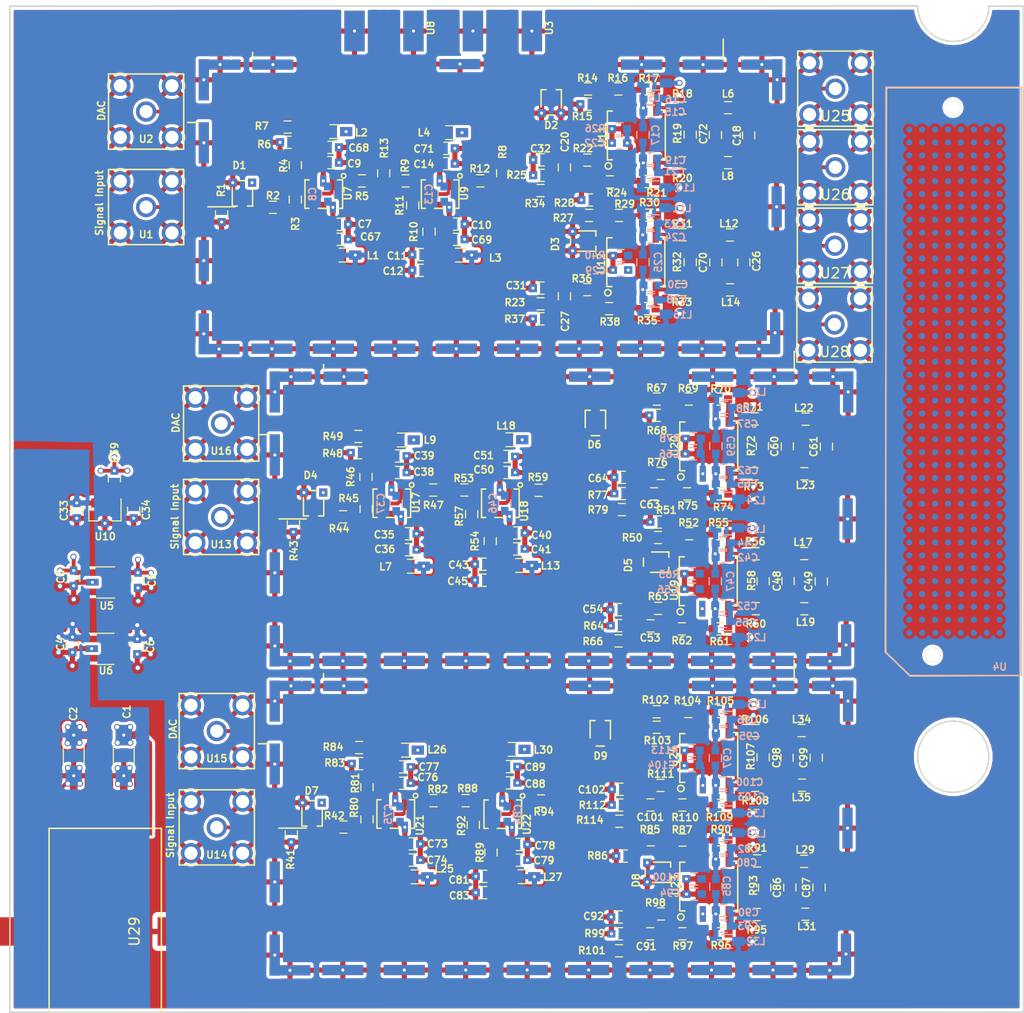
<source format=kicad_pcb>
(kicad_pcb (version 20171130) (host pcbnew "(5.1.5-0-10_14)")
  (layers (0 F.Cu signal) (1 Inner1 signal) (2 Inner2 power) (31 B.Cu signal) (34 B.Paste user) (35 F.Paste user) (36 B.SilkS user) (37 F.SilkS user) (38 B.Mask user) (39 F.Mask user) (44 Edge.Cuts user))
  (net 0 "")
  (net 1 Earth)
  (net 2 "Net-(C10-Pad2)")
  (net 3 5V)
  (net 4 -5V)
  (net 5 "Net-(R14-Pad1)")
  (net 6 "Net-(C20-Pad1)")
  (net 7 "Net-(R35-Pad1)")
  (net 8 "Net-(R17-Pad1)")
  (net 9 "Net-(C1-Pad1)")
  (net 10 "Net-(C2-Pad2)")
  (net 11 "Net-(C11-Pad2)")
  (net 12 "Net-(C15-Pad2)")
  (net 13 "Net-(C20-Pad2)")
  (net 14 "Net-(C23-Pad2)")
  (net 15 /Amp1/Sig_in)
  (net 16 "Net-(D3-Pad3)")
  (net 17 "Net-(R16-Pad1)")
  (net 18 "Net-(R21-Pad1)")
  (net 19 "Net-(R30-Pad1)")
  (net 20 "Net-(C13-Pad1)")
  (net 21 "Net-(C17-Pad1)")
  (net 22 "Net-(C27-Pad1)")
  (net 23 RFMC_ADC_00_P)
  (net 24 RFMC_ADC_00_N)
  (net 25 RFMC_ADC_02_P)
  (net 26 RFMC_ADC_02_N)
  (net 27 "Net-(R2-Pad1)")
  (net 28 "Net-(R3-Pad1)")
  (net 29 "Net-(R4-Pad1)")
  (net 30 "Net-(R9-Pad1)")
  (net 31 "Net-(R10-Pad2)")
  (net 32 "Net-(R11-Pad1)")
  (net 33 "Net-(R20-Pad2)")
  (net 34 "Net-(R27-Pad1)")
  (net 35 "Net-(R33-Pad2)")
  (net 36 UTIL_3V3)
  (net 37 /Amp1/DAC_input)
  (net 38 VCM01_224)
  (net 39 /Amp1/TP1)
  (net 40 /Amp1/TP2)
  (net 41 "Net-(C67-Pad2)")
  (net 42 "Net-(C68-Pad2)")
  (net 43 "Net-(C70-Pad2)")
  (net 44 "Net-(C70-Pad1)")
  (net 45 "Net-(C72-Pad1)")
  (net 46 "Net-(C72-Pad2)")
  (net 47 "Net-(R4-Pad2)")
  (net 48 "Net-(R8-Pad2)")
  (net 49 "Net-(R13-Pad2)")
  (net 50 "Net-(C25-Pad1)")
  (net 51 "Net-(C27-Pad2)")
  (net 52 /Amp1/LevelShift)
  (net 53 "Net-(C34-Pad1)")
  (net 54 "Net-(C35-Pad2)")
  (net 55 "Net-(C37-Pad1)")
  (net 56 "Net-(C40-Pad2)")
  (net 57 "Net-(C42-Pad2)")
  (net 58 "Net-(C43-Pad2)")
  (net 59 "Net-(C46-Pad1)")
  (net 60 "Net-(C47-Pad1)")
  (net 61 "Net-(C48-Pad1)")
  (net 62 "Net-(C48-Pad2)")
  (net 63 "Net-(C53-Pad2)")
  (net 64 "Net-(C53-Pad1)")
  (net 65 "Net-(C57-Pad2)")
  (net 66 "Net-(C59-Pad1)")
  (net 67 "Net-(C60-Pad2)")
  (net 68 "Net-(C60-Pad1)")
  (net 69 "Net-(C63-Pad1)")
  (net 70 "Net-(C63-Pad2)")
  (net 71 /sheet5EE0D7D6/Sig_in)
  (net 72 "Net-(D5-Pad3)")
  (net 73 /sheet5EE0D7D6/TP2)
  (net 74 /sheet5EE0D7D6/TP1)
  (net 75 "Net-(R44-Pad1)")
  (net 76 "Net-(R45-Pad1)")
  (net 77 "Net-(R46-Pad1)")
  (net 78 "Net-(R46-Pad2)")
  (net 79 /sheet5EE0D7D6/DAC_input)
  (net 80 "Net-(R50-Pad1)")
  (net 81 "Net-(R53-Pad1)")
  (net 82 "Net-(R54-Pad2)")
  (net 83 "Net-(R55-Pad1)")
  (net 84 "Net-(R57-Pad1)")
  (net 85 "Net-(R60-Pad2)")
  (net 86 "Net-(R61-Pad1)")
  (net 87 /sheet5EE0D7D6/LevelShift)
  (net 88 "Net-(R67-Pad1)")
  (net 89 "Net-(R69-Pad1)")
  (net 90 "Net-(R70-Pad1)")
  (net 91 "Net-(R73-Pad2)")
  (net 92 "Net-(R74-Pad1)")
  (net 93 "Net-(C73-Pad2)")
  (net 94 "Net-(C75-Pad1)")
  (net 95 "Net-(C78-Pad2)")
  (net 96 "Net-(C80-Pad2)")
  (net 97 "Net-(C81-Pad2)")
  (net 98 "Net-(C84-Pad1)")
  (net 99 "Net-(C85-Pad1)")
  (net 100 "Net-(C86-Pad1)")
  (net 101 "Net-(C86-Pad2)")
  (net 102 "Net-(C91-Pad2)")
  (net 103 "Net-(C91-Pad1)")
  (net 104 "Net-(C95-Pad2)")
  (net 105 "Net-(C100-Pad2)")
  (net 106 "Net-(C98-Pad2)")
  (net 107 "Net-(C98-Pad1)")
  (net 108 "Net-(C101-Pad1)")
  (net 109 "Net-(C101-Pad2)")
  (net 110 /sheet5F00471B/Sig_in)
  (net 111 "Net-(D8-Pad3)")
  (net 112 /sheet5F00471B/TP2)
  (net 113 "Net-(R42-Pad1)")
  (net 114 "Net-(R80-Pad1)")
  (net 115 "Net-(R81-Pad1)")
  (net 116 "Net-(R81-Pad2)")
  (net 117 /sheet5F00471B/TP1)
  (net 118 /sheet5F00471B/DAC_input)
  (net 119 "Net-(R85-Pad1)")
  (net 120 "Net-(R88-Pad1)")
  (net 121 "Net-(R89-Pad2)")
  (net 122 "Net-(R90-Pad1)")
  (net 123 "Net-(R92-Pad1)")
  (net 124 "Net-(R95-Pad2)")
  (net 125 "Net-(R96-Pad1)")
  (net 126 /sheet5F00471B/LevelShift)
  (net 127 "Net-(R102-Pad1)")
  (net 128 "Net-(R104-Pad1)")
  (net 129 "Net-(R105-Pad1)")
  (net 130 "Net-(R108-Pad2)")
  (net 131 "Net-(R109-Pad1)")
  (module MyFootprints:Ethernet (layer F.Cu) (at 29.5 181.225 90)
    (fp_text reference U29 (at 0 2.9 90) (layer F.SilkS))
    (fp_text value Ethernet)
    (pad 8 smd rect (at 11.2 4.26501 90) (size 3.5 0.75) (layers F.Cu F.Paste F.Mask) (net 9 "Net-(C1-Pad1)"))
    (pad 7 smd rect (at 11.2 3.04858 90) (size 3.5 0.75) (layers F.Cu F.Paste F.Mask) (net 1 Earth))
    (pad 6 smd rect (at 11.2 1.83215 90) (size 3.5 0.75) (layers F.Cu F.Paste F.Mask) (net 1 Earth))
    (pad 5 smd rect (at 11.2 0.61572 90) (size 3.5 0.75) (layers F.Cu F.Paste F.Mask) (net 1 Earth))
    (pad 4 smd rect (at 11.2 -0.60071 90) (size 3.5 0.75) (layers F.Cu F.Paste F.Mask) (net 10 "Net-(C2-Pad2)"))
    (pad 3 smd rect (at 11.2 -1.81714 90) (size 3.5 0.75) (layers F.Cu F.Paste F.Mask) (net 1 Earth))
    (pad 2 smd rect (at 11.2 -3.03357 90) (size 3.5 0.75) (layers F.Cu F.Paste F.Mask) (net 1 Earth))
    (pad 1 smd rect (at 11.2 -4.25 90) (size 3.5 0.75) (layers F.Cu F.Paste F.Mask) (net 1 Earth))
    (pad 0 smd rect (at 0 -7.75 90) (size 2.8 5.15) (layers F.Cu F.Paste F.Mask) (net 1 Earth))
    (pad 0 smd rect (at 0 7.75 90) (size 2.8 5.15) (layers F.Cu F.Paste F.Mask) (net 1 Earth))
  )
  (module MyFootprints:LPAM (layer B.Cu) (at 108.625 151.825)
    (fp_text reference U4 (at 8.9 3.35) (layer B.SilkS) (effects (font (size 0.7 0.7)) (justify mirror)))
    (fp_text value LPAM)
    (pad 41 thru_hole circle (at 2.3 2.2) (size 1.48 1.48) (drill 1.48) (layers *.Cu *.Mask))
    (pad 41 thru_hole circle (at 4.3 -51.7) (size 1.48 1.48) (drill 1.48) (layers *.Cu *.Mask))
    (pad H40 smd circle (at 8.89 -49.53) (size 0.6 0.6) (layers B.Cu B.Paste B.Mask))
    (pad G40 smd circle (at 7.62 -49.53) (size 0.6 0.6) (layers B.Cu B.Paste B.Mask))
    (pad F40 smd circle (at 6.35 -49.53) (size 0.6 0.6) (layers B.Cu B.Paste B.Mask))
    (pad E40 smd circle (at 5.08 -49.53) (size 0.6 0.6) (layers B.Cu B.Paste B.Mask))
    (pad D40 smd circle (at 3.81 -49.53) (size 0.6 0.6) (layers B.Cu B.Paste B.Mask))
    (pad C40 smd circle (at 2.54 -49.53) (size 0.6 0.6) (layers B.Cu B.Paste B.Mask))
    (pad B40 smd circle (at 1.27 -49.53) (size 0.6 0.6) (layers B.Cu B.Paste B.Mask))
    (pad A40 smd circle (at 0 -49.53) (size 0.6 0.6) (layers B.Cu B.Paste B.Mask))
    (pad H39 smd circle (at 8.89 -48.26) (size 0.6 0.6) (layers B.Cu B.Paste B.Mask))
    (pad G39 smd circle (at 7.62 -48.26) (size 0.6 0.6) (layers B.Cu B.Paste B.Mask))
    (pad F39 smd circle (at 6.35 -48.26) (size 0.6 0.6) (layers B.Cu B.Paste B.Mask))
    (pad E39 smd circle (at 5.08 -48.26) (size 0.6 0.6) (layers B.Cu B.Paste B.Mask))
    (pad D39 smd circle (at 3.81 -48.26) (size 0.6 0.6) (layers B.Cu B.Paste B.Mask))
    (pad C39 smd circle (at 2.54 -48.26) (size 0.6 0.6) (layers B.Cu B.Paste B.Mask))
    (pad B39 smd circle (at 1.27 -48.26) (size 0.6 0.6) (layers B.Cu B.Paste B.Mask))
    (pad A39 smd circle (at 0 -48.26) (size 0.6 0.6) (layers B.Cu B.Paste B.Mask))
    (pad H38 smd circle (at 8.89 -46.99) (size 0.6 0.6) (layers B.Cu B.Paste B.Mask))
    (pad G38 smd circle (at 7.62 -46.99) (size 0.6 0.6) (layers B.Cu B.Paste B.Mask))
    (pad F38 smd circle (at 6.35 -46.99) (size 0.6 0.6) (layers B.Cu B.Paste B.Mask))
    (pad E38 smd circle (at 5.08 -46.99) (size 0.6 0.6) (layers B.Cu B.Paste B.Mask))
    (pad D38 smd circle (at 3.81 -46.99) (size 0.6 0.6) (layers B.Cu B.Paste B.Mask))
    (pad C38 smd circle (at 2.54 -46.99) (size 0.6 0.6) (layers B.Cu B.Paste B.Mask))
    (pad B38 smd circle (at 1.27 -46.99) (size 0.6 0.6) (layers B.Cu B.Paste B.Mask))
    (pad A38 smd circle (at 0 -46.99) (size 0.6 0.6) (layers B.Cu B.Paste B.Mask))
    (pad H37 smd circle (at 8.89 -45.72) (size 0.6 0.6) (layers B.Cu B.Paste B.Mask))
    (pad G37 smd circle (at 7.62 -45.72) (size 0.6 0.6) (layers B.Cu B.Paste B.Mask))
    (pad F37 smd circle (at 6.35 -45.72) (size 0.6 0.6) (layers B.Cu B.Paste B.Mask))
    (pad E37 smd circle (at 5.08 -45.72) (size 0.6 0.6) (layers B.Cu B.Paste B.Mask))
    (pad D37 smd circle (at 3.81 -45.72) (size 0.6 0.6) (layers B.Cu B.Paste B.Mask))
    (pad C37 smd circle (at 2.54 -45.72) (size 0.6 0.6) (layers B.Cu B.Paste B.Mask))
    (pad B37 smd circle (at 1.27 -45.72) (size 0.6 0.6) (layers B.Cu B.Paste B.Mask))
    (pad A37 smd circle (at 0 -45.72) (size 0.6 0.6) (layers B.Cu B.Paste B.Mask))
    (pad H36 smd circle (at 8.89 -44.45) (size 0.6 0.6) (layers B.Cu B.Paste B.Mask))
    (pad G36 smd circle (at 7.62 -44.45) (size 0.6 0.6) (layers B.Cu B.Paste B.Mask))
    (pad F36 smd circle (at 6.35 -44.45) (size 0.6 0.6) (layers B.Cu B.Paste B.Mask))
    (pad E36 smd circle (at 5.08 -44.45) (size 0.6 0.6) (layers B.Cu B.Paste B.Mask))
    (pad D36 smd circle (at 3.81 -44.45) (size 0.6 0.6) (layers B.Cu B.Paste B.Mask))
    (pad C36 smd circle (at 2.54 -44.45) (size 0.6 0.6) (layers B.Cu B.Paste B.Mask))
    (pad B36 smd circle (at 1.27 -44.45) (size 0.6 0.6) (layers B.Cu B.Paste B.Mask))
    (pad A36 smd circle (at 0 -44.45) (size 0.6 0.6) (layers B.Cu B.Paste B.Mask))
    (pad H35 smd circle (at 8.89 -43.18) (size 0.6 0.6) (layers B.Cu B.Paste B.Mask))
    (pad G35 smd circle (at 7.62 -43.18) (size 0.6 0.6) (layers B.Cu B.Paste B.Mask))
    (pad F35 smd circle (at 6.35 -43.18) (size 0.6 0.6) (layers B.Cu B.Paste B.Mask))
    (pad E35 smd circle (at 5.08 -43.18) (size 0.6 0.6) (layers B.Cu B.Paste B.Mask))
    (pad D35 smd circle (at 3.81 -43.18) (size 0.6 0.6) (layers B.Cu B.Paste B.Mask))
    (pad C35 smd circle (at 2.54 -43.18) (size 0.6 0.6) (layers B.Cu B.Paste B.Mask))
    (pad B35 smd circle (at 1.27 -43.18) (size 0.6 0.6) (layers B.Cu B.Paste B.Mask))
    (pad A35 smd circle (at 0 -43.18) (size 0.6 0.6) (layers B.Cu B.Paste B.Mask))
    (pad H34 smd circle (at 8.89 -41.91) (size 0.6 0.6) (layers B.Cu B.Paste B.Mask))
    (pad G34 smd circle (at 7.62 -41.91) (size 0.6 0.6) (layers B.Cu B.Paste B.Mask))
    (pad F34 smd circle (at 6.35 -41.91) (size 0.6 0.6) (layers B.Cu B.Paste B.Mask))
    (pad E34 smd circle (at 5.08 -41.91) (size 0.6 0.6) (layers B.Cu B.Paste B.Mask))
    (pad D34 smd circle (at 3.81 -41.91) (size 0.6 0.6) (layers B.Cu B.Paste B.Mask))
    (pad C34 smd circle (at 2.54 -41.91) (size 0.6 0.6) (layers B.Cu B.Paste B.Mask))
    (pad B34 smd circle (at 1.27 -41.91) (size 0.6 0.6) (layers B.Cu B.Paste B.Mask))
    (pad A34 smd circle (at 0 -41.91) (size 0.6 0.6) (layers B.Cu B.Paste B.Mask))
    (pad H33 smd circle (at 8.89 -40.64) (size 0.6 0.6) (layers B.Cu B.Paste B.Mask))
    (pad G33 smd circle (at 7.62 -40.64) (size 0.6 0.6) (layers B.Cu B.Paste B.Mask))
    (pad F33 smd circle (at 6.35 -40.64) (size 0.6 0.6) (layers B.Cu B.Paste B.Mask))
    (pad E33 smd circle (at 5.08 -40.64) (size 0.6 0.6) (layers B.Cu B.Paste B.Mask))
    (pad D33 smd circle (at 3.81 -40.64) (size 0.6 0.6) (layers B.Cu B.Paste B.Mask))
    (pad C33 smd circle (at 2.54 -40.64) (size 0.6 0.6) (layers B.Cu B.Paste B.Mask))
    (pad B33 smd circle (at 1.27 -40.64) (size 0.6 0.6) (layers B.Cu B.Paste B.Mask))
    (pad A33 smd circle (at 0 -40.64) (size 0.6 0.6) (layers B.Cu B.Paste B.Mask))
    (pad H32 smd circle (at 8.89 -39.37) (size 0.6 0.6) (layers B.Cu B.Paste B.Mask))
    (pad G32 smd circle (at 7.62 -39.37) (size 0.6 0.6) (layers B.Cu B.Paste B.Mask))
    (pad F32 smd circle (at 6.35 -39.37) (size 0.6 0.6) (layers B.Cu B.Paste B.Mask))
    (pad E32 smd circle (at 5.08 -39.37) (size 0.6 0.6) (layers B.Cu B.Paste B.Mask))
    (pad D32 smd circle (at 3.81 -39.37) (size 0.6 0.6) (layers B.Cu B.Paste B.Mask))
    (pad C32 smd circle (at 2.54 -39.37) (size 0.6 0.6) (layers B.Cu B.Paste B.Mask))
    (pad B32 smd circle (at 1.27 -39.37) (size 0.6 0.6) (layers B.Cu B.Paste B.Mask))
    (pad A32 smd circle (at 0 -39.37) (size 0.6 0.6) (layers B.Cu B.Paste B.Mask))
    (pad H31 smd circle (at 8.89 -38.1) (size 0.6 0.6) (layers B.Cu B.Paste B.Mask))
    (pad G31 smd circle (at 7.62 -38.1) (size 0.6 0.6) (layers B.Cu B.Paste B.Mask))
    (pad F31 smd circle (at 6.35 -38.1) (size 0.6 0.6) (layers B.Cu B.Paste B.Mask))
    (pad E31 smd circle (at 5.08 -38.1) (size 0.6 0.6) (layers B.Cu B.Paste B.Mask))
    (pad D31 smd circle (at 3.81 -38.1) (size 0.6 0.6) (layers B.Cu B.Paste B.Mask))
    (pad C31 smd circle (at 2.54 -38.1) (size 0.6 0.6) (layers B.Cu B.Paste B.Mask))
    (pad B31 smd circle (at 1.27 -38.1) (size 0.6 0.6) (layers B.Cu B.Paste B.Mask))
    (pad A31 smd circle (at 0 -38.1) (size 0.6 0.6) (layers B.Cu B.Paste B.Mask))
    (pad H30 smd circle (at 8.89 -36.83) (size 0.6 0.6) (layers B.Cu B.Paste B.Mask))
    (pad G30 smd circle (at 7.62 -36.83) (size 0.6 0.6) (layers B.Cu B.Paste B.Mask))
    (pad F30 smd circle (at 6.35 -36.83) (size 0.6 0.6) (layers B.Cu B.Paste B.Mask))
    (pad E30 smd circle (at 5.08 -36.83) (size 0.6 0.6) (layers B.Cu B.Paste B.Mask))
    (pad D30 smd circle (at 3.81 -36.83) (size 0.6 0.6) (layers B.Cu B.Paste B.Mask))
    (pad C30 smd circle (at 2.54 -36.83) (size 0.6 0.6) (layers B.Cu B.Paste B.Mask))
    (pad B30 smd circle (at 1.27 -36.83) (size 0.6 0.6) (layers B.Cu B.Paste B.Mask))
    (pad A30 smd circle (at 0 -36.83) (size 0.6 0.6) (layers B.Cu B.Paste B.Mask))
    (pad H29 smd circle (at 8.89 -35.56) (size 0.6 0.6) (layers B.Cu B.Paste B.Mask))
    (pad G29 smd circle (at 7.62 -35.56) (size 0.6 0.6) (layers B.Cu B.Paste B.Mask))
    (pad F29 smd circle (at 6.35 -35.56) (size 0.6 0.6) (layers B.Cu B.Paste B.Mask))
    (pad E29 smd circle (at 5.08 -35.56) (size 0.6 0.6) (layers B.Cu B.Paste B.Mask))
    (pad D29 smd circle (at 3.81 -35.56) (size 0.6 0.6) (layers B.Cu B.Paste B.Mask))
    (pad C29 smd circle (at 2.54 -35.56) (size 0.6 0.6) (layers B.Cu B.Paste B.Mask))
    (pad B29 smd circle (at 1.27 -35.56) (size 0.6 0.6) (layers B.Cu B.Paste B.Mask))
    (pad A29 smd circle (at 0 -35.56) (size 0.6 0.6) (layers B.Cu B.Paste B.Mask))
    (pad H28 smd circle (at 8.89 -34.29) (size 0.6 0.6) (layers B.Cu B.Paste B.Mask))
    (pad G28 smd circle (at 7.62 -34.29) (size 0.6 0.6) (layers B.Cu B.Paste B.Mask))
    (pad F28 smd circle (at 6.35 -34.29) (size 0.6 0.6) (layers B.Cu B.Paste B.Mask))
    (pad E28 smd circle (at 5.08 -34.29) (size 0.6 0.6) (layers B.Cu B.Paste B.Mask))
    (pad D28 smd circle (at 3.81 -34.29) (size 0.6 0.6) (layers B.Cu B.Paste B.Mask))
    (pad C28 smd circle (at 2.54 -34.29) (size 0.6 0.6) (layers B.Cu B.Paste B.Mask))
    (pad B28 smd circle (at 1.27 -34.29) (size 0.6 0.6) (layers B.Cu B.Paste B.Mask))
    (pad A28 smd circle (at 0 -34.29) (size 0.6 0.6) (layers B.Cu B.Paste B.Mask))
    (pad H27 smd circle (at 8.89 -33.02) (size 0.6 0.6) (layers B.Cu B.Paste B.Mask))
    (pad G27 smd circle (at 7.62 -33.02) (size 0.6 0.6) (layers B.Cu B.Paste B.Mask))
    (pad F27 smd circle (at 6.35 -33.02) (size 0.6 0.6) (layers B.Cu B.Paste B.Mask))
    (pad E27 smd circle (at 5.08 -33.02) (size 0.6 0.6) (layers B.Cu B.Paste B.Mask))
    (pad D27 smd circle (at 3.81 -33.02) (size 0.6 0.6) (layers B.Cu B.Paste B.Mask))
    (pad C27 smd circle (at 2.54 -33.02) (size 0.6 0.6) (layers B.Cu B.Paste B.Mask))
    (pad B27 smd circle (at 1.27 -33.02) (size 0.6 0.6) (layers B.Cu B.Paste B.Mask))
    (pad A27 smd circle (at 0 -33.02) (size 0.6 0.6) (layers B.Cu B.Paste B.Mask))
    (pad H26 smd circle (at 8.89 -31.75) (size 0.6 0.6) (layers B.Cu B.Paste B.Mask))
    (pad G26 smd circle (at 7.62 -31.75) (size 0.6 0.6) (layers B.Cu B.Paste B.Mask))
    (pad F26 smd circle (at 6.35 -31.75) (size 0.6 0.6) (layers B.Cu B.Paste B.Mask))
    (pad E26 smd circle (at 5.08 -31.75) (size 0.6 0.6) (layers B.Cu B.Paste B.Mask))
    (pad D26 smd circle (at 3.81 -31.75) (size 0.6 0.6) (layers B.Cu B.Paste B.Mask))
    (pad C26 smd circle (at 2.54 -31.75) (size 0.6 0.6) (layers B.Cu B.Paste B.Mask))
    (pad B26 smd circle (at 1.27 -31.75) (size 0.6 0.6) (layers B.Cu B.Paste B.Mask))
    (pad A26 smd circle (at 0 -31.75) (size 0.6 0.6) (layers B.Cu B.Paste B.Mask))
    (pad H25 smd circle (at 8.89 -30.48) (size 0.6 0.6) (layers B.Cu B.Paste B.Mask))
    (pad G25 smd circle (at 7.62 -30.48) (size 0.6 0.6) (layers B.Cu B.Paste B.Mask))
    (pad F25 smd circle (at 6.35 -30.48) (size 0.6 0.6) (layers B.Cu B.Paste B.Mask))
    (pad E25 smd circle (at 5.08 -30.48) (size 0.6 0.6) (layers B.Cu B.Paste B.Mask))
    (pad D25 smd circle (at 3.81 -30.48) (size 0.6 0.6) (layers B.Cu B.Paste B.Mask))
    (pad C25 smd circle (at 2.54 -30.48) (size 0.6 0.6) (layers B.Cu B.Paste B.Mask))
    (pad B25 smd circle (at 1.27 -30.48) (size 0.6 0.6) (layers B.Cu B.Paste B.Mask))
    (pad A25 smd circle (at 0 -30.48) (size 0.6 0.6) (layers B.Cu B.Paste B.Mask))
    (pad H24 smd circle (at 8.89 -29.21) (size 0.6 0.6) (layers B.Cu B.Paste B.Mask))
    (pad G24 smd circle (at 7.62 -29.21) (size 0.6 0.6) (layers B.Cu B.Paste B.Mask))
    (pad F24 smd circle (at 6.35 -29.21) (size 0.6 0.6) (layers B.Cu B.Paste B.Mask))
    (pad E24 smd circle (at 5.08 -29.21) (size 0.6 0.6) (layers B.Cu B.Paste B.Mask))
    (pad D24 smd circle (at 3.81 -29.21) (size 0.6 0.6) (layers B.Cu B.Paste B.Mask))
    (pad C24 smd circle (at 2.54 -29.21) (size 0.6 0.6) (layers B.Cu B.Paste B.Mask))
    (pad B24 smd circle (at 1.27 -29.21) (size 0.6 0.6) (layers B.Cu B.Paste B.Mask))
    (pad A24 smd circle (at 0 -29.21) (size 0.6 0.6) (layers B.Cu B.Paste B.Mask))
    (pad H23 smd circle (at 8.89 -27.94) (size 0.6 0.6) (layers B.Cu B.Paste B.Mask))
    (pad G23 smd circle (at 7.62 -27.94) (size 0.6 0.6) (layers B.Cu B.Paste B.Mask))
    (pad F23 smd circle (at 6.35 -27.94) (size 0.6 0.6) (layers B.Cu B.Paste B.Mask))
    (pad E23 smd circle (at 5.08 -27.94) (size 0.6 0.6) (layers B.Cu B.Paste B.Mask))
    (pad D23 smd circle (at 3.81 -27.94) (size 0.6 0.6) (layers B.Cu B.Paste B.Mask))
    (pad C23 smd circle (at 2.54 -27.94) (size 0.6 0.6) (layers B.Cu B.Paste B.Mask))
    (pad B23 smd circle (at 1.27 -27.94) (size 0.6 0.6) (layers B.Cu B.Paste B.Mask))
    (pad A23 smd circle (at 0 -27.94) (size 0.6 0.6) (layers B.Cu B.Paste B.Mask))
    (pad H22 smd circle (at 8.89 -26.67) (size 0.6 0.6) (layers B.Cu B.Paste B.Mask))
    (pad G22 smd circle (at 7.62 -26.67) (size 0.6 0.6) (layers B.Cu B.Paste B.Mask))
    (pad F22 smd circle (at 6.35 -26.67) (size 0.6 0.6) (layers B.Cu B.Paste B.Mask))
    (pad E22 smd circle (at 5.08 -26.67) (size 0.6 0.6) (layers B.Cu B.Paste B.Mask))
    (pad D22 smd circle (at 3.81 -26.67) (size 0.6 0.6) (layers B.Cu B.Paste B.Mask))
    (pad C22 smd circle (at 2.54 -26.67) (size 0.6 0.6) (layers B.Cu B.Paste B.Mask))
    (pad B22 smd circle (at 1.27 -26.67) (size 0.6 0.6) (layers B.Cu B.Paste B.Mask))
    (pad A22 smd circle (at 0 -26.67) (size 0.6 0.6) (layers B.Cu B.Paste B.Mask))
    (pad H21 smd circle (at 8.89 -25.4) (size 0.6 0.6) (layers B.Cu B.Paste B.Mask))
    (pad G21 smd circle (at 7.62 -25.4) (size 0.6 0.6) (layers B.Cu B.Paste B.Mask))
    (pad F21 smd circle (at 6.35 -25.4) (size 0.6 0.6) (layers B.Cu B.Paste B.Mask))
    (pad E21 smd circle (at 5.08 -25.4) (size 0.6 0.6) (layers B.Cu B.Paste B.Mask))
    (pad D21 smd circle (at 3.81 -25.4) (size 0.6 0.6) (layers B.Cu B.Paste B.Mask))
    (pad C21 smd circle (at 2.54 -25.4) (size 0.6 0.6) (layers B.Cu B.Paste B.Mask))
    (pad B21 smd circle (at 1.27 -25.4) (size 0.6 0.6) (layers B.Cu B.Paste B.Mask))
    (pad A21 smd circle (at 0 -25.4) (size 0.6 0.6) (layers B.Cu B.Paste B.Mask) (net 38 VCM01_224))
    (pad H20 smd circle (at 8.89 -24.13) (size 0.6 0.6) (layers B.Cu B.Paste B.Mask))
    (pad G20 smd circle (at 7.62 -24.13) (size 0.6 0.6) (layers B.Cu B.Paste B.Mask))
    (pad F20 smd circle (at 6.35 -24.13) (size 0.6 0.6) (layers B.Cu B.Paste B.Mask))
    (pad E20 smd circle (at 5.08 -24.13) (size 0.6 0.6) (layers B.Cu B.Paste B.Mask))
    (pad D20 smd circle (at 3.81 -24.13) (size 0.6 0.6) (layers B.Cu B.Paste B.Mask))
    (pad C20 smd circle (at 2.54 -24.13) (size 0.6 0.6) (layers B.Cu B.Paste B.Mask))
    (pad B20 smd circle (at 1.27 -24.13) (size 0.6 0.6) (layers B.Cu B.Paste B.Mask))
    (pad A20 smd circle (at 0 -24.13) (size 0.6 0.6) (layers B.Cu B.Paste B.Mask))
    (pad H19 smd circle (at 8.89 -22.86) (size 0.6 0.6) (layers B.Cu B.Paste B.Mask))
    (pad G19 smd circle (at 7.62 -22.86) (size 0.6 0.6) (layers B.Cu B.Paste B.Mask))
    (pad F19 smd circle (at 6.35 -22.86) (size 0.6 0.6) (layers B.Cu B.Paste B.Mask))
    (pad E19 smd circle (at 5.08 -22.86) (size 0.6 0.6) (layers B.Cu B.Paste B.Mask))
    (pad D19 smd circle (at 3.81 -22.86) (size 0.6 0.6) (layers B.Cu B.Paste B.Mask))
    (pad C19 smd circle (at 2.54 -22.86) (size 0.6 0.6) (layers B.Cu B.Paste B.Mask))
    (pad B19 smd circle (at 1.27 -22.86) (size 0.6 0.6) (layers B.Cu B.Paste B.Mask))
    (pad A19 smd circle (at 0 -22.86) (size 0.6 0.6) (layers B.Cu B.Paste B.Mask))
    (pad H18 smd circle (at 8.89 -21.59) (size 0.6 0.6) (layers B.Cu B.Paste B.Mask))
    (pad G18 smd circle (at 7.62 -21.59) (size 0.6 0.6) (layers B.Cu B.Paste B.Mask))
    (pad F18 smd circle (at 6.35 -21.59) (size 0.6 0.6) (layers B.Cu B.Paste B.Mask))
    (pad E18 smd circle (at 5.08 -21.59) (size 0.6 0.6) (layers B.Cu B.Paste B.Mask))
    (pad D18 smd circle (at 3.81 -21.59) (size 0.6 0.6) (layers B.Cu B.Paste B.Mask))
    (pad C18 smd circle (at 2.54 -21.59) (size 0.6 0.6) (layers B.Cu B.Paste B.Mask))
    (pad B18 smd circle (at 1.27 -21.59) (size 0.6 0.6) (layers B.Cu B.Paste B.Mask))
    (pad A18 smd circle (at 0 -21.59) (size 0.6 0.6) (layers B.Cu B.Paste B.Mask))
    (pad H17 smd circle (at 8.89 -20.32) (size 0.6 0.6) (layers B.Cu B.Paste B.Mask))
    (pad G17 smd circle (at 7.62 -20.32) (size 0.6 0.6) (layers B.Cu B.Paste B.Mask))
    (pad F17 smd circle (at 6.35 -20.32) (size 0.6 0.6) (layers B.Cu B.Paste B.Mask))
    (pad E17 smd circle (at 5.08 -20.32) (size 0.6 0.6) (layers B.Cu B.Paste B.Mask))
    (pad D17 smd circle (at 3.81 -20.32) (size 0.6 0.6) (layers B.Cu B.Paste B.Mask))
    (pad C17 smd circle (at 2.54 -20.32) (size 0.6 0.6) (layers B.Cu B.Paste B.Mask))
    (pad B17 smd circle (at 1.27 -20.32) (size 0.6 0.6) (layers B.Cu B.Paste B.Mask))
    (pad A17 smd circle (at 0 -20.32) (size 0.6 0.6) (layers B.Cu B.Paste B.Mask))
    (pad H16 smd circle (at 8.89 -19.05) (size 0.6 0.6) (layers B.Cu B.Paste B.Mask))
    (pad G16 smd circle (at 7.62 -19.05) (size 0.6 0.6) (layers B.Cu B.Paste B.Mask))
    (pad F16 smd circle (at 6.35 -19.05) (size 0.6 0.6) (layers B.Cu B.Paste B.Mask))
    (pad E16 smd circle (at 5.08 -19.05) (size 0.6 0.6) (layers B.Cu B.Paste B.Mask))
    (pad D16 smd circle (at 3.81 -19.05) (size 0.6 0.6) (layers B.Cu B.Paste B.Mask))
    (pad C16 smd circle (at 2.54 -19.05) (size 0.6 0.6) (layers B.Cu B.Paste B.Mask))
    (pad B16 smd circle (at 1.27 -19.05) (size 0.6 0.6) (layers B.Cu B.Paste B.Mask))
    (pad A16 smd circle (at 0 -19.05) (size 0.6 0.6) (layers B.Cu B.Paste B.Mask))
    (pad H15 smd circle (at 8.89 -17.78) (size 0.6 0.6) (layers B.Cu B.Paste B.Mask))
    (pad G15 smd circle (at 7.62 -17.78) (size 0.6 0.6) (layers B.Cu B.Paste B.Mask))
    (pad F15 smd circle (at 6.35 -17.78) (size 0.6 0.6) (layers B.Cu B.Paste B.Mask))
    (pad E15 smd circle (at 5.08 -17.78) (size 0.6 0.6) (layers B.Cu B.Paste B.Mask))
    (pad D15 smd circle (at 3.81 -17.78) (size 0.6 0.6) (layers B.Cu B.Paste B.Mask))
    (pad C15 smd circle (at 2.54 -17.78) (size 0.6 0.6) (layers B.Cu B.Paste B.Mask))
    (pad B15 smd circle (at 1.27 -17.78) (size 0.6 0.6) (layers B.Cu B.Paste B.Mask))
    (pad A15 smd circle (at 0 -17.78) (size 0.6 0.6) (layers B.Cu B.Paste B.Mask))
    (pad H14 smd circle (at 8.89 -16.51) (size 0.6 0.6) (layers B.Cu B.Paste B.Mask))
    (pad G14 smd circle (at 7.62 -16.51) (size 0.6 0.6) (layers B.Cu B.Paste B.Mask))
    (pad F14 smd circle (at 6.35 -16.51) (size 0.6 0.6) (layers B.Cu B.Paste B.Mask))
    (pad E14 smd circle (at 5.08 -16.51) (size 0.6 0.6) (layers B.Cu B.Paste B.Mask))
    (pad D14 smd circle (at 3.81 -16.51) (size 0.6 0.6) (layers B.Cu B.Paste B.Mask))
    (pad C14 smd circle (at 2.54 -16.51) (size 0.6 0.6) (layers B.Cu B.Paste B.Mask))
    (pad B14 smd circle (at 1.27 -16.51) (size 0.6 0.6) (layers B.Cu B.Paste B.Mask))
    (pad A14 smd circle (at 0 -16.51) (size 0.6 0.6) (layers B.Cu B.Paste B.Mask))
    (pad H13 smd circle (at 8.89 -15.24) (size 0.6 0.6) (layers B.Cu B.Paste B.Mask))
    (pad G13 smd circle (at 7.62 -15.24) (size 0.6 0.6) (layers B.Cu B.Paste B.Mask))
    (pad F13 smd circle (at 6.35 -15.24) (size 0.6 0.6) (layers B.Cu B.Paste B.Mask))
    (pad E13 smd circle (at 5.08 -15.24) (size 0.6 0.6) (layers B.Cu B.Paste B.Mask))
    (pad D13 smd circle (at 3.81 -15.24) (size 0.6 0.6) (layers B.Cu B.Paste B.Mask))
    (pad C13 smd circle (at 2.54 -15.24) (size 0.6 0.6) (layers B.Cu B.Paste B.Mask))
    (pad B13 smd circle (at 1.27 -15.24) (size 0.6 0.6) (layers B.Cu B.Paste B.Mask))
    (pad A13 smd circle (at 0 -15.24) (size 0.6 0.6) (layers B.Cu B.Paste B.Mask))
    (pad H12 smd circle (at 8.89 -13.97) (size 0.6 0.6) (layers B.Cu B.Paste B.Mask) (net 25 RFMC_ADC_02_P))
    (pad G12 smd circle (at 7.62 -13.97) (size 0.6 0.6) (layers B.Cu B.Paste B.Mask) (net 26 RFMC_ADC_02_N))
    (pad F12 smd circle (at 6.35 -13.97) (size 0.6 0.6) (layers B.Cu B.Paste B.Mask))
    (pad E12 smd circle (at 5.08 -13.97) (size 0.6 0.6) (layers B.Cu B.Paste B.Mask))
    (pad D12 smd circle (at 3.81 -13.97) (size 0.6 0.6) (layers B.Cu B.Paste B.Mask))
    (pad C12 smd circle (at 2.54 -13.97) (size 0.6 0.6) (layers B.Cu B.Paste B.Mask))
    (pad B12 smd circle (at 1.27 -13.97) (size 0.6 0.6) (layers B.Cu B.Paste B.Mask))
    (pad A12 smd circle (at 0 -13.97) (size 0.6 0.6) (layers B.Cu B.Paste B.Mask))
    (pad H11 smd circle (at 8.89 -12.7) (size 0.6 0.6) (layers B.Cu B.Paste B.Mask))
    (pad G11 smd circle (at 7.62 -12.7) (size 0.6 0.6) (layers B.Cu B.Paste B.Mask))
    (pad F11 smd circle (at 6.35 -12.7) (size 0.6 0.6) (layers B.Cu B.Paste B.Mask))
    (pad E11 smd circle (at 5.08 -12.7) (size 0.6 0.6) (layers B.Cu B.Paste B.Mask))
    (pad D11 smd circle (at 3.81 -12.7) (size 0.6 0.6) (layers B.Cu B.Paste B.Mask))
    (pad C11 smd circle (at 2.54 -12.7) (size 0.6 0.6) (layers B.Cu B.Paste B.Mask))
    (pad B11 smd circle (at 1.27 -12.7) (size 0.6 0.6) (layers B.Cu B.Paste B.Mask))
    (pad A11 smd circle (at 0 -12.7) (size 0.6 0.6) (layers B.Cu B.Paste B.Mask))
    (pad H10 smd circle (at 8.89 -11.43) (size 0.6 0.6) (layers B.Cu B.Paste B.Mask))
    (pad G10 smd circle (at 7.62 -11.43) (size 0.6 0.6) (layers B.Cu B.Paste B.Mask))
    (pad F10 smd circle (at 6.35 -11.43) (size 0.6 0.6) (layers B.Cu B.Paste B.Mask))
    (pad E10 smd circle (at 5.08 -11.43) (size 0.6 0.6) (layers B.Cu B.Paste B.Mask))
    (pad D10 smd circle (at 3.81 -11.43) (size 0.6 0.6) (layers B.Cu B.Paste B.Mask))
    (pad C10 smd circle (at 2.54 -11.43) (size 0.6 0.6) (layers B.Cu B.Paste B.Mask))
    (pad B10 smd circle (at 1.27 -11.43) (size 0.6 0.6) (layers B.Cu B.Paste B.Mask))
    (pad A10 smd circle (at 0 -11.43) (size 0.6 0.6) (layers B.Cu B.Paste B.Mask))
    (pad H9 smd circle (at 8.89 -10.16) (size 0.6 0.6) (layers B.Cu B.Paste B.Mask) (net 23 RFMC_ADC_00_P))
    (pad G9 smd circle (at 7.62 -10.16) (size 0.6 0.6) (layers B.Cu B.Paste B.Mask) (net 24 RFMC_ADC_00_N))
    (pad F9 smd circle (at 6.35 -10.16) (size 0.6 0.6) (layers B.Cu B.Paste B.Mask))
    (pad E9 smd circle (at 5.08 -10.16) (size 0.6 0.6) (layers B.Cu B.Paste B.Mask))
    (pad D9 smd circle (at 3.81 -10.16) (size 0.6 0.6) (layers B.Cu B.Paste B.Mask))
    (pad C9 smd circle (at 2.54 -10.16) (size 0.6 0.6) (layers B.Cu B.Paste B.Mask))
    (pad B9 smd circle (at 1.27 -10.16) (size 0.6 0.6) (layers B.Cu B.Paste B.Mask))
    (pad A9 smd circle (at 0 -10.16) (size 0.6 0.6) (layers B.Cu B.Paste B.Mask))
    (pad H8 smd circle (at 8.89 -8.89) (size 0.6 0.6) (layers B.Cu B.Paste B.Mask))
    (pad G8 smd circle (at 7.62 -8.89) (size 0.6 0.6) (layers B.Cu B.Paste B.Mask))
    (pad F8 smd circle (at 6.35 -8.89) (size 0.6 0.6) (layers B.Cu B.Paste B.Mask))
    (pad E8 smd circle (at 5.08 -8.89) (size 0.6 0.6) (layers B.Cu B.Paste B.Mask))
    (pad D8 smd circle (at 3.81 -8.89) (size 0.6 0.6) (layers B.Cu B.Paste B.Mask))
    (pad C8 smd circle (at 2.54 -8.89) (size 0.6 0.6) (layers B.Cu B.Paste B.Mask))
    (pad B8 smd circle (at 1.27 -8.89) (size 0.6 0.6) (layers B.Cu B.Paste B.Mask))
    (pad A8 smd circle (at 0 -8.89) (size 0.6 0.6) (layers B.Cu B.Paste B.Mask))
    (pad H7 smd circle (at 8.89 -7.62) (size 0.6 0.6) (layers B.Cu B.Paste B.Mask) (net 36 UTIL_3V3))
    (pad G7 smd circle (at 7.62 -7.62) (size 0.6 0.6) (layers B.Cu B.Paste B.Mask) (net 36 UTIL_3V3))
    (pad F7 smd circle (at 6.35 -7.62) (size 0.6 0.6) (layers B.Cu B.Paste B.Mask) (net 36 UTIL_3V3))
    (pad E7 smd circle (at 5.08 -7.62) (size 0.6 0.6) (layers B.Cu B.Paste B.Mask) (net 36 UTIL_3V3))
    (pad D7 smd circle (at 3.81 -7.62) (size 0.6 0.6) (layers B.Cu B.Paste B.Mask) (net 36 UTIL_3V3))
    (pad C7 smd circle (at 2.54 -7.62) (size 0.6 0.6) (layers B.Cu B.Paste B.Mask) (net 36 UTIL_3V3))
    (pad B7 smd circle (at 1.27 -7.62) (size 0.6 0.6) (layers B.Cu B.Paste B.Mask) (net 36 UTIL_3V3))
    (pad A7 smd circle (at 0 -7.62) (size 0.6 0.6) (layers B.Cu B.Paste B.Mask) (net 36 UTIL_3V3))
    (pad H6 smd circle (at 8.89 -6.35) (size 0.6 0.6) (layers B.Cu B.Paste B.Mask))
    (pad G6 smd circle (at 7.62 -6.35) (size 0.6 0.6) (layers B.Cu B.Paste B.Mask))
    (pad F6 smd circle (at 6.35 -6.35) (size 0.6 0.6) (layers B.Cu B.Paste B.Mask))
    (pad E6 smd circle (at 5.08 -6.35) (size 0.6 0.6) (layers B.Cu B.Paste B.Mask))
    (pad D6 smd circle (at 3.81 -6.35) (size 0.6 0.6) (layers B.Cu B.Paste B.Mask))
    (pad C6 smd circle (at 2.54 -6.35) (size 0.6 0.6) (layers B.Cu B.Paste B.Mask))
    (pad B6 smd circle (at 1.27 -6.35) (size 0.6 0.6) (layers B.Cu B.Paste B.Mask))
    (pad A6 smd circle (at 0 -6.35) (size 0.6 0.6) (layers B.Cu B.Paste B.Mask))
    (pad H5 smd circle (at 8.89 -5.08) (size 0.6 0.6) (layers B.Cu B.Paste B.Mask))
    (pad G5 smd circle (at 7.62 -5.08) (size 0.6 0.6) (layers B.Cu B.Paste B.Mask))
    (pad F5 smd circle (at 6.35 -5.08) (size 0.6 0.6) (layers B.Cu B.Paste B.Mask))
    (pad E5 smd circle (at 5.08 -5.08) (size 0.6 0.6) (layers B.Cu B.Paste B.Mask))
    (pad D5 smd circle (at 3.81 -5.08) (size 0.6 0.6) (layers B.Cu B.Paste B.Mask))
    (pad C5 smd circle (at 2.54 -5.08) (size 0.6 0.6) (layers B.Cu B.Paste B.Mask))
    (pad B5 smd circle (at 1.27 -5.08) (size 0.6 0.6) (layers B.Cu B.Paste B.Mask))
    (pad A5 smd circle (at 0 -5.08) (size 0.6 0.6) (layers B.Cu B.Paste B.Mask))
    (pad H4 smd circle (at 8.89 -3.81) (size 0.6 0.6) (layers B.Cu B.Paste B.Mask))
    (pad G4 smd circle (at 7.62 -3.81) (size 0.6 0.6) (layers B.Cu B.Paste B.Mask))
    (pad F4 smd circle (at 6.35 -3.81) (size 0.6 0.6) (layers B.Cu B.Paste B.Mask))
    (pad E4 smd circle (at 5.08 -3.81) (size 0.6 0.6) (layers B.Cu B.Paste B.Mask))
    (pad D4 smd circle (at 3.81 -3.81) (size 0.6 0.6) (layers B.Cu B.Paste B.Mask))
    (pad C4 smd circle (at 2.54 -3.81) (size 0.6 0.6) (layers B.Cu B.Paste B.Mask))
    (pad B4 smd circle (at 1.27 -3.81) (size 0.6 0.6) (layers B.Cu B.Paste B.Mask))
    (pad A4 smd circle (at 0 -3.81) (size 0.6 0.6) (layers B.Cu B.Paste B.Mask))
    (pad H3 smd circle (at 8.89 -2.54) (size 0.6 0.6) (layers B.Cu B.Paste B.Mask))
    (pad G3 smd circle (at 7.62 -2.54) (size 0.6 0.6) (layers B.Cu B.Paste B.Mask))
    (pad F3 smd circle (at 6.35 -2.54) (size 0.6 0.6) (layers B.Cu B.Paste B.Mask))
    (pad E3 smd circle (at 5.08 -2.54) (size 0.6 0.6) (layers B.Cu B.Paste B.Mask))
    (pad D3 smd circle (at 3.81 -2.54) (size 0.6 0.6) (layers B.Cu B.Paste B.Mask))
    (pad C3 smd circle (at 2.54 -2.54) (size 0.6 0.6) (layers B.Cu B.Paste B.Mask))
    (pad B3 smd circle (at 1.27 -2.54) (size 0.6 0.6) (layers B.Cu B.Paste B.Mask))
    (pad A3 smd circle (at 0 -2.54) (size 0.6 0.6) (layers B.Cu B.Paste B.Mask))
    (pad H2 smd circle (at 8.89 -1.27) (size 0.6 0.6) (layers B.Cu B.Paste B.Mask))
    (pad G2 smd circle (at 7.62 -1.27) (size 0.6 0.6) (layers B.Cu B.Paste B.Mask))
    (pad F2 smd circle (at 6.35 -1.27) (size 0.6 0.6) (layers B.Cu B.Paste B.Mask))
    (pad E2 smd circle (at 5.08 -1.27) (size 0.6 0.6) (layers B.Cu B.Paste B.Mask))
    (pad D2 smd circle (at 3.81 -1.27) (size 0.6 0.6) (layers B.Cu B.Paste B.Mask))
    (pad C2 smd circle (at 2.54 -1.27) (size 0.6 0.6) (layers B.Cu B.Paste B.Mask))
    (pad B2 smd circle (at 1.27 -1.27) (size 0.6 0.6) (layers B.Cu B.Paste B.Mask))
    (pad A2 smd circle (at 0 -1.27) (size 0.6 0.6) (layers B.Cu B.Paste B.Mask))
    (pad H1 smd circle (at 8.89 0) (size 0.6 0.6) (layers B.Cu B.Paste B.Mask))
    (pad G1 smd circle (at 7.62 0) (size 0.6 0.6) (layers B.Cu B.Paste B.Mask))
    (pad F1 smd circle (at 6.35 0) (size 0.6 0.6) (layers B.Cu B.Paste B.Mask))
    (pad E1 smd circle (at 5.08 0) (size 0.6 0.6) (layers B.Cu B.Paste B.Mask))
    (pad D1 smd circle (at 3.81 0) (size 0.6 0.6) (layers B.Cu B.Paste B.Mask))
    (pad C1 smd circle (at 2.54 0) (size 0.6 0.6) (layers B.Cu B.Paste B.Mask))
    (pad B1 smd circle (at 1.27 0) (size 0.6 0.6) (layers B.Cu B.Paste B.Mask))
    (pad A1 smd circle (at 0 0) (size 0.6 0.6) (layers B.Cu B.Paste B.Mask))
  )
  (module "MyFootprints:RF SHIELD 1.094 X 2.23 SMD" (layer F.Cu) (at 38.725 95.4)
    (fp_text reference P2 hide)
    (fp_text value CONN_01X01)
    (pad 1 thru_hole rect (at 49.515 28.47) (size 4.04 1) (drill 0.3) (layers *.Cu *.Mask) (net 1 Earth))
    (pad 1 thru_hole rect (at 43.47 28.47) (size 4.04 1) (drill 0.3) (layers *.Cu *.Mask) (net 1 Earth))
    (pad 1 thru_hole rect (at 37.425 28.47) (size 4.04 1) (drill 0.3) (layers *.Cu *.Mask) (net 1 Earth))
    (pad 1 thru_hole rect (at 31.38 28.47) (size 4.04 1) (drill 0.3) (layers *.Cu *.Mask) (net 1 Earth))
    (pad 1 thru_hole rect (at 25.335 28.47) (size 4.04 1) (drill 0.3) (layers *.Cu *.Mask) (net 1 Earth))
    (pad 1 thru_hole rect (at 19.29 28.47) (size 4.04 1) (drill 0.3) (layers *.Cu *.Mask) (net 1 Earth))
    (pad 1 thru_hole rect (at 13.245 28.47) (size 4.04 1) (drill 0.3) (layers *.Cu *.Mask) (net 1 Earth))
    (pad 1 thru_hole rect (at 7.2 28.47) (size 4.04 1) (drill 0.3) (layers *.Cu *.Mask) (net 1 Earth))
    (pad 1 thru_hole rect (at 49.615 0.5) (size 4.04 1) (drill 0.3) (layers *.Cu *.Mask) (net 1 Earth))
    (pad 1 thru_hole rect (at 43.57 0.5) (size 4.04 1) (drill 0.3) (layers *.Cu *.Mask) (net 1 Earth))
    (pad 1 thru_hole rect (at 25.7 0.45) (size 4.04 1) (drill 0.3) (layers *.Cu *.Mask) (net 1 Earth))
    (pad 1 thru_hole rect (at 0.5 19.8 270) (size 4.04 1) (drill 0.3) (layers *.Cu *.Mask) (net 1 Earth))
    (pad 1 thru_hole rect (at 56.85 14.5 270) (size 4.04 1) (drill 0.3) (layers *.Cu *.Mask) (net 1 Earth))
    (pad 1 thru_hole rect (at 55.4 0.5) (size 4.04 1) (drill 0.3) (layers *.Cu *.Mask) (net 1 Earth))
    (pad 1 thru_hole rect (at 56.9 2 90) (size 4.04 1) (drill 0.3) (layers *.Cu *.Mask) (net 1 Earth))
    (pad 1 thru_hole rect (at 55.1 28.5) (size 4.04 1) (drill 0.3) (layers *.Cu *.Mask) (net 1 Earth))
    (pad 1 thru_hole rect (at 56.7 26.9 270) (size 4.04 1) (drill 0.3) (layers *.Cu *.Mask) (net 1 Earth))
    (pad 1 thru_hole rect (at 0.5 27 90) (size 4.04 1) (drill 0.3) (layers *.Cu *.Mask) (net 1 Earth))
    (pad 1 thru_hole rect (at 2 28.5) (size 4.04 1) (drill 0.3) (layers *.Cu *.Mask) (net 1 Earth))
    (pad 1 thru_hole rect (at 2.1 0.5) (size 4.04 1) (drill 0.3) (layers *.Cu *.Mask) (net 1 Earth))
    (pad 1 thru_hole rect (at 0.5 2 270) (size 4.04 1) (drill 0.3) (layers *.Cu *.Mask) (net 1 Earth))
    (pad 1 thru_hole rect (at 0.5 8.2 270) (size 4.04 1) (drill 0.3) (layers *.Cu *.Mask) (net 1 Earth))
    (pad 1 thru_hole rect (at 7.3 0.5) (size 4.04 1) (drill 0.3) (layers *.Cu *.Mask) (net 1 Earth))
  )
  (module Capacitors_SMD:C_1206_HandSoldering (layer F.Cu) (at 31.35 163.9 270)
    (fp_text reference C1 (at -4.3 -0.3 90) (layer F.SilkS) (effects (font (size 0.7 0.7))))
    (fp_text value CP1)
    (pad 1 thru_hole rect (at -2 0 270) (size 2 1.6) (drill 0.3) (layers *.Cu *.Mask) (net 9 "Net-(C1-Pad1)"))
    (pad 2 thru_hole rect (at 2 0 270) (size 2 1.6) (drill 0.3) (layers *.Cu *.Mask) (net 1 Earth))
  )
  (module Capacitors_SMD:C_1206_HandSoldering (layer F.Cu) (at 26.425 163.9 90)
    (fp_text reference C2 (at 4.095 -0.025 90) (layer F.SilkS) (effects (font (size 0.7 0.7))))
    (fp_text value CP1)
    (pad 2 thru_hole rect (at 2 0 90) (size 2 1.6) (drill 0.3) (layers *.Cu *.Mask) (net 10 "Net-(C2-Pad2)"))
    (pad 1 thru_hole rect (at -2 0 90) (size 2 1.6) (drill 0.3) (layers *.Cu *.Mask) (net 1 Earth))
  )
  (module Capacitors_SMD:C_0603 (layer F.Cu) (at 26.425 146.45 270)
    (fp_text reference C3 (at -0.15 1.275 90) (layer F.SilkS) (effects (font (size 0.7 0.7))))
    (fp_text value 2.2uF)
    (pad 2 thru_hole rect (at 0.75 0 270) (size 0.8 0.8) (drill 0.3) (layers *.Cu *.Mask) (net 1 Earth))
    (pad 1 thru_hole rect (at -0.75 0 270) (size 0.8 0.75) (drill 0.3) (layers *.Cu *.Mask) (net 9 "Net-(C1-Pad1)"))
  )
  (module Capacitors_SMD:C_0603 (layer F.Cu) (at 26.3 153 270)
    (fp_text reference C4 (at -0.075 1.175 90) (layer F.SilkS) (effects (font (size 0.7 0.7))))
    (fp_text value 1uF)
    (pad 2 thru_hole rect (at 0.75 0 270) (size 0.8 0.8) (drill 0.3) (layers *.Cu *.Mask) (net 1 Earth))
    (pad 1 thru_hole rect (at -0.75 0 270) (size 0.8 0.75) (drill 0.3) (layers *.Cu *.Mask) (net 10 "Net-(C2-Pad2)"))
  )
  (module Capacitors_SMD:C_0603 (layer F.Cu) (at 32.745 146.66 270)
    (fp_text reference C5 (at -0.01 -1.38 90) (layer F.SilkS) (effects (font (size 0.7 0.7))))
    (fp_text value 2.2uF)
    (pad 1 thru_hole rect (at -0.75 0 270) (size 0.8 0.75) (drill 0.3) (layers *.Cu *.Mask) (net 4 -5V))
    (pad 2 thru_hole rect (at 0.75 0 270) (size 0.8 0.8) (drill 0.3) (layers *.Cu *.Mask) (net 1 Earth))
  )
  (module Capacitors_SMD:C_0603 (layer F.Cu) (at 32.68 153.18 270)
    (fp_text reference C6 (at -0.03 -1.295 90) (layer F.SilkS) (effects (font (size 0.7 0.7))))
    (fp_text value 10uF)
    (pad 1 thru_hole rect (at -0.75 0 270) (size 0.8 0.75) (drill 0.3) (layers *.Cu *.Mask) (net 3 5V))
    (pad 2 thru_hole rect (at 0.75 0 270) (size 0.8 0.8) (drill 0.3) (layers *.Cu *.Mask) (net 1 Earth))
  )
  (module Capacitors_SMD:C_0603 (layer F.Cu) (at 52.675 111.625 180)
    (fp_text reference C7 (at -2.375 0.025) (layer F.SilkS) (effects (font (size 0.7 0.7))))
    (fp_text value 10nF)
    (pad 1 thru_hole rect (at -0.75 0 180) (size 0.8 0.8) (drill 0.3) (layers *.Cu *.Mask) (net 1 Earth))
    (pad 2 smd rect (at 0.75 0 180) (size 0.8 0.75) (layers F.Cu F.Paste F.Mask) (net 41 "Net-(C67-Pad2)"))
  )
  (module Capacitors_SMD:C_0603 (layer B.Cu) (at 51.425 108.65 270)
    (fp_text reference C8 (at 0 1.5 90) (layer B.SilkS) (effects (font (size 0.7 0.7)) (justify mirror)))
    (fp_text value 10nF)
    (pad 1 smd rect (at -0.75 0 270) (size 0.8 0.75) (layers B.Cu B.Paste B.Mask) (net 42 "Net-(C68-Pad2)"))
    (pad 2 smd rect (at 0.75 0 270) (size 0.8 0.75) (layers B.Cu B.Paste B.Mask) (net 41 "Net-(C67-Pad2)"))
  )
  (module Capacitors_SMD:C_0603 (layer F.Cu) (at 51.775 105.55 180)
    (fp_text reference C9 (at -2.25 -0.1) (layer F.SilkS) (effects (font (size 0.7 0.7))))
    (fp_text value 10nF)
    (pad 2 smd rect (at 0.75 0 180) (size 0.8 0.75) (layers F.Cu F.Paste F.Mask) (net 42 "Net-(C68-Pad2)"))
    (pad 1 thru_hole rect (at -0.75 0 180) (size 0.8 0.8) (drill 0.3) (layers *.Cu *.Mask) (net 1 Earth))
  )
  (module Capacitors_SMD:C_0603 (layer F.Cu) (at 64.125 111.6 180)
    (fp_text reference C10 (at -2.4 -0.1) (layer F.SilkS) (effects (font (size 0.7 0.7))))
    (fp_text value 10nF)
    (pad 1 thru_hole rect (at -0.75 0 180) (size 0.8 0.8) (drill 0.3) (layers *.Cu *.Mask) (net 1 Earth))
    (pad 2 smd rect (at 0.75 0 180) (size 0.8 0.75) (layers F.Cu F.Paste F.Mask) (net 2 "Net-(C10-Pad2)"))
  )
  (module Capacitors_SMD:C_0603 (layer F.Cu) (at 60.475 114.6)
    (fp_text reference C11 (at -2.225 0.125) (layer F.SilkS) (effects (font (size 0.7 0.7))))
    (fp_text value 10nF)
    (pad 1 thru_hole rect (at -0.75 0) (size 0.8 0.8) (drill 0.3) (layers *.Cu *.Mask) (net 1 Earth))
    (pad 2 smd rect (at 0.75 0) (size 0.8 0.75) (layers F.Cu F.Paste F.Mask) (net 11 "Net-(C11-Pad2)"))
  )
  (module Capacitors_SMD:C_0603 (layer F.Cu) (at 60.475 116.15)
    (fp_text reference C12 (at -2.625 0.075) (layer F.SilkS) (effects (font (size 0.7 0.7))))
    (fp_text value 100nF)
    (pad 2 smd rect (at 0.75 0) (size 0.8 0.75) (layers F.Cu F.Paste F.Mask) (net 11 "Net-(C11-Pad2)"))
    (pad 1 thru_hole rect (at -0.75 0) (size 0.8 0.8) (drill 0.3) (layers *.Cu *.Mask) (net 1 Earth))
  )
  (module Capacitors_SMD:C_0603 (layer B.Cu) (at 62.875 108.65 270)
    (fp_text reference C13 (at 0 1.5 90) (layer B.SilkS) (effects (font (size 0.7 0.7)) (justify mirror)))
    (fp_text value 10nF)
    (pad 2 smd rect (at 0.75 0 270) (size 0.8 0.75) (layers B.Cu B.Paste B.Mask) (net 2 "Net-(C10-Pad2)"))
    (pad 1 smd rect (at -0.75 0 270) (size 0.8 0.75) (layers B.Cu B.Paste B.Mask) (net 20 "Net-(C13-Pad1)"))
  )
  (module Capacitors_SMD:C_0603 (layer F.Cu) (at 63.175 105.65 180)
    (fp_text reference C14 (at 2.3 -0.05) (layer F.SilkS) (effects (font (size 0.7 0.7))))
    (fp_text value 10nF)
    (pad 2 smd rect (at 0.75 0 180) (size 0.8 0.75) (layers F.Cu F.Paste F.Mask) (net 20 "Net-(C13-Pad1)"))
    (pad 1 thru_hole rect (at -0.75 0 180) (size 0.8 0.8) (drill 0.3) (layers *.Cu *.Mask) (net 1 Earth))
  )
  (module Capacitors_SMD:C_0603 (layer B.Cu) (at 83.225 100.525 180)
    (fp_text reference C15 (at -2.35 -0.05) (layer B.SilkS) (effects (font (size 0.7 0.7)) (justify mirror)))
    (fp_text value 100nF)
    (pad 1 smd rect (at -0.75 0 180) (size 0.8 0.75) (layers B.Cu B.Paste B.Mask) (net 1 Earth))
    (pad 2 smd rect (at 0.75 0 180) (size 0.8 0.75) (layers B.Cu B.Paste B.Mask) (net 12 "Net-(C15-Pad2)"))
  )
  (module Capacitors_SMD:C_0603 (layer B.Cu) (at 83.225 99.225 180)
    (fp_text reference C16 (at -2.4 -0.1) (layer B.SilkS) (effects (font (size 0.7 0.7)) (justify mirror)))
    (fp_text value 10nF)
    (pad 1 smd rect (at -0.75 0 180) (size 0.8 0.75) (layers B.Cu B.Paste B.Mask) (net 1 Earth))
    (pad 2 smd rect (at 0.75 0 180) (size 0.8 0.75) (layers B.Cu B.Paste B.Mask) (net 12 "Net-(C15-Pad2)"))
  )
  (module Capacitors_SMD:C_0603 (layer B.Cu) (at 82.425 102.825 90)
    (fp_text reference C17 (at 0 1.25 90) (layer B.SilkS) (effects (font (size 0.7 0.7)) (justify mirror)))
    (fp_text value 0.01uF)
    (pad 1 smd rect (at -0.75 0 90) (size 0.8 0.75) (layers B.Cu B.Paste B.Mask) (net 21 "Net-(C17-Pad1)"))
    (pad 2 smd rect (at 0.75 0 90) (size 0.8 0.75) (layers B.Cu B.Paste B.Mask) (net 12 "Net-(C15-Pad2)"))
  )
  (module Capacitors_SMD:C_0603_HandSoldering (layer F.Cu) (at 92.825 102.875 90)
    (fp_text reference C18 (at -0.025 -1.15 90) (layer F.SilkS) (effects (font (size 0.7 0.7))))
    (fp_text value 13pF)
    (pad 2 smd rect (at 0.95 0 90) (size 1.2 0.75) (layers F.Cu F.Paste F.Mask) (net 23 RFMC_ADC_00_P))
    (pad 1 smd rect (at -0.95 0 90) (size 1.2 0.75) (layers F.Cu F.Paste F.Mask) (net 24 RFMC_ADC_00_N))
  )
  (module Capacitors_SMD:C_0603 (layer B.Cu) (at 83.175 105.125 180)
    (fp_text reference C19 (at -2.45 -0.2) (layer B.SilkS) (effects (font (size 0.7 0.7)) (justify mirror)))
    (fp_text value 10nF)
    (pad 1 smd rect (at -0.75 0 180) (size 0.8 0.75) (layers B.Cu B.Paste B.Mask) (net 1 Earth))
    (pad 2 smd rect (at 0.75 0 180) (size 0.8 0.75) (layers B.Cu B.Paste B.Mask) (net 21 "Net-(C17-Pad1)"))
  )
  (module Capacitors_SMD:C_0603 (layer F.Cu) (at 74.7 106.025 270)
    (fp_text reference C20 (at -2.525 -0.05 90) (layer F.SilkS) (effects (font (size 0.7 0.7))))
    (fp_text value 0.1uF)
    (pad 2 smd rect (at 0.75 0 270) (size 0.8 0.75) (layers F.Cu F.Paste F.Mask) (net 13 "Net-(C20-Pad2)"))
    (pad 1 smd rect (at -0.75 0 270) (size 0.8 0.75) (layers F.Cu F.Paste F.Mask) (net 6 "Net-(C20-Pad1)"))
  )
  (module Capacitors_SMD:C_0603 (layer B.Cu) (at 83.175 106.525 180)
    (fp_text reference C21 (at -2.35 0.1) (layer B.SilkS) (effects (font (size 0.7 0.7)) (justify mirror)))
    (fp_text value 100nF)
    (pad 2 smd rect (at 0.75 0 180) (size 0.8 0.75) (layers B.Cu B.Paste B.Mask) (net 21 "Net-(C17-Pad1)"))
    (pad 1 smd rect (at -0.75 0 180) (size 0.8 0.75) (layers B.Cu B.Paste B.Mask) (net 1 Earth))
  )
  (module Capacitors_SMD:C_0603 (layer B.Cu) (at 80.125 103.625 180)
    (fp_text reference C22 (at 2.45 0) (layer B.SilkS) (effects (font (size 0.7 0.7)) (justify mirror)))
    (fp_text value 0.1uF)
    (pad 2 thru_hole rect (at 0.75 0 180) (size 0.8 0.75) (drill 0.3) (layers *.Cu *.Mask) (net 1 Earth))
    (pad 1 thru_hole rect (at -0.75 0 180) (size 0.8 0.75) (drill 0.3) (layers *.Cu *.Mask) (net 38 VCM01_224))
  )
  (module Capacitors_SMD:C_0603 (layer B.Cu) (at 83.175 111.5 180)
    (fp_text reference C23 (at -2.35 -0.075) (layer B.SilkS) (effects (font (size 0.7 0.7)) (justify mirror)))
    (fp_text value 100nF)
    (pad 2 smd rect (at 0.75 0 180) (size 0.8 0.75) (layers B.Cu B.Paste B.Mask) (net 14 "Net-(C23-Pad2)"))
    (pad 1 smd rect (at -0.75 0 180) (size 0.8 0.75) (layers B.Cu B.Paste B.Mask) (net 1 Earth))
  )
  (module Capacitors_SMD:C_0603 (layer B.Cu) (at 83.2 112.9 180)
    (fp_text reference C24 (at -2.4 0) (layer B.SilkS) (effects (font (size 0.7 0.7)) (justify mirror)))
    (fp_text value 10nF)
    (pad 2 smd rect (at 0.75 0 180) (size 0.8 0.75) (layers B.Cu B.Paste B.Mask) (net 14 "Net-(C23-Pad2)"))
    (pad 1 smd rect (at -0.75 0 180) (size 0.8 0.75) (layers B.Cu B.Paste B.Mask) (net 1 Earth))
  )
  (module Capacitors_SMD:C_0603 (layer B.Cu) (at 82.425 115.35 90)
    (fp_text reference C25 (at 0 1.5 90) (layer B.SilkS) (effects (font (size 0.7 0.7)) (justify mirror)))
    (fp_text value 0.01uF)
    (pad 1 smd rect (at -0.75 0 90) (size 0.8 0.75) (layers B.Cu B.Paste B.Mask) (net 50 "Net-(C25-Pad1)"))
    (pad 2 smd rect (at 0.75 0 90) (size 0.8 0.75) (layers B.Cu B.Paste B.Mask) (net 14 "Net-(C23-Pad2)"))
  )
  (module Capacitors_SMD:C_0603_HandSoldering (layer F.Cu) (at 92.35 115.375 90)
    (fp_text reference C26 (at 0.125 1.25 90) (layer F.SilkS) (effects (font (size 0.7 0.7))))
    (fp_text value 13pF)
    (pad 1 smd rect (at -0.95 0 90) (size 1.2 0.75) (layers F.Cu F.Paste F.Mask) (net 26 RFMC_ADC_02_N))
    (pad 2 smd rect (at 0.95 0 90) (size 1.2 0.75) (layers F.Cu F.Paste F.Mask) (net 25 RFMC_ADC_02_P))
  )
  (module Capacitors_SMD:C_0603 (layer F.Cu) (at 74.7 118.7 270)
    (fp_text reference C27 (at 2.475 -0.075 90) (layer F.SilkS) (effects (font (size 0.7 0.7))))
    (fp_text value 0.1uF)
    (pad 2 smd rect (at 0.75 0 270) (size 0.8 0.75) (layers F.Cu F.Paste F.Mask) (net 51 "Net-(C27-Pad2)"))
    (pad 1 smd rect (at -0.75 0 270) (size 0.8 0.75) (layers F.Cu F.Paste F.Mask) (net 22 "Net-(C27-Pad1)"))
  )
  (module Capacitors_SMD:C_0603 (layer B.Cu) (at 83.225 119.05 180)
    (fp_text reference C28 (at -2.525 0.025) (layer B.SilkS) (effects (font (size 0.7 0.7)) (justify mirror)))
    (fp_text value 100nF)
    (pad 1 smd rect (at -0.75 0 180) (size 0.8 0.75) (layers B.Cu B.Paste B.Mask) (net 1 Earth))
    (pad 2 smd rect (at 0.75 0 180) (size 0.8 0.75) (layers B.Cu B.Paste B.Mask) (net 50 "Net-(C25-Pad1)"))
  )
  (module MyFootprints:RB706D (layer F.Cu) (at 43.025 109.925 180)
    (fp_text reference D1 (at 0.3 4.1) (layer F.SilkS) (effects (font (size 0.7 0.7))))
    (fp_text value RB706D)
    (pad 3 smd rect (at 0 0 180) (size 0.8 0.4) (layers F.Cu F.Paste F.Mask) (net 15 /Amp1/Sig_in))
    (pad 2 thru_hole rect (at -0.95 2.4 180) (size 0.8 0.8) (drill 0.3) (layers *.Cu *.Mask) (net 4 -5V))
    (pad 1 thru_hole rect (at 0.95 2.4 180) (size 0.8 0.8) (drill 0.3) (layers *.Cu *.Mask) (net 1 Earth))
  )
  (module MyFootprints:RB706D (layer F.Cu) (at 73.4 98.275)
    (fp_text reference D2 (at 0 3.6) (layer F.SilkS) (effects (font (size 0.7 0.7))))
    (fp_text value RB706D)
    (pad 3 smd rect (at 0 0) (size 0.8 0.8) (layers F.Cu F.Paste F.Mask) (net 40 /Amp1/TP2))
    (pad 2 thru_hole rect (at -0.95 2.4) (size 0.8 0.8) (drill 0.3) (layers *.Cu *.Mask) (net 1 Earth))
    (pad 1 thru_hole rect (at 0.95 2.4) (size 0.8 0.8) (drill 0.3) (layers *.Cu *.Mask) (net 1 Earth))
  )
  (module Resistors_SMD:R_0603_HandSoldering (layer F.Cu) (at 53.025 114.65)
    (fp_text reference L1 (at 2.85 0.05) (layer F.SilkS) (effects (font (size 0.7 0.7))))
    (fp_text value BLM18BB221SN1)
    (pad 2 thru_hole rect (at 1.1 0) (size 1.2 0.9) (drill 0.3) (layers *.Cu *.Mask) (net 3 5V))
    (pad 1 smd rect (at -1.1 0) (size 1.2 0.9) (layers F.Cu F.Paste F.Mask) (net 41 "Net-(C67-Pad2)"))
  )
  (module Resistors_SMD:R_0603_HandSoldering (layer F.Cu) (at 52.125 102.5 180)
    (fp_text reference L2 (at -2.6 -0.1) (layer F.SilkS) (effects (font (size 0.7 0.7))))
    (fp_text value BLM18BB221SN1)
    (pad 1 thru_hole rect (at -1.1 0 180) (size 1.2 0.9) (drill 0.3) (layers *.Cu *.Mask) (net 4 -5V))
    (pad 2 smd rect (at 1.1 0 180) (size 1.2 0.9) (layers F.Cu F.Paste F.Mask) (net 42 "Net-(C68-Pad2)"))
  )
  (module Resistors_SMD:R_0603_HandSoldering (layer F.Cu) (at 64.475 114.65)
    (fp_text reference L3 (at 3.425 0.275) (layer F.SilkS) (effects (font (size 0.7 0.7))))
    (fp_text value BLM18BB221SN1)
    (pad 2 thru_hole rect (at 1.1 0) (size 1.2 0.9) (drill 0.3) (layers *.Cu *.Mask) (net 3 5V))
    (pad 1 smd rect (at -1.1 0) (size 1.2 0.9) (layers F.Cu F.Paste F.Mask) (net 2 "Net-(C10-Pad2)"))
  )
  (module Resistors_SMD:R_0603_HandSoldering (layer F.Cu) (at 63.525 102.6 180)
    (fp_text reference L4 (at 2.65 0) (layer F.SilkS) (effects (font (size 0.7 0.7))))
    (fp_text value BLM18BB221SN1)
    (pad 1 thru_hole rect (at -1.1 0 180) (size 1.2 0.9) (drill 0.3) (layers *.Cu *.Mask) (net 4 -5V))
    (pad 2 smd rect (at 1.1 0 180) (size 1.2 0.9) (layers F.Cu F.Paste F.Mask) (net 20 "Net-(C13-Pad1)"))
  )
  (module Resistors_SMD:R_0603_HandSoldering (layer B.Cu) (at 83.575 97.725)
    (fp_text reference L5 (at 0 1.45) (layer B.SilkS) (effects (font (size 0.7 0.7)) (justify mirror)))
    (fp_text value BLM18BB221SN1)
    (pad 1 smd rect (at -1.1 0) (size 1.2 0.9) (layers B.Cu B.Paste B.Mask) (net 12 "Net-(C15-Pad2)"))
    (pad 2 smd rect (at 1.1 0) (size 1.2 0.9) (layers B.Cu B.Paste B.Mask) (net 4 -5V))
  )
  (module Capacitors_SMD:C_0603 (layer F.Cu) (at 90.8 100.15 180)
    (fp_text reference L6 (at 0 1.375) (layer F.SilkS) (effects (font (size 0.7 0.7))))
    (fp_text value 16nH)
    (pad 2 smd rect (at 0.75 0 180) (size 0.8 0.75) (layers F.Cu F.Paste F.Mask) (net 46 "Net-(C72-Pad2)"))
    (pad 1 smd rect (at -0.75 0 180) (size 0.8 0.75) (layers F.Cu F.Paste F.Mask) (net 23 RFMC_ADC_00_P))
  )
  (module Capacitors_SMD:C_0603 (layer F.Cu) (at 90.8 105.55)
    (fp_text reference L8 (at -0.05 1.325) (layer F.SilkS) (effects (font (size 0.7 0.7))))
    (fp_text value 16nH)
    (pad 1 smd rect (at -0.75 0) (size 0.8 0.75) (layers F.Cu F.Paste F.Mask) (net 45 "Net-(C72-Pad1)"))
    (pad 2 smd rect (at 0.75 0) (size 0.8 0.75) (layers F.Cu F.Paste F.Mask) (net 24 RFMC_ADC_00_N))
  )
  (module Resistors_SMD:R_0603_HandSoldering (layer B.Cu) (at 83.525 108.025 180)
    (fp_text reference L10 (at -3.1 0) (layer B.SilkS) (effects (font (size 0.7 0.7)) (justify mirror)))
    (fp_text value BLM18BB221SN1)
    (pad 2 smd rect (at 1.1 0 180) (size 1.2 0.9) (layers B.Cu B.Paste B.Mask) (net 21 "Net-(C17-Pad1)"))
    (pad 1 smd rect (at -1.1 0 180) (size 1.2 0.9) (layers B.Cu B.Paste B.Mask) (net 3 5V))
  )
  (module Resistors_SMD:R_0603_HandSoldering (layer B.Cu) (at 83.525 110)
    (fp_text reference L11 (at 2.75 0.05) (layer B.SilkS) (effects (font (size 0.7 0.7)) (justify mirror)))
    (fp_text value BLM18BB221SN1)
    (pad 2 smd rect (at 1.1 0) (size 1.2 0.9) (layers B.Cu B.Paste B.Mask) (net 4 -5V))
    (pad 1 smd rect (at -1.1 0) (size 1.2 0.9) (layers B.Cu B.Paste B.Mask) (net 14 "Net-(C23-Pad2)"))
  )
  (module Capacitors_SMD:C_0603 (layer F.Cu) (at 46.025 109.95 180)
    (fp_text reference R2 (at 0 1.15) (layer F.SilkS) (effects (font (size 0.7 0.7))))
    (fp_text value 390)
    (pad 2 smd rect (at 0.75 0 180) (size 0.8 0.4) (layers F.Cu F.Paste F.Mask) (net 15 /Amp1/Sig_in))
    (pad 1 smd rect (at -0.75 0 180) (size 0.8 0.4) (layers F.Cu F.Paste F.Mask) (net 27 "Net-(R2-Pad1)"))
  )
  (module Capacitors_SMD:C_0603 (layer F.Cu) (at 48.225 109.2 270)
    (fp_text reference R3 (at 2.375 -0.025 90) (layer F.SilkS) (effects (font (size 0.7 0.7))))
    (fp_text value 390)
    (pad 1 smd rect (at -0.75 0 270) (size 0.8 0.75) (layers F.Cu F.Paste F.Mask) (net 28 "Net-(R3-Pad1)"))
    (pad 2 smd rect (at 0.75 0 270) (size 0.4 0.75) (layers F.Cu F.Paste F.Mask) (net 27 "Net-(R2-Pad1)"))
  )
  (module Capacitors_SMD:C_0603 (layer F.Cu) (at 48.225 105.8 90)
    (fp_text reference R4 (at -0.05 -1.15 90) (layer F.SilkS) (effects (font (size 0.7 0.7))))
    (fp_text value 25)
    (pad 2 smd rect (at 0.75 0 90) (size 0.8 0.75) (layers F.Cu F.Paste F.Mask) (net 47 "Net-(R4-Pad2)"))
    (pad 1 smd rect (at -0.75 0 90) (size 0.8 0.75) (layers F.Cu F.Paste F.Mask) (net 29 "Net-(R4-Pad1)"))
  )
  (module Capacitors_SMD:C_0603 (layer F.Cu) (at 54.775 107.35 180)
    (fp_text reference R5 (at 0 -1.5) (layer F.SilkS) (effects (font (size 0.7 0.7))))
    (fp_text value 49.9)
    (pad 1 smd rect (at -0.75 0 180) (size 0.8 0.75) (layers F.Cu F.Paste F.Mask) (net 39 /Amp1/TP1))
    (pad 2 smd rect (at 0.75 0 180) (size 0.8 0.75) (layers F.Cu F.Paste F.Mask) (net 28 "Net-(R3-Pad1)"))
  )
  (module Capacitors_SMD:C_0603 (layer F.Cu) (at 47.475 103.55)
    (fp_text reference R6 (at -2.3 0.2) (layer F.SilkS) (effects (font (size 0.7 0.7))))
    (fp_text value 100)
    (pad 2 smd rect (at 0.75 0) (size 0.8 0.75) (layers F.Cu F.Paste F.Mask) (net 47 "Net-(R4-Pad2)"))
    (pad 1 thru_hole rect (at -0.75 0) (size 0.8 0.8) (drill 0.3) (layers *.Cu *.Mask) (net 1 Earth))
  )
  (module Capacitors_SMD:C_0603 (layer F.Cu) (at 47.475 102.05)
    (fp_text reference R7 (at -2.55 -0.1) (layer F.SilkS) (effects (font (size 0.7 0.7))))
    (fp_text value 1k)
    (pad 1 smd rect (at -0.75 0) (size 0.8 0.75) (layers F.Cu F.Paste F.Mask) (net 37 /Amp1/DAC_input))
    (pad 2 smd rect (at 0.75 0) (size 0.8 0.75) (layers F.Cu F.Paste F.Mask) (net 47 "Net-(R4-Pad2)"))
  )
  (module Capacitors_SMD:C_0603 (layer F.Cu) (at 59.075 107.35 180)
    (fp_text reference R9 (at 0.05 1.5 90) (layer F.SilkS) (effects (font (size 0.7 0.7))))
    (fp_text value 49.9)
    (pad 2 smd rect (at 0.75 0 180) (size 0.8 0.75) (layers F.Cu F.Paste F.Mask) (net 39 /Amp1/TP1))
    (pad 1 smd rect (at -0.75 0 180) (size 0.8 0.75) (layers F.Cu F.Paste F.Mask) (net 30 "Net-(R9-Pad1)"))
  )
  (module Capacitors_SMD:C_0603 (layer F.Cu) (at 61.375 112.35 90)
    (fp_text reference R10 (at 0 -1.5 90) (layer F.SilkS) (effects (font (size 0.7 0.7))))
    (fp_text value 100)
    (pad 2 smd rect (at 0.75 0 90) (size 0.8 0.75) (layers F.Cu F.Paste F.Mask) (net 31 "Net-(R10-Pad2)"))
    (pad 1 smd rect (at -0.75 0 90) (size 0.8 0.75) (layers F.Cu F.Paste F.Mask) (net 11 "Net-(C11-Pad2)"))
  )
  (module Capacitors_SMD:C_0603 (layer F.Cu) (at 59.775 109.75 270)
    (fp_text reference R11 (at 0 1.275 90) (layer F.SilkS) (effects (font (size 0.7 0.7))))
    (fp_text value 390)
    (pad 1 smd rect (at -0.75 0 270) (size 0.8 0.75) (layers F.Cu F.Paste F.Mask) (net 32 "Net-(R11-Pad1)"))
    (pad 2 smd rect (at 0.75 0 270) (size 0.8 0.75) (layers F.Cu F.Paste F.Mask) (net 31 "Net-(R10-Pad2)"))
  )
  (module Capacitors_SMD:C_0603 (layer F.Cu) (at 66.425 107.35 180)
    (fp_text reference R12 (at 0.05 1.2 180) (layer F.SilkS) (effects (font (size 0.7 0.7))))
    (fp_text value 49.9)
    (pad 1 smd rect (at -0.75 0 180) (size 0.8 0.75) (layers F.Cu F.Paste F.Mask) (net 40 /Amp1/TP2))
    (pad 2 smd rect (at 0.75 0 180) (size 0.8 0.75) (layers F.Cu F.Paste F.Mask) (net 32 "Net-(R11-Pad1)"))
  )
  (module Capacitors_SMD:C_0603 (layer F.Cu) (at 77.025 98.3 180)
    (fp_text reference R14 (at 0.05 1.075) (layer F.SilkS) (effects (font (size 0.7 0.7))))
    (fp_text value 49.9)
    (pad 2 smd rect (at 0.75 0 180) (size 0.8 0.75) (layers F.Cu F.Paste F.Mask) (net 40 /Amp1/TP2))
    (pad 1 smd rect (at -0.75 0 180) (size 0.8 0.75) (layers F.Cu F.Paste F.Mask) (net 5 "Net-(R14-Pad1)"))
  )
  (module Capacitors_SMD:C_0603 (layer F.Cu) (at 77.025 99.8 180)
    (fp_text reference R15 (at 0.575 -1.2) (layer F.SilkS) (effects (font (size 0.7 0.7))))
    (fp_text value 68.1)
    (pad 1 smd rect (at -0.75 0 180) (size 0.8 0.75) (layers F.Cu F.Paste F.Mask) (net 5 "Net-(R14-Pad1)"))
    (pad 2 thru_hole rect (at 0.75 0 180) (size 0.8 0.8) (drill 0.3) (layers *.Cu *.Mask) (net 1 Earth))
  )
  (module Capacitors_SMD:C_0603 (layer F.Cu) (at 80 98.3 180)
    (fp_text reference R16 (at 0.05 1.075) (layer F.SilkS) (effects (font (size 0.7 0.7))))
    (fp_text value 357)
    (pad 2 smd rect (at 0.75 0 180) (size 0.8 0.75) (layers F.Cu F.Paste F.Mask) (net 5 "Net-(R14-Pad1)"))
    (pad 1 smd rect (at -0.75 0 180) (size 0.8 0.75) (layers F.Cu F.Paste F.Mask) (net 17 "Net-(R16-Pad1)"))
  )
  (module Capacitors_SMD:C_0603 (layer F.Cu) (at 82.975 98.3 180)
    (fp_text reference R17 (at -0.025 1.05) (layer F.SilkS) (effects (font (size 0.7 0.7))))
    (fp_text value 357)
    (pad 1 smd rect (at -0.75 0 180) (size 0.8 0.75) (layers F.Cu F.Paste F.Mask) (net 8 "Net-(R17-Pad1)"))
    (pad 2 smd rect (at 0.75 0 180) (size 0.8 0.75) (layers F.Cu F.Paste F.Mask) (net 17 "Net-(R16-Pad1)"))
  )
  (module Capacitors_SMD:C_0603 (layer F.Cu) (at 86.325 100.175 180)
    (fp_text reference R18 (at 0.025 1.4) (layer F.SilkS) (effects (font (size 0.7 0.7))))
    (fp_text value 49.9)
    (pad 1 smd rect (at -0.75 0 180) (size 0.8 0.75) (layers F.Cu F.Paste F.Mask) (net 46 "Net-(C72-Pad2)"))
    (pad 2 smd rect (at 0.75 0 180) (size 0.8 0.75) (layers F.Cu F.Paste F.Mask) (net 8 "Net-(R17-Pad1)"))
  )
  (module Capacitors_SMD:C_0603 (layer F.Cu) (at 87.075 102.8 270)
    (fp_text reference R19 (at -0.125 1.25 90) (layer F.SilkS) (effects (font (size 0.7 0.7))))
    (fp_text value NA)
    (pad 2 smd rect (at 0.75 0 270) (size 0.8 0.75) (layers F.Cu F.Paste F.Mask) (net 45 "Net-(C72-Pad1)"))
    (pad 1 smd rect (at -0.75 0 270) (size 0.8 0.75) (layers F.Cu F.Paste F.Mask) (net 46 "Net-(C72-Pad2)"))
  )
  (module Capacitors_SMD:C_0603 (layer F.Cu) (at 86.3 105.575 180)
    (fp_text reference R20 (at 0 -1.5) (layer F.SilkS) (effects (font (size 0.7 0.7))))
    (fp_text value 49.9)
    (pad 2 smd rect (at 0.75 0 180) (size 0.8 0.75) (layers F.Cu F.Paste F.Mask) (net 33 "Net-(R20-Pad2)"))
    (pad 1 smd rect (at -0.75 0 180) (size 0.8 0.75) (layers F.Cu F.Paste F.Mask) (net 45 "Net-(C72-Pad1)"))
  )
  (module Capacitors_SMD:C_0603 (layer F.Cu) (at 82.975 107.4)
    (fp_text reference R21 (at 0.8 1.125) (layer F.SilkS) (effects (font (size 0.7 0.7))))
    (fp_text value "357 ")
    (pad 2 smd rect (at 0.75 0) (size 0.8 0.75) (layers F.Cu F.Paste F.Mask) (net 33 "Net-(R20-Pad2)"))
    (pad 1 smd rect (at -0.75 0) (size 0.8 0.75) (layers F.Cu F.Paste F.Mask) (net 18 "Net-(R21-Pad1)"))
  )
  (module Capacitors_SMD:C_0603 (layer F.Cu) (at 76.95 105.3)
    (fp_text reference R22 (at -0.425 -1.15) (layer F.SilkS) (effects (font (size 0.7 0.7))))
    (fp_text value 28)
    (pad 1 smd rect (at -0.75 0) (size 0.8 0.75) (layers F.Cu F.Paste F.Mask) (net 6 "Net-(C20-Pad1)"))
    (pad 2 smd rect (at 0.75 0) (size 0.8 0.75) (layers F.Cu F.Paste F.Mask) (net 18 "Net-(R21-Pad1)"))
  )
  (module Capacitors_SMD:C_0603 (layer F.Cu) (at 79.175 107.45 180)
    (fp_text reference R24 (at -0.675 -1.075) (layer F.SilkS) (effects (font (size 0.7 0.7))))
    (fp_text value 357)
    (pad 1 smd rect (at -0.75 0 180) (size 0.8 0.75) (layers F.Cu F.Paste F.Mask) (net 18 "Net-(R21-Pad1)"))
    (pad 2 smd rect (at 0.75 0 180) (size 0.8 0.75) (layers F.Cu F.Paste F.Mask) (net 13 "Net-(C20-Pad2)"))
  )
  (module Capacitors_SMD:C_0603 (layer B.Cu) (at 80.125 102.225 180)
    (fp_text reference R26 (at 2.4 0.025 180) (layer B.SilkS) (effects (font (size 0.7 0.7)) (justify mirror)))
    (fp_text value 1k)
    (pad 2 thru_hole rect (at 0.75 0 180) (size 0.8 0.75) (drill 0.3) (layers *.Cu *.Mask) (net 1 Earth))
    (pad 1 smd rect (at -0.75 0 180) (size 0.8 0.75) (layers B.Cu B.Paste B.Mask) (net 38 VCM01_224))
  )
  (module Capacitors_SMD:C_0603 (layer F.Cu) (at 77.125 109.225 180)
    (fp_text reference R28 (at 2.45 -0.3) (layer F.SilkS) (effects (font (size 0.7 0.7))))
    (fp_text value 68.1)
    (pad 2 thru_hole rect (at 0.75 0 180) (size 0.8 0.8) (drill 0.3) (layers *.Cu *.Mask) (net 1 Earth))
    (pad 1 smd rect (at -0.75 0 180) (size 0.8 0.75) (layers F.Cu F.Paste F.Mask) (net 34 "Net-(R27-Pad1)"))
  )
  (module Capacitors_SMD:C_0603 (layer F.Cu) (at 80.075 110.75 180)
    (fp_text reference R29 (at -0.55 1.125) (layer F.SilkS) (effects (font (size 0.7 0.7))))
    (fp_text value 357)
    (pad 1 smd rect (at -0.75 0 180) (size 0.8 0.75) (layers F.Cu F.Paste F.Mask) (net 16 "Net-(D3-Pad3)"))
    (pad 2 smd rect (at 0.75 0 180) (size 0.8 0.75) (layers F.Cu F.Paste F.Mask) (net 34 "Net-(R27-Pad1)"))
  )
  (module Capacitors_SMD:C_0603 (layer F.Cu) (at 83.05 110.725 180)
    (fp_text reference R30 (at -0.025 1.25) (layer F.SilkS) (effects (font (size 0.7 0.7))))
    (fp_text value 357)
    (pad 1 smd rect (at -0.75 0 180) (size 0.8 0.75) (layers F.Cu F.Paste F.Mask) (net 19 "Net-(R30-Pad1)"))
    (pad 2 smd rect (at 0.75 0 180) (size 0.8 0.75) (layers F.Cu F.Paste F.Mask) (net 16 "Net-(D3-Pad3)"))
  )
  (module Capacitors_SMD:C_0603 (layer F.Cu) (at 86.325 112.65 180)
    (fp_text reference R31 (at 0.025 1.075) (layer F.SilkS) (effects (font (size 0.7 0.7))))
    (fp_text value 125)
    (pad 2 smd rect (at 0.75 0 180) (size 0.8 0.75) (layers F.Cu F.Paste F.Mask) (net 19 "Net-(R30-Pad1)"))
    (pad 1 smd rect (at -0.75 0 180) (size 0.8 0.75) (layers F.Cu F.Paste F.Mask) (net 43 "Net-(C70-Pad2)"))
  )
  (module Capacitors_SMD:C_0603 (layer F.Cu) (at 87.075 115.35 270)
    (fp_text reference R32 (at -0.025 1.275 90) (layer F.SilkS) (effects (font (size 0.7 0.7))))
    (fp_text value 49.9)
    (pad 1 smd rect (at -0.75 0 270) (size 0.8 0.75) (layers F.Cu F.Paste F.Mask) (net 43 "Net-(C70-Pad2)"))
    (pad 2 smd rect (at 0.75 0 270) (size 0.8 0.75) (layers F.Cu F.Paste F.Mask) (net 44 "Net-(C70-Pad1)"))
  )
  (module Capacitors_SMD:C_0603 (layer F.Cu) (at 86.325 118.05 180)
    (fp_text reference R33 (at 0.075 -1.225) (layer F.SilkS) (effects (font (size 0.7 0.7))))
    (fp_text value 125)
    (pad 2 smd rect (at 0.75 0 180) (size 0.8 0.75) (layers F.Cu F.Paste F.Mask) (net 35 "Net-(R33-Pad2)"))
    (pad 1 smd rect (at -0.75 0 180) (size 0.8 0.75) (layers F.Cu F.Paste F.Mask) (net 44 "Net-(C70-Pad1)"))
  )
  (module Capacitors_SMD:C_0603 (layer F.Cu) (at 82.925 119.925)
    (fp_text reference R35 (at -0.075 1.175) (layer F.SilkS) (effects (font (size 0.7 0.7))))
    (fp_text value 357)
    (pad 1 smd rect (at -0.75 0) (size 0.8 0.75) (layers F.Cu F.Paste F.Mask) (net 7 "Net-(R35-Pad1)"))
    (pad 2 smd rect (at 0.75 0) (size 0.8 0.75) (layers F.Cu F.Paste F.Mask) (net 35 "Net-(R33-Pad2)"))
  )
  (module Capacitors_SMD:C_0603 (layer F.Cu) (at 76.95 118.05)
    (fp_text reference R36 (at -0.525 -1.075) (layer F.SilkS) (effects (font (size 0.7 0.7))))
    (fp_text value 49.9)
    (pad 1 smd rect (at -0.75 0) (size 0.8 0.75) (layers F.Cu F.Paste F.Mask) (net 22 "Net-(C27-Pad1)"))
    (pad 2 smd rect (at 0.75 0) (size 0.8 0.75) (layers F.Cu F.Paste F.Mask) (net 7 "Net-(R35-Pad1)"))
  )
  (module Capacitors_SMD:C_0603 (layer B.Cu) (at 80.225 114.7 180)
    (fp_text reference R40 (at 2.525 0.025) (layer B.SilkS) (effects (font (size 0.7 0.7)) (justify mirror)))
    (fp_text value 1k)
    (pad 1 smd rect (at -0.75 0 180) (size 0.8 0.75) (layers B.Cu B.Paste B.Mask) (net 38 VCM01_224))
    (pad 2 thru_hole rect (at 0.75 0 180) (size 0.8 0.75) (drill 0.3) (layers *.Cu *.Mask) (net 1 Earth))
  )
  (module MyFootprints:SMA_90 (layer F.Cu) (at 33.55 109.925)
    (fp_text reference U1 (at 0 2.7) (layer F.SilkS) (effects (font (size 0.7 0.7))))
    (fp_text value SMA)
    (pad 1 thru_hole circle (at 0 0) (size 2 2) (drill 1.3) (layers *.Cu *.Mask) (net 15 /Amp1/Sig_in))
    (pad 2 thru_hole circle (at 2.54 -2.54) (size 2 2) (drill 1.3) (layers *.Cu *.Mask) (net 1 Earth))
    (pad 2 thru_hole circle (at -2.54 -2.54) (size 2 2) (drill 1.3) (layers *.Cu *.Mask) (net 1 Earth))
    (pad 2 thru_hole circle (at -2.54 2.54) (size 2 2) (drill 1.3) (layers *.Cu *.Mask) (net 1 Earth))
    (pad 2 thru_hole circle (at 2.54 2.54) (size 2 2) (drill 1.3) (layers *.Cu *.Mask) (net 1 Earth))
  )
  (module MyFootprints:SMA_90 (layer F.Cu) (at 33.55 100.525)
    (fp_text reference U2 (at 0 2.7) (layer F.SilkS) (effects (font (size 0.7 0.7))))
    (fp_text value SMA)
    (pad 1 thru_hole circle (at 0 0) (size 2 2) (drill 1.3) (layers *.Cu *.Mask) (net 37 /Amp1/DAC_input))
    (pad 2 thru_hole circle (at 2.54 -2.54) (size 2 2) (drill 1.3) (layers *.Cu *.Mask) (net 1 Earth))
    (pad 2 thru_hole circle (at -2.54 -2.54) (size 2 2) (drill 1.3) (layers *.Cu *.Mask) (net 1 Earth))
    (pad 2 thru_hole circle (at -2.54 2.54) (size 2 2) (drill 1.3) (layers *.Cu *.Mask) (net 1 Earth))
    (pad 2 thru_hole circle (at 2.54 2.54) (size 2 2) (drill 1.3) (layers *.Cu *.Mask) (net 1 Earth))
  )
  (module MyFootprints:LMH6702 (layer F.Cu) (at 50.975 108.65 270)
    (fp_text reference U7 (at -0.075 -2.425 90) (layer F.SilkS) (effects (font (size 0.7 0.7))))
    (fp_text value LMH6702MF)
    (pad 5 smd rect (at 1.3 0 270) (size 1.1 0.6) (layers F.Cu F.Paste F.Mask))
    (pad 6 thru_hole rect (at 1.3 -0.95 270) (size 1.1 0.6) (drill 0.3) (layers *.Cu *.Mask) (net 41 "Net-(C67-Pad2)"))
    (pad 1 smd rect (at -1.3 -0.95 270) (size 1.1 0.6) (layers F.Cu F.Paste F.Mask) (net 28 "Net-(R3-Pad1)"))
    (pad 2 thru_hole rect (at -1.3 0 270) (size 1.1 0.6) (drill 0.3) (layers *.Cu *.Mask) (net 42 "Net-(C68-Pad2)"))
    (pad 4 smd rect (at 1.3 0.95 270) (size 1.1 0.6) (layers F.Cu F.Paste F.Mask) (net 27 "Net-(R2-Pad1)"))
    (pad 3 smd rect (at -1.3 0.95 270) (size 1.1 0.6) (layers F.Cu F.Paste F.Mask) (net 29 "Net-(R4-Pad1)"))
  )
  (module MyFootprints:LMH6702 (layer F.Cu) (at 62.425 108.65 270)
    (fp_text reference U9 (at -0.075 -2.425 90) (layer F.SilkS) (effects (font (size 0.7 0.7))))
    (fp_text value LMH6702MF)
    (pad 3 smd rect (at -1.3 0.95 270) (size 1.1 0.6) (layers F.Cu F.Paste F.Mask) (net 30 "Net-(R9-Pad1)"))
    (pad 4 smd rect (at 1.3 0.95 270) (size 1.1 0.6) (layers F.Cu F.Paste F.Mask) (net 31 "Net-(R10-Pad2)"))
    (pad 2 thru_hole rect (at -1.3 0 270) (size 1.1 0.6) (drill 0.3) (layers *.Cu *.Mask) (net 20 "Net-(C13-Pad1)"))
    (pad 1 smd rect (at -1.3 -0.95 270) (size 1.1 0.6) (layers F.Cu F.Paste F.Mask) (net 32 "Net-(R11-Pad1)"))
    (pad 6 thru_hole rect (at 1.3 -0.95 270) (size 1.1 0.6) (drill 0.3) (layers *.Cu *.Mask) (net 2 "Net-(C10-Pad2)"))
    (pad 5 smd rect (at 1.3 0 270) (size 1.1 0.6) (layers F.Cu F.Paste F.Mask))
  )
  (module MyFootprints:LMH6550 (layer F.Cu) (at 81.825 102.875 90)
    (fp_text reference U11 (at -0.1 -3.4 90) (layer F.SilkS) (effects (font (size 0.7 0.7))))
    (fp_text value LMH6550)
    (pad 4 smd rect (at -2.7 1.905 90) (size 1.55 0.6) (layers F.Cu F.Paste F.Mask) (net 33 "Net-(R20-Pad2)"))
    (pad 5 smd rect (at 2.7 1.905 90) (size 1.55 0.6) (layers F.Cu F.Paste F.Mask) (net 8 "Net-(R17-Pad1)"))
    (pad 3 thru_hole rect (at -2.7 0.635 90) (size 1.55 0.6) (drill 0.3) (layers *.Cu *.Mask) (net 21 "Net-(C17-Pad1)"))
    (pad 6 thru_hole rect (at 2.7 0.635 90) (size 1.55 0.6) (drill 0.3) (layers *.Cu *.Mask) (net 12 "Net-(C15-Pad2)"))
    (pad 2 smd rect (at -2.7 -0.635 90) (size 1.55 0.6) (layers F.Cu F.Paste F.Mask) (net 38 VCM01_224))
    (pad 7 smd rect (at 2.7 -0.635 90) (size 1.55 0.6) (layers F.Cu F.Paste F.Mask))
    (pad 1 smd rect (at -2.7 -1.905 90) (size 1.55 0.6) (layers F.Cu F.Paste F.Mask) (net 18 "Net-(R21-Pad1)"))
    (pad 8 smd rect (at 2.7 -1.905 90) (size 1.55 0.6) (layers F.Cu F.Paste F.Mask) (net 17 "Net-(R16-Pad1)"))
  )
  (module MyFootprints:SMA_side_mount (layer F.Cu) (at 68.6 92.6 90)
    (fp_text reference U3 (at 0.3 4.6 90) (layer F.SilkS) (effects (font (size 0.7 0.7))))
    (fp_text value SMA)
    (pad 2 thru_hole rect (at 0 2.9 90) (size 4 2) (drill 0.3) (layers *.Cu *.Mask) (net 1 Earth))
    (pad 1 smd rect (at 0 0 90) (size 4 0.45) (layers F.Cu F.Paste F.Mask) (net 48 "Net-(R8-Pad2)"))
    (pad 2 thru_hole rect (at 0 -2.9 90) (size 4 2) (drill 0.3) (layers *.Cu *.Mask) (net 1 Earth))
  )
  (module MyFootprints:SMA_side_mount (layer F.Cu) (at 56.95 92.6 90)
    (fp_text reference U8 (at 0.3 4.6 90) (layer F.SilkS) (effects (font (size 0.7 0.7))))
    (fp_text value SMA)
    (pad 2 thru_hole rect (at 0 -2.9 90) (size 4 2) (drill 0.3) (layers *.Cu *.Mask) (net 1 Earth))
    (pad 1 smd rect (at 0 0 90) (size 4 0.45) (layers F.Cu F.Paste F.Mask) (net 49 "Net-(R13-Pad2)"))
    (pad 2 thru_hole rect (at 0 2.9 90) (size 4 2) (drill 0.3) (layers *.Cu *.Mask) (net 1 Earth))
  )
  (module Capacitors_SMD:C_0603 (layer B.Cu) (at 80.225 116.125 180)
    (fp_text reference C29 (at 2.45 -0.05) (layer B.SilkS) (effects (font (size 0.7 0.7)) (justify mirror)))
    (fp_text value 0.1uF)
    (pad 1 thru_hole rect (at -0.75 0 180) (size 0.8 0.75) (drill 0.3) (layers *.Cu *.Mask) (net 38 VCM01_224))
    (pad 2 thru_hole rect (at 0.75 0 180) (size 0.8 0.75) (drill 0.3) (layers *.Cu *.Mask) (net 1 Earth))
  )
  (module MyFootprints:RB706D (layer F.Cu) (at 77.9 113.275 270)
    (fp_text reference D3 (at 0.3 4.1 90) (layer F.SilkS) (effects (font (size 0.7 0.7))))
    (fp_text value RB706D)
    (pad 1 thru_hole rect (at 0.95 2.4 270) (size 0.8 0.8) (drill 0.3) (layers *.Cu *.Mask) (net 1 Earth))
    (pad 2 thru_hole rect (at -0.95 2.4 270) (size 0.8 0.8) (drill 0.3) (layers *.Cu *.Mask) (net 1 Earth))
    (pad 3 smd rect (at 0 0 270) (size 0.8 0.8) (layers F.Cu F.Paste F.Mask) (net 16 "Net-(D3-Pad3)"))
  )
  (module Capacitors_SMD:C_0603 (layer F.Cu) (at 90.975 112.675 180)
    (fp_text reference L12 (at 0.1 1.125) (layer F.SilkS) (effects (font (size 0.7 0.7))))
    (fp_text value 16nH)
    (pad 1 smd rect (at -0.75 0 180) (size 0.8 0.75) (layers F.Cu F.Paste F.Mask) (net 25 RFMC_ADC_02_P))
    (pad 2 smd rect (at 0.75 0 180) (size 0.8 0.75) (layers F.Cu F.Paste F.Mask) (net 43 "Net-(C70-Pad2)"))
  )
  (module Capacitors_SMD:C_0603 (layer F.Cu) (at 91 118.075)
    (fp_text reference L14 (at 0.05 1.225) (layer F.SilkS) (effects (font (size 0.7 0.7))))
    (fp_text value 16nH)
    (pad 2 smd rect (at 0.75 0) (size 0.8 0.75) (layers F.Cu F.Paste F.Mask) (net 26 RFMC_ADC_02_N))
    (pad 1 smd rect (at -0.75 0) (size 0.8 0.75) (layers F.Cu F.Paste F.Mask) (net 44 "Net-(C70-Pad1)"))
  )
  (module Resistors_SMD:R_0603_HandSoldering (layer B.Cu) (at 83.575 120.45 180)
    (fp_text reference L16 (at -2.775 -0.075) (layer B.SilkS) (effects (font (size 0.7 0.7)) (justify mirror)))
    (fp_text value BLM18BB221SN1)
    (pad 2 smd rect (at 1.1 0 180) (size 1.2 0.9) (layers B.Cu B.Paste B.Mask) (net 50 "Net-(C25-Pad1)"))
    (pad 1 smd rect (at -1.1 0 180) (size 1.2 0.9) (layers B.Cu B.Paste B.Mask) (net 3 5V))
  )
  (module Capacitors_SMD:C_0603 (layer F.Cu) (at 40.975 110.65 270)
    (fp_text reference R1 (at -2.4 0.05 270) (layer F.SilkS) (effects (font (size 0.7 0.7))))
    (fp_text value 57.6)
    (pad 1 smd rect (at -0.75 0 270) (size 0.4 0.75) (layers F.Cu F.Paste F.Mask) (net 15 /Amp1/Sig_in))
    (pad 2 thru_hole rect (at 0.75 0 270) (size 0.8 0.8) (drill 0.3) (layers *.Cu *.Mask) (net 1 Earth))
  )
  (module Capacitors_SMD:C_0603 (layer F.Cu) (at 77.125 110.75 180)
    (fp_text reference R27 (at 2.55 -0.25) (layer F.SilkS) (effects (font (size 0.7 0.7))))
    (fp_text value 178)
    (pad 2 smd rect (at 0.75 0 180) (size 0.8 0.75) (layers F.Cu F.Paste F.Mask) (net 39 /Amp1/TP1))
    (pad 1 smd rect (at -0.75 0 180) (size 0.8 0.75) (layers F.Cu F.Paste F.Mask) (net 34 "Net-(R27-Pad1)"))
  )
  (module Capacitors_SMD:C_0603 (layer F.Cu) (at 72.35 120.925 180)
    (fp_text reference R37 (at 2.55 -0.025) (layer F.SilkS) (effects (font (size 0.7 0.7))))
    (fp_text value 0)
    (pad 2 thru_hole rect (at 0.75 0 180) (size 0.8 0.8) (drill 0.3) (layers *.Cu *.Mask) (net 1 Earth))
    (pad 1 smd rect (at -0.75 0 180) (size 0.8 0.75) (layers F.Cu F.Paste F.Mask) (net 51 "Net-(C27-Pad2)"))
  )
  (module Capacitors_SMD:C_0603 (layer F.Cu) (at 79.1 119.925 180)
    (fp_text reference R38 (at -0.075 -1.3) (layer F.SilkS) (effects (font (size 0.7 0.7))))
    (fp_text value 357)
    (pad 2 smd rect (at 0.75 0 180) (size 0.8 0.75) (layers F.Cu F.Paste F.Mask) (net 51 "Net-(C27-Pad2)"))
    (pad 1 smd rect (at -0.75 0 180) (size 0.8 0.75) (layers F.Cu F.Paste F.Mask) (net 7 "Net-(R35-Pad1)"))
  )
  (module MyFootprints:LMH6550 (layer F.Cu) (at 81.775 115.35 90)
    (fp_text reference U12 (at -0.125 -3.45 90) (layer F.SilkS) (effects (font (size 0.7 0.7))))
    (fp_text value LMH6550)
    (pad 4 smd rect (at -2.7 1.905 90) (size 1.55 0.6) (layers F.Cu F.Paste F.Mask) (net 35 "Net-(R33-Pad2)"))
    (pad 5 smd rect (at 2.7 1.905 90) (size 1.55 0.6) (layers F.Cu F.Paste F.Mask) (net 19 "Net-(R30-Pad1)"))
    (pad 3 thru_hole rect (at -2.7 0.635 90) (size 1.55 0.6) (drill 0.3) (layers *.Cu *.Mask) (net 50 "Net-(C25-Pad1)"))
    (pad 6 thru_hole rect (at 2.7 0.635 90) (size 1.55 0.6) (drill 0.3) (layers *.Cu *.Mask) (net 14 "Net-(C23-Pad2)"))
    (pad 2 smd rect (at -2.7 -0.635 90) (size 1.55 0.6) (layers F.Cu F.Paste F.Mask) (net 38 VCM01_224))
    (pad 7 smd rect (at 2.7 -0.635 90) (size 1.55 0.6) (layers F.Cu F.Paste F.Mask))
    (pad 1 smd rect (at -2.7 -1.905 90) (size 1.55 0.6) (layers F.Cu F.Paste F.Mask) (net 7 "Net-(R35-Pad1)"))
    (pad 8 smd rect (at 2.7 -1.905 90) (size 1.55 0.6) (layers F.Cu F.Paste F.Mask) (net 16 "Net-(D3-Pad3)"))
  )
  (module Capacitors_SMD:C_0603 (layer F.Cu) (at 52.675 113.1 180)
    (fp_text reference C67 (at -2.95 0.25) (layer F.SilkS) (effects (font (size 0.7 0.7))))
    (fp_text value 10nF)
    (pad 2 smd rect (at 0.75 0 180) (size 0.8 0.75) (layers F.Cu F.Paste F.Mask) (net 41 "Net-(C67-Pad2)"))
    (pad 1 thru_hole rect (at -0.75 0 180) (size 0.8 0.8) (drill 0.3) (layers *.Cu *.Mask) (net 1 Earth))
  )
  (module Capacitors_SMD:C_0603 (layer F.Cu) (at 51.775 104.05 180)
    (fp_text reference C68 (at -2.7 -0.05) (layer F.SilkS) (effects (font (size 0.7 0.7))))
    (fp_text value 10nF)
    (pad 1 thru_hole rect (at -0.75 0 180) (size 0.8 0.8) (drill 0.3) (layers *.Cu *.Mask) (net 1 Earth))
    (pad 2 smd rect (at 0.75 0 180) (size 0.8 0.75) (layers F.Cu F.Paste F.Mask) (net 42 "Net-(C68-Pad2)"))
  )
  (module Capacitors_SMD:C_0603 (layer F.Cu) (at 64.125 113.1 180)
    (fp_text reference C69 (at -2.45 -0.05) (layer F.SilkS) (effects (font (size 0.7 0.7))))
    (fp_text value 10nF)
    (pad 2 smd rect (at 0.75 0 180) (size 0.8 0.75) (layers F.Cu F.Paste F.Mask) (net 2 "Net-(C10-Pad2)"))
    (pad 1 thru_hole rect (at -0.75 0 180) (size 0.8 0.8) (drill 0.3) (layers *.Cu *.Mask) (net 1 Earth))
  )
  (module Capacitors_SMD:C_0603_HandSoldering (layer F.Cu) (at 89.6 115.375 90)
    (fp_text reference C70 (at 0 -1.25 90) (layer F.SilkS) (effects (font (size 0.7 0.7))))
    (fp_text value 13pF)
    (pad 2 smd rect (at 0.95 0 90) (size 1.2 0.75) (layers F.Cu F.Paste F.Mask) (net 43 "Net-(C70-Pad2)"))
    (pad 1 smd rect (at -0.95 0 90) (size 1.2 0.75) (layers F.Cu F.Paste F.Mask) (net 44 "Net-(C70-Pad1)"))
  )
  (module Capacitors_SMD:C_0603 (layer F.Cu) (at 63.175 104.15 180)
    (fp_text reference C71 (at 2.3 -0.05) (layer F.SilkS) (effects (font (size 0.7 0.7))))
    (fp_text value 10nF)
    (pad 1 thru_hole rect (at -0.75 0 180) (size 0.8 0.8) (drill 0.3) (layers *.Cu *.Mask) (net 1 Earth))
    (pad 2 smd rect (at 0.75 0 180) (size 0.8 0.75) (layers F.Cu F.Paste F.Mask) (net 20 "Net-(C13-Pad1)"))
  )
  (module Capacitors_SMD:C_0603_HandSoldering (layer F.Cu) (at 89.55 102.825 90)
    (fp_text reference C72 (at 0.1 -1.175 90) (layer F.SilkS) (effects (font (size 0.7 0.7))))
    (fp_text value 13pF)
    (pad 1 smd rect (at -0.95 0 90) (size 1.2 0.75) (layers F.Cu F.Paste F.Mask) (net 45 "Net-(C72-Pad1)"))
    (pad 2 smd rect (at 0.95 0 90) (size 1.2 0.75) (layers F.Cu F.Paste F.Mask) (net 46 "Net-(C72-Pad2)"))
  )
  (module Capacitors_SMD:C_0603 (layer F.Cu) (at 68.625 106.6 90)
    (fp_text reference R8 (at 2.1 0 90) (layer F.SilkS) (effects (font (size 0.7 0.7))))
    (fp_text value R)
    (pad 2 smd rect (at 0.75 0 90) (size 0.8 0.75) (layers F.Cu F.Paste F.Mask) (net 48 "Net-(R8-Pad2)"))
    (pad 1 smd rect (at -0.75 0 90) (size 0.8 0.75) (layers F.Cu F.Paste F.Mask) (net 40 /Amp1/TP2))
  )
  (module Capacitors_SMD:C_0603 (layer F.Cu) (at 56.925 106.6 90)
    (fp_text reference R13 (at 2.475 0.05 90) (layer F.SilkS) (effects (font (size 0.7 0.7))))
    (fp_text value R)
    (pad 1 smd rect (at -0.75 0 90) (size 0.8 0.75) (layers F.Cu F.Paste F.Mask) (net 39 /Amp1/TP1))
    (pad 2 smd rect (at 0.75 0 90) (size 0.8 0.75) (layers F.Cu F.Paste F.Mask) (net 49 "Net-(R13-Pad2)"))
  )
  (module Capacitors_SMD:C_0603 (layer B.Cu) (at 83.225 117.625 180)
    (fp_text reference C30 (at -2.625 0.075) (layer B.SilkS) (effects (font (size 0.7 0.7)) (justify mirror)))
    (fp_text value 10nF)
    (pad 2 smd rect (at 0.75 0 180) (size 0.8 0.75) (layers B.Cu B.Paste B.Mask) (net 50 "Net-(C25-Pad1)"))
    (pad 1 smd rect (at -0.75 0 180) (size 0.8 0.75) (layers B.Cu B.Paste B.Mask) (net 1 Earth))
  )
  (module Capacitors_SMD:C_0603 (layer F.Cu) (at 72.35 117.9 180)
    (fp_text reference C31 (at 2.4 0.25) (layer F.SilkS) (effects (font (size 0.7 0.7))))
    (fp_text value 0.1uF)
    (pad 1 smd rect (at -0.75 0 180) (size 0.8 0.75) (layers F.Cu F.Paste F.Mask) (net 51 "Net-(C27-Pad2)"))
    (pad 2 thru_hole rect (at 0.75 0 180) (size 0.8 0.8) (drill 0.3) (layers *.Cu *.Mask) (net 1 Earth))
  )
  (module Capacitors_SMD:C_0603 (layer F.Cu) (at 72.375 105.275 180)
    (fp_text reference C32 (at 0.025 1.1) (layer F.SilkS) (effects (font (size 0.7 0.7))))
    (fp_text value 0.1uF)
    (pad 2 thru_hole rect (at 0.75 0 180) (size 0.8 0.8) (drill 0.3) (layers *.Cu *.Mask) (net 1 Earth))
    (pad 1 smd rect (at -0.75 0 180) (size 0.8 0.75) (layers F.Cu F.Paste F.Mask) (net 13 "Net-(C20-Pad2)"))
  )
  (module Capacitors_SMD:C_0603 (layer F.Cu) (at 72.35 119.45)
    (fp_text reference R23 (at -2.525 -0.125) (layer F.SilkS) (effects (font (size 0.7 0.7))))
    (fp_text value 28)
    (pad 2 smd rect (at 0.75 0) (size 0.8 0.75) (layers F.Cu F.Paste F.Mask) (net 51 "Net-(C27-Pad2)"))
    (pad 1 smd rect (at -0.75 0) (size 0.8 0.75) (layers F.Cu F.Paste F.Mask) (net 52 /Amp1/LevelShift))
  )
  (module Capacitors_SMD:C_0603 (layer F.Cu) (at 72.375 106.8 180)
    (fp_text reference R25 (at 2.375 0.025 180) (layer F.SilkS) (effects (font (size 0.7 0.7))))
    (fp_text value 0)
    (pad 1 smd rect (at -0.75 0 180) (size 0.8 0.75) (layers F.Cu F.Paste F.Mask) (net 13 "Net-(C20-Pad2)"))
    (pad 2 thru_hole rect (at 0.75 0 180) (size 0.8 0.8) (drill 0.3) (layers *.Cu *.Mask) (net 1 Earth))
  )
  (module Capacitors_SMD:C_0603 (layer F.Cu) (at 72.35 108.3)
    (fp_text reference R34 (at -0.55 1.275) (layer F.SilkS) (effects (font (size 0.7 0.7))))
    (fp_text value 0)
    (pad 2 smd rect (at 0.75 0) (size 0.8 0.75) (layers F.Cu F.Paste F.Mask) (net 13 "Net-(C20-Pad2)"))
    (pad 1 smd rect (at -0.75 0) (size 0.8 0.75) (layers F.Cu F.Paste F.Mask) (net 52 /Amp1/LevelShift))
  )
  (module Capacitors_SMD:C_0603 (layer F.Cu) (at 26.725 139.8 270)
    (fp_text reference C33 (at 0 1.25 90) (layer F.SilkS) (effects (font (size 0.7 0.7))))
    (fp_text value 1uF)
    (pad 2 thru_hole rect (at 0.75 0 270) (size 0.8 0.8) (drill 0.3) (layers *.Cu *.Mask) (net 1 Earth))
    (pad 1 thru_hole rect (at -0.75 0 270) (size 0.8 0.75) (drill 0.3) (layers *.Cu *.Mask) (net 10 "Net-(C2-Pad2)"))
  )
  (module Capacitors_SMD:C_0603 (layer F.Cu) (at 32.325 139.8 270)
    (fp_text reference C34 (at -0.075 -1.225 90) (layer F.SilkS) (effects (font (size 0.7 0.7))))
    (fp_text value 10uF)
    (pad 1 smd rect (at -0.75 0 270) (size 0.8 0.75) (layers F.Cu F.Paste F.Mask) (net 53 "Net-(C34-Pad1)"))
    (pad 2 thru_hole rect (at 0.75 0 270) (size 0.8 0.8) (drill 0.3) (layers *.Cu *.Mask) (net 1 Earth))
  )
  (module Capacitors_SMD:C_0603 (layer F.Cu) (at 30.425 136.625 270)
    (fp_text reference R39 (at -2.525 -0.025 90) (layer F.SilkS) (effects (font (size 0.7 0.7))))
    (fp_text value R)
    (pad 2 smd rect (at 0.75 0 270) (size 0.8 0.75) (layers F.Cu F.Paste F.Mask) (net 53 "Net-(C34-Pad1)"))
    (pad 1 thru_hole rect (at -0.75 0 270) (size 0.8 0.75) (drill 0.3) (layers *.Cu *.Mask))
  )
  (module TO_SOT_Packages_SMD:SOT-23 (layer F.Cu) (at 29.5 140.05 270)
    (fp_text reference U10 (at 2.3 -0.025 180) (layer F.SilkS) (effects (font (size 0.7 0.7))))
    (fp_text value 3-Lead_SOT-23)
    (pad 1 smd rect (at -1 -0.95 270) (size 0.9 0.8) (layers F.Cu F.Paste F.Mask) (net 53 "Net-(C34-Pad1)"))
    (pad 2 smd rect (at -1 0.95 270) (size 0.9 0.8) (layers F.Cu F.Paste F.Mask) (net 10 "Net-(C2-Pad2)"))
    (pad 3 thru_hole rect (at 1 0 270) (size 0.8 0.8) (drill 0.3) (layers *.Cu *.Mask) (net 1 Earth))
  )
  (module TO_SOT_Packages_SMD:TSOT-23-5 (layer F.Cu) (at 29.575 146.85)
    (fp_text reference U5 (at 0.1 2.325) (layer F.SilkS) (effects (font (size 0.7 0.7))))
    (fp_text value 5-Lead_TSOT)
    (pad 1 smd rect (at -1.31 -0.95) (size 1.22 0.65) (layers F.Cu F.Paste F.Mask) (net 9 "Net-(C1-Pad1)"))
    (pad 2 thru_hole rect (at -1.31 0) (size 1.22 0.65) (drill 0.3) (layers *.Cu *.Mask) (net 1 Earth))
    (pad 3 smd rect (at -1.31 0.95) (size 1.22 0.65) (layers F.Cu F.Paste F.Mask) (net 9 "Net-(C1-Pad1)"))
    (pad 4 smd rect (at 1.31 0.95) (size 1.22 0.65) (layers F.Cu F.Paste F.Mask))
    (pad 5 smd rect (at 1.31 -0.95) (size 1.22 0.65) (layers F.Cu F.Paste F.Mask) (net 4 -5V))
  )
  (module TO_SOT_Packages_SMD:TSOT-23-5 (layer F.Cu) (at 29.51 153.385)
    (fp_text reference U6 (at 0.09 2.165) (layer F.SilkS) (effects (font (size 0.7 0.7))))
    (fp_text value 5-Lead_TSOT)
    (pad 5 smd rect (at 1.31 -0.95) (size 1.22 0.65) (layers F.Cu F.Paste F.Mask) (net 3 5V))
    (pad 4 smd rect (at 1.31 0.95) (size 1.22 0.65) (layers F.Cu F.Paste F.Mask) (net 3 5V))
    (pad 3 smd rect (at -1.31 0.95) (size 1.22 0.65) (layers F.Cu F.Paste F.Mask) (net 10 "Net-(C2-Pad2)"))
    (pad 2 thru_hole rect (at -1.31 0) (size 1.22 0.65) (drill 0.3) (layers *.Cu *.Mask) (net 1 Earth))
    (pad 1 smd rect (at -1.31 -0.95) (size 1.22 0.65) (layers F.Cu F.Paste F.Mask) (net 10 "Net-(C2-Pad2)"))
  )
  (module Capacitors_SMD:C_0603 (layer F.Cu) (at 59.4 142.075 180)
    (fp_text reference C35 (at 2.425 -0.1) (layer F.SilkS) (effects (font (size 0.7 0.7))))
    (fp_text value 10nF)
    (pad 2 smd rect (at 0.75 0 180) (size 0.8 0.75) (layers F.Cu F.Paste F.Mask) (net 54 "Net-(C35-Pad2)"))
    (pad 1 thru_hole rect (at -0.75 0 180) (size 0.8 0.75) (drill 0.3) (layers *.Cu *.Mask) (net 1 Earth))
  )
  (module Capacitors_SMD:C_0603 (layer F.Cu) (at 59.4 143.65 180)
    (fp_text reference C36 (at 2.375 0.05) (layer F.SilkS) (effects (font (size 0.7 0.7))))
    (fp_text value 10nF)
    (pad 1 thru_hole rect (at -0.75 0 180) (size 0.8 0.75) (drill 0.3) (layers *.Cu *.Mask) (net 1 Earth))
    (pad 2 smd rect (at 0.75 0 180) (size 0.8 0.75) (layers F.Cu F.Paste F.Mask) (net 54 "Net-(C35-Pad2)"))
  )
  (module Capacitors_SMD:C_0603 (layer B.Cu) (at 58.15 139.1 270)
    (fp_text reference C37 (at 0 1.5 90) (layer B.SilkS) (effects (font (size 0.7 0.7)) (justify mirror)))
    (fp_text value 10nF)
    (pad 2 smd rect (at 0.75 0 270) (size 0.8 0.75) (layers B.Cu B.Paste B.Mask) (net 54 "Net-(C35-Pad2)"))
    (pad 1 smd rect (at -0.75 0 270) (size 0.8 0.75) (layers B.Cu B.Paste B.Mask) (net 55 "Net-(C37-Pad1)"))
  )
  (module Capacitors_SMD:C_0603 (layer F.Cu) (at 58.425 136.05 180)
    (fp_text reference C38 (at -2.45 0.05) (layer F.SilkS) (effects (font (size 0.7 0.7))))
    (fp_text value 10nF)
    (pad 2 smd rect (at 0.75 0 180) (size 0.8 0.75) (layers F.Cu F.Paste F.Mask) (net 55 "Net-(C37-Pad1)"))
    (pad 1 thru_hole rect (at -0.75 0 180) (size 0.8 0.75) (drill 0.3) (layers *.Cu *.Mask) (net 1 Earth))
  )
  (module Capacitors_SMD:C_0603 (layer F.Cu) (at 58.425 134.425 180)
    (fp_text reference C39 (at -2.475 0.025) (layer F.SilkS) (effects (font (size 0.7 0.7))))
    (fp_text value 10nF)
    (pad 1 thru_hole rect (at -0.75 0 180) (size 0.8 0.75) (drill 0.3) (layers *.Cu *.Mask) (net 1 Earth))
    (pad 2 smd rect (at 0.75 0 180) (size 0.8 0.75) (layers F.Cu F.Paste F.Mask) (net 55 "Net-(C37-Pad1)"))
  )
  (module Capacitors_SMD:C_0603 (layer F.Cu) (at 70.05 142 180)
    (fp_text reference C40 (at -2.4 -0.225) (layer F.SilkS) (effects (font (size 0.7 0.7))))
    (fp_text value 10nF)
    (pad 2 smd rect (at 0.75 0 180) (size 0.8 0.75) (layers F.Cu F.Paste F.Mask) (net 56 "Net-(C40-Pad2)"))
    (pad 1 thru_hole rect (at -0.75 0 180) (size 0.8 0.75) (drill 0.3) (layers *.Cu *.Mask) (net 1 Earth))
  )
  (module Capacitors_SMD:C_0603 (layer F.Cu) (at 70.05 143.575 180)
    (fp_text reference C41 (at -2.375 -0.05) (layer F.SilkS) (effects (font (size 0.7 0.7))))
    (fp_text value 10nF)
    (pad 1 thru_hole rect (at -0.75 0 180) (size 0.8 0.75) (drill 0.3) (layers *.Cu *.Mask) (net 1 Earth))
    (pad 2 smd rect (at 0.75 0 180) (size 0.8 0.75) (layers F.Cu F.Paste F.Mask) (net 56 "Net-(C40-Pad2)"))
  )
  (module Capacitors_SMD:C_0603 (layer B.Cu) (at 90.33 144.37 180)
    (fp_text reference C42 (at -2.41 -0.06 180) (layer B.SilkS) (effects (font (size 0.7 0.7)) (justify mirror)))
    (fp_text value 100nF)
    (pad 2 smd rect (at 0.75 0 180) (size 0.8 0.75) (layers B.Cu B.Paste B.Mask) (net 57 "Net-(C42-Pad2)"))
    (pad 1 smd rect (at -0.75 0 180) (size 0.8 0.75) (layers B.Cu B.Paste B.Mask) (net 1 Earth))
  )
  (module Capacitors_SMD:C_0603 (layer F.Cu) (at 66.65 145.075)
    (fp_text reference C43 (at -2.35 0.075) (layer F.SilkS) (effects (font (size 0.7 0.7))))
    (fp_text value 10nF)
    (pad 1 thru_hole rect (at -0.75 0) (size 0.8 0.75) (drill 0.3) (layers *.Cu *.Mask) (net 1 Earth))
    (pad 2 smd rect (at 0.75 0) (size 0.8 0.75) (layers F.Cu F.Paste F.Mask) (net 58 "Net-(C43-Pad2)"))
  )
  (module Capacitors_SMD:C_0603 (layer B.Cu) (at 90.33 142.99 180)
    (fp_text reference C44 (at -2.4 -0.02) (layer B.SilkS) (effects (font (size 0.7 0.7)) (justify mirror)))
    (fp_text value 10nF)
    (pad 2 smd rect (at 0.75 0 180) (size 0.8 0.75) (layers B.Cu B.Paste B.Mask) (net 57 "Net-(C42-Pad2)"))
    (pad 1 smd rect (at -0.75 0 180) (size 0.8 0.75) (layers B.Cu B.Paste B.Mask) (net 1 Earth))
  )
  (module Capacitors_SMD:C_0603 (layer F.Cu) (at 66.65 146.65)
    (fp_text reference C45 (at -2.45 0.1) (layer F.SilkS) (effects (font (size 0.7 0.7))))
    (fp_text value 100nF)
    (pad 2 smd rect (at 0.75 0) (size 0.8 0.75) (layers F.Cu F.Paste F.Mask) (net 58 "Net-(C43-Pad2)"))
    (pad 1 thru_hole rect (at -0.75 0) (size 0.8 0.75) (drill 0.3) (layers *.Cu *.Mask) (net 1 Earth))
  )
  (module Capacitors_SMD:C_0603 (layer B.Cu) (at 68.825 139.075 270)
    (fp_text reference C46 (at 0 1.17 270) (layer B.SilkS) (effects (font (size 0.7 0.7)) (justify mirror)))
    (fp_text value 10nF)
    (pad 2 smd rect (at 0.75 0 270) (size 0.8 0.75) (layers B.Cu B.Paste B.Mask) (net 56 "Net-(C40-Pad2)"))
    (pad 1 smd rect (at -0.75 0 270) (size 0.8 0.75) (layers B.Cu B.Paste B.Mask) (net 59 "Net-(C46-Pad1)"))
  )
  (module Capacitors_SMD:C_0603 (layer B.Cu) (at 89.54 146.75 90)
    (fp_text reference C47 (at 0 1.5 90) (layer B.SilkS) (effects (font (size 0.7 0.7)) (justify mirror)))
    (fp_text value 0.01uF)
    (pad 1 smd rect (at -0.75 0 90) (size 0.8 0.75) (layers B.Cu B.Paste B.Mask) (net 60 "Net-(C47-Pad1)"))
    (pad 2 smd rect (at 0.75 0 90) (size 0.8 0.75) (layers B.Cu B.Paste B.Mask) (net 57 "Net-(C42-Pad2)"))
  )
  (module Capacitors_SMD:C_0603_HandSoldering (layer F.Cu) (at 96.7 146.73 90)
    (fp_text reference C48 (at 0 -1.09 90) (layer F.SilkS) (effects (font (size 0.7 0.7))))
    (fp_text value 13pF)
    (pad 1 smd rect (at -0.95 0 90) (size 1.2 0.75) (layers F.Cu F.Paste F.Mask) (net 61 "Net-(C48-Pad1)"))
    (pad 2 smd rect (at 0.95 0 90) (size 1.2 0.75) (layers F.Cu F.Paste F.Mask) (net 62 "Net-(C48-Pad2)"))
  )
  (module Capacitors_SMD:C_0603_HandSoldering (layer F.Cu) (at 99.97 146.77 90)
    (fp_text reference C49 (at 0 -1.25 90) (layer F.SilkS) (effects (font (size 0.7 0.7))))
    (fp_text value 13pF)
    (pad 2 smd rect (at 0.95 0 90) (size 1.2 0.75) (layers F.Cu F.Paste F.Mask) (net 25 RFMC_ADC_02_P))
    (pad 1 smd rect (at -0.95 0 90) (size 1.2 0.75) (layers F.Cu F.Paste F.Mask) (net 26 RFMC_ADC_02_N))
  )
  (module Capacitors_SMD:C_0603 (layer F.Cu) (at 69.1 136.05 180)
    (fp_text reference C50 (at 2.325 0.275) (layer F.SilkS) (effects (font (size 0.7 0.7))))
    (fp_text value 10nF)
    (pad 2 smd rect (at 0.75 0 180) (size 0.8 0.75) (layers F.Cu F.Paste F.Mask) (net 59 "Net-(C46-Pad1)"))
    (pad 1 thru_hole rect (at -0.75 0 180) (size 0.8 0.75) (drill 0.3) (layers *.Cu *.Mask) (net 1 Earth))
  )
  (module Capacitors_SMD:C_0603 (layer F.Cu) (at 69.1 134.475 180)
    (fp_text reference C51 (at 2.35 0.1) (layer F.SilkS) (effects (font (size 0.7 0.7))))
    (fp_text value 10nF)
    (pad 1 thru_hole rect (at -0.75 0 180) (size 0.8 0.75) (drill 0.3) (layers *.Cu *.Mask) (net 1 Earth))
    (pad 2 smd rect (at 0.75 0 180) (size 0.8 0.75) (layers F.Cu F.Paste F.Mask) (net 59 "Net-(C46-Pad1)"))
  )
  (module Capacitors_SMD:C_0603 (layer B.Cu) (at 90.28 149.16 180)
    (fp_text reference C52 (at -2.39 -0.04) (layer B.SilkS) (effects (font (size 0.7 0.7)) (justify mirror)))
    (fp_text value 10nF)
    (pad 2 smd rect (at 0.75 0 180) (size 0.8 0.75) (layers B.Cu B.Paste B.Mask) (net 60 "Net-(C47-Pad1)"))
    (pad 1 smd rect (at -0.75 0 180) (size 0.8 0.75) (layers B.Cu B.Paste B.Mask) (net 1 Earth))
  )
  (module Capacitors_SMD:C_0603 (layer F.Cu) (at 83.175 151.15 180)
    (fp_text reference C53 (at 0.04 -1.17) (layer F.SilkS) (effects (font (size 0.7 0.7))))
    (fp_text value 0.1uF)
    (pad 2 smd rect (at 0.75 0 180) (size 0.8 0.75) (layers F.Cu F.Paste F.Mask) (net 63 "Net-(C53-Pad2)"))
    (pad 1 smd rect (at -0.75 0 180) (size 0.8 0.75) (layers F.Cu F.Paste F.Mask) (net 64 "Net-(C53-Pad1)"))
  )
  (module Capacitors_SMD:C_0603 (layer F.Cu) (at 79.975 149.55 180)
    (fp_text reference C54 (at 2.475 0.05) (layer F.SilkS) (effects (font (size 0.7 0.7))))
    (fp_text value 0.1uF)
    (pad 2 thru_hole rect (at 0.75 0 180) (size 0.8 0.75) (drill 0.3) (layers *.Cu *.Mask) (net 1 Earth))
    (pad 1 smd rect (at -0.75 0 180) (size 0.8 0.75) (layers F.Cu F.Paste F.Mask) (net 63 "Net-(C53-Pad2)"))
  )
  (module Capacitors_SMD:C_0603 (layer B.Cu) (at 90.29 150.71 180)
    (fp_text reference C55 (at -2.24 -0.11) (layer B.SilkS) (effects (font (size 0.7 0.7)) (justify mirror)))
    (fp_text value 100nF)
    (pad 1 smd rect (at -0.75 0 180) (size 0.8 0.75) (layers B.Cu B.Paste B.Mask) (net 1 Earth))
    (pad 2 smd rect (at 0.75 0 180) (size 0.8 0.75) (layers B.Cu B.Paste B.Mask) (net 60 "Net-(C47-Pad1)"))
  )
  (module Capacitors_SMD:C_0603 (layer B.Cu) (at 87.26 147.53 180)
    (fp_text reference C56 (at 2.41 -0.05) (layer B.SilkS) (effects (font (size 0.7 0.7)) (justify mirror)))
    (fp_text value 0.1uF)
    (pad 1 smd rect (at -0.75 0 180) (size 0.8 0.75) (layers B.Cu B.Paste B.Mask) (net 38 VCM01_224))
    (pad 2 thru_hole rect (at 0.75 0 180) (size 0.8 0.75) (drill 0.3) (layers *.Cu *.Mask) (net 1 Earth))
  )
  (module Capacitors_SMD:C_0603 (layer B.Cu) (at 90.4 131.15 180)
    (fp_text reference C57 (at -2.325 -0.125) (layer B.SilkS) (effects (font (size 0.7 0.7)) (justify mirror)))
    (fp_text value 100nF)
    (pad 1 smd rect (at -0.75 0 180) (size 0.8 0.75) (layers B.Cu B.Paste B.Mask) (net 1 Earth))
    (pad 2 smd rect (at 0.75 0 180) (size 0.8 0.75) (layers B.Cu B.Paste B.Mask) (net 65 "Net-(C57-Pad2)"))
  )
  (module Capacitors_SMD:C_0603 (layer B.Cu) (at 90.425 129.65 180)
    (fp_text reference C58 (at -2.175 -0.1) (layer B.SilkS) (effects (font (size 0.7 0.7)) (justify mirror)))
    (fp_text value 10nF)
    (pad 1 smd rect (at -0.75 0 180) (size 0.8 0.75) (layers B.Cu B.Paste B.Mask) (net 1 Earth))
    (pad 2 smd rect (at 0.75 0 180) (size 0.8 0.75) (layers B.Cu B.Paste B.Mask) (net 65 "Net-(C57-Pad2)"))
  )
  (module Capacitors_SMD:C_0603 (layer B.Cu) (at 89.6 133.45 90)
    (fp_text reference C59 (at 0 1.5 90) (layer B.SilkS) (effects (font (size 0.7 0.7)) (justify mirror)))
    (fp_text value 0.01uF)
    (pad 2 smd rect (at 0.75 0 90) (size 0.8 0.75) (layers B.Cu B.Paste B.Mask) (net 65 "Net-(C57-Pad2)"))
    (pad 1 smd rect (at -0.75 0 90) (size 0.8 0.75) (layers B.Cu B.Paste B.Mask) (net 66 "Net-(C59-Pad1)"))
  )
  (module Capacitors_SMD:C_0603_HandSoldering (layer F.Cu) (at 96.625 133.475 90)
    (fp_text reference C60 (at 0 -1.25 90) (layer F.SilkS) (effects (font (size 0.7 0.7))))
    (fp_text value 13pF)
    (pad 2 smd rect (at 0.95 0 90) (size 1.2 0.75) (layers F.Cu F.Paste F.Mask) (net 67 "Net-(C60-Pad2)"))
    (pad 1 smd rect (at -0.95 0 90) (size 1.2 0.75) (layers F.Cu F.Paste F.Mask) (net 68 "Net-(C60-Pad1)"))
  )
  (module Capacitors_SMD:C_0603_HandSoldering (layer F.Cu) (at 100.475 133.5 90)
    (fp_text reference C61 (at 0 -1.25 90) (layer F.SilkS) (effects (font (size 0.7 0.7))))
    (fp_text value 13pF)
    (pad 1 smd rect (at -0.95 0 90) (size 1.2 0.75) (layers F.Cu F.Paste F.Mask) (net 24 RFMC_ADC_00_N))
    (pad 2 smd rect (at 0.95 0 90) (size 1.2 0.75) (layers F.Cu F.Paste F.Mask) (net 23 RFMC_ADC_00_P))
  )
  (module Capacitors_SMD:C_0603 (layer B.Cu) (at 90.35 135.825 180)
    (fp_text reference C62 (at -2.425 -0.025) (layer B.SilkS) (effects (font (size 0.7 0.7)) (justify mirror)))
    (fp_text value 10nF)
    (pad 1 smd rect (at -0.75 0 180) (size 0.8 0.75) (layers B.Cu B.Paste B.Mask) (net 1 Earth))
    (pad 2 smd rect (at 0.75 0 180) (size 0.8 0.75) (layers B.Cu B.Paste B.Mask) (net 66 "Net-(C59-Pad1)"))
  )
  (module Capacitors_SMD:C_0603 (layer F.Cu) (at 83.525 138.15 180)
    (fp_text reference C63 (at 0.425 -1.05) (layer F.SilkS) (effects (font (size 0.7 0.7))))
    (fp_text value 0.1uF)
    (pad 1 smd rect (at -0.75 0 180) (size 0.8 0.75) (layers F.Cu F.Paste F.Mask) (net 69 "Net-(C63-Pad1)"))
    (pad 2 smd rect (at 0.75 0 180) (size 0.8 0.75) (layers F.Cu F.Paste F.Mask) (net 70 "Net-(C63-Pad2)"))
  )
  (module Capacitors_SMD:C_0603 (layer F.Cu) (at 80.35 136.525 180)
    (fp_text reference C64 (at 2.325 -0.1) (layer F.SilkS) (effects (font (size 0.7 0.7))))
    (fp_text value 0.1uF)
    (pad 2 thru_hole rect (at 0.75 0 180) (size 0.8 0.75) (drill 0.3) (layers *.Cu *.Mask) (net 1 Earth))
    (pad 1 smd rect (at -0.75 0 180) (size 0.8 0.75) (layers F.Cu F.Paste F.Mask) (net 70 "Net-(C63-Pad2)"))
  )
  (module Capacitors_SMD:C_0603 (layer B.Cu) (at 90.35 137.2 180)
    (fp_text reference C65 (at -2.375 0.025) (layer B.SilkS) (effects (font (size 0.7 0.7)) (justify mirror)))
    (fp_text value 100nF)
    (pad 2 smd rect (at 0.75 0 180) (size 0.8 0.75) (layers B.Cu B.Paste B.Mask) (net 66 "Net-(C59-Pad1)"))
    (pad 1 smd rect (at -0.75 0 180) (size 0.8 0.75) (layers B.Cu B.Paste B.Mask) (net 1 Earth))
  )
  (module Capacitors_SMD:C_0603 (layer B.Cu) (at 87.34 134.21 180)
    (fp_text reference C66 (at 2.31 -0.02) (layer B.SilkS) (effects (font (size 0.7 0.7)) (justify mirror)))
    (fp_text value 0.1uF)
    (pad 1 smd rect (at -0.75 0 180) (size 0.8 0.75) (layers B.Cu B.Paste B.Mask) (net 38 VCM01_224))
    (pad 2 thru_hole rect (at 0.75 0 180) (size 0.8 0.75) (drill 0.3) (layers *.Cu *.Mask) (net 1 Earth))
  )
  (module MyFootprints:RB706D (layer F.Cu) (at 50.025 140.425 180)
    (fp_text reference D4 (at 0.3 4.1) (layer F.SilkS) (effects (font (size 0.7 0.7))))
    (fp_text value RB706D)
    (pad 1 thru_hole rect (at 0.95 2.4 180) (size 0.8 0.8) (drill 0.3) (layers *.Cu *.Mask) (net 1 Earth))
    (pad 2 thru_hole rect (at -0.95 2.4 180) (size 0.8 0.8) (drill 0.3) (layers *.Cu *.Mask) (net 4 -5V))
    (pad 3 smd rect (at 0 0 180) (size 0.8 0.4) (layers F.Cu F.Paste F.Mask) (net 71 /sheet5EE0D7D6/Sig_in))
  )
  (module MyFootprints:RB706D (layer F.Cu) (at 85.075 144.875 270)
    (fp_text reference D5 (at 0.3 4.1 90) (layer F.SilkS) (effects (font (size 0.7 0.7))))
    (fp_text value RB706D)
    (pad 3 smd rect (at 0 0 270) (size 0.8 0.8) (layers F.Cu F.Paste F.Mask) (net 72 "Net-(D5-Pad3)"))
    (pad 2 smd rect (at -0.95 2.4 270) (size 0.8 0.8) (layers F.Cu F.Paste F.Mask) (net 1 Earth))
    (pad 1 smd rect (at 0.95 2.4 270) (size 0.8 0.8) (layers F.Cu F.Paste F.Mask) (net 1 Earth))
  )
  (module MyFootprints:RB706D (layer F.Cu) (at 77.75 129.825)
    (fp_text reference D6 (at -0.1 3.475) (layer F.SilkS) (effects (font (size 0.7 0.7))))
    (fp_text value RB706D)
    (pad 3 smd rect (at 0 0) (size 0.8 0.8) (layers F.Cu F.Paste F.Mask) (net 73 /sheet5EE0D7D6/TP2))
    (pad 2 smd rect (at -0.95 2.4) (size 0.8 0.8) (layers F.Cu F.Paste F.Mask) (net 1 Earth))
    (pad 1 smd rect (at 0.95 2.4) (size 0.8 0.8) (layers F.Cu F.Paste F.Mask) (net 1 Earth))
  )
  (module Resistors_SMD:R_0603_HandSoldering (layer F.Cu) (at 59.75 145.275)
    (fp_text reference L7 (at -2.65 0.05) (layer F.SilkS) (effects (font (size 0.7 0.7))))
    (fp_text value BLM18BB221SN1)
    (pad 2 thru_hole rect (at 1.1 0) (size 1.2 0.9) (drill 0.3) (layers *.Cu *.Mask) (net 3 5V))
    (pad 1 smd rect (at -1.1 0) (size 1.2 0.9) (layers F.Cu F.Paste F.Mask) (net 54 "Net-(C35-Pad2)"))
  )
  (module Resistors_SMD:R_0603_HandSoldering (layer F.Cu) (at 58.775 132.85 180)
    (fp_text reference L9 (at -2.7 0) (layer F.SilkS) (effects (font (size 0.7 0.7))))
    (fp_text value BLM18BB221SN1)
    (pad 1 thru_hole rect (at -1.1 0 180) (size 1.2 0.9) (drill 0.3) (layers *.Cu *.Mask) (net 4 -5V))
    (pad 2 smd rect (at 1.1 0 180) (size 1.2 0.9) (layers F.Cu F.Paste F.Mask) (net 55 "Net-(C37-Pad1)"))
  )
  (module Resistors_SMD:R_0603_HandSoldering (layer F.Cu) (at 70.4 145.2)
    (fp_text reference L13 (at 2.925 0.025) (layer F.SilkS) (effects (font (size 0.7 0.7))))
    (fp_text value BLM18BB221SN1)
    (pad 2 thru_hole rect (at 1.1 0) (size 1.2 0.9) (drill 0.3) (layers *.Cu *.Mask) (net 3 5V))
    (pad 1 smd rect (at -1.1 0) (size 1.2 0.9) (layers F.Cu F.Paste F.Mask) (net 56 "Net-(C40-Pad2)"))
  )
  (module Resistors_SMD:R_0603_HandSoldering (layer B.Cu) (at 90.65 141.51)
    (fp_text reference L15 (at 2.9 0.11) (layer B.SilkS) (effects (font (size 0.7 0.7)) (justify mirror)))
    (fp_text value BLM18BB221SN1)
    (pad 1 smd rect (at -1.1 0) (size 1.2 0.9) (layers B.Cu B.Paste B.Mask) (net 57 "Net-(C42-Pad2)"))
    (pad 2 smd rect (at 1.1 0) (size 1.2 0.9) (layers B.Cu B.Paste B.Mask) (net 4 -5V))
  )
  (module Capacitors_SMD:C_0603 (layer F.Cu) (at 98.29 144.03 180)
    (fp_text reference L17 (at 0.12 1.12) (layer F.SilkS) (effects (font (size 0.7 0.7))))
    (fp_text value 16nH)
    (pad 1 smd rect (at -0.75 0 180) (size 0.8 0.75) (layers F.Cu F.Paste F.Mask) (net 25 RFMC_ADC_02_P))
    (pad 2 smd rect (at 0.75 0 180) (size 0.8 0.75) (layers F.Cu F.Paste F.Mask) (net 62 "Net-(C48-Pad2)"))
  )
  (module Resistors_SMD:R_0603_HandSoldering (layer F.Cu) (at 69.45 132.825 180)
    (fp_text reference L18 (at 0.5 1.375) (layer F.SilkS) (effects (font (size 0.7 0.7))))
    (fp_text value BLM18BB221SN1)
    (pad 2 smd rect (at 1.1 0 180) (size 1.2 0.9) (layers F.Cu F.Paste F.Mask) (net 59 "Net-(C46-Pad1)"))
    (pad 1 thru_hole rect (at -1.1 0 180) (size 1.2 0.9) (drill 0.3) (layers *.Cu *.Mask) (net 4 -5V))
  )
  (module Capacitors_SMD:C_0603 (layer F.Cu) (at 98.29 149.46)
    (fp_text reference L19 (at 0.125 1.31) (layer F.SilkS) (effects (font (size 0.7 0.7))))
    (fp_text value 16nH)
    (pad 2 smd rect (at 0.75 0) (size 0.8 0.75) (layers F.Cu F.Paste F.Mask) (net 26 RFMC_ADC_02_N))
    (pad 1 smd rect (at -0.75 0) (size 0.8 0.75) (layers F.Cu F.Paste F.Mask) (net 61 "Net-(C48-Pad1)"))
  )
  (module Resistors_SMD:R_0603_HandSoldering (layer B.Cu) (at 90.64 152.29 180)
    (fp_text reference L20 (at -2.97 0) (layer B.SilkS) (effects (font (size 0.7 0.7)) (justify mirror)))
    (fp_text value BLM18BB221SN1)
    (pad 2 smd rect (at 1.1 0 180) (size 1.2 0.9) (layers B.Cu B.Paste B.Mask) (net 60 "Net-(C47-Pad1)"))
    (pad 1 smd rect (at -1.1 0 180) (size 1.2 0.9) (layers B.Cu B.Paste B.Mask) (net 3 5V))
  )
  (module Resistors_SMD:R_0603_HandSoldering (layer B.Cu) (at 90.75 128.2)
    (fp_text reference L21 (at 2.875 -0.075) (layer B.SilkS) (effects (font (size 0.7 0.7)) (justify mirror)))
    (fp_text value BLM18BB221SN1)
    (pad 1 smd rect (at -1.1 0) (size 1.2 0.9) (layers B.Cu B.Paste B.Mask) (net 65 "Net-(C57-Pad2)"))
    (pad 2 smd rect (at 1.1 0) (size 1.2 0.9) (layers B.Cu B.Paste B.Mask) (net 4 -5V))
  )
  (module Capacitors_SMD:C_0603 (layer F.Cu) (at 98.425 130.8 180)
    (fp_text reference L22 (at 0.175 1.1) (layer F.SilkS) (effects (font (size 0.7 0.7))))
    (fp_text value 16nH)
    (pad 1 smd rect (at -0.75 0 180) (size 0.8 0.75) (layers F.Cu F.Paste F.Mask) (net 23 RFMC_ADC_00_P))
    (pad 2 smd rect (at 0.75 0 180) (size 0.8 0.75) (layers F.Cu F.Paste F.Mask) (net 67 "Net-(C60-Pad2)"))
  )
  (module Capacitors_SMD:C_0603 (layer F.Cu) (at 98.3 136.175)
    (fp_text reference L23 (at 0.1 1.125) (layer F.SilkS) (effects (font (size 0.7 0.7))))
    (fp_text value 16nH)
    (pad 2 smd rect (at 0.75 0) (size 0.8 0.75) (layers F.Cu F.Paste F.Mask) (net 24 RFMC_ADC_00_N))
    (pad 1 smd rect (at -0.75 0) (size 0.8 0.75) (layers F.Cu F.Paste F.Mask) (net 68 "Net-(C60-Pad1)"))
  )
  (module Resistors_SMD:R_0603_HandSoldering (layer B.Cu) (at 90.7 138.675 180)
    (fp_text reference L24 (at -2.85 -0.125) (layer B.SilkS) (effects (font (size 0.7 0.7)) (justify mirror)))
    (fp_text value BLM18BB221SN1)
    (pad 1 smd rect (at -1.1 0 180) (size 1.2 0.9) (layers B.Cu B.Paste B.Mask) (net 3 5V))
    (pad 2 smd rect (at 1.1 0 180) (size 1.2 0.9) (layers B.Cu B.Paste B.Mask) (net 66 "Net-(C59-Pad1)"))
  )
  (module "MyFootprints:RF SHIELD 1.094 X 2.23 SMD" (layer F.Cu) (at 45.71 126.12)
    (fp_text reference P3 hide)
    (fp_text value CONN_01X01)
    (pad 1 thru_hole rect (at 7.3 0.5) (size 4.04 1) (drill 0.3) (layers *.Cu *.Mask) (net 1 Earth))
    (pad 1 thru_hole rect (at 0.5 8.2 270) (size 4.04 1) (drill 0.3) (layers *.Cu *.Mask) (net 1 Earth))
    (pad 1 thru_hole rect (at 0.5 2 270) (size 4.04 1) (drill 0.3) (layers *.Cu *.Mask) (net 1 Earth))
    (pad 1 thru_hole rect (at 2.1 0.5) (size 4.04 1) (drill 0.3) (layers *.Cu *.Mask) (net 1 Earth))
    (pad 1 thru_hole rect (at 2 28.5) (size 4.04 1) (drill 0.3) (layers *.Cu *.Mask) (net 1 Earth))
    (pad 1 thru_hole rect (at 0.5 27 90) (size 4.04 1) (drill 0.3) (layers *.Cu *.Mask) (net 1 Earth))
    (pad 1 thru_hole rect (at 56.7 26.9 270) (size 4.04 1) (drill 0.3) (layers *.Cu *.Mask) (net 1 Earth))
    (pad 1 thru_hole rect (at 55.1 28.5) (size 4.04 1) (drill 0.3) (layers *.Cu *.Mask) (net 1 Earth))
    (pad 1 thru_hole rect (at 56.9 2 90) (size 4.04 1) (drill 0.3) (layers *.Cu *.Mask) (net 1 Earth))
    (pad 1 thru_hole rect (at 55.4 0.5) (size 4.04 1) (drill 0.3) (layers *.Cu *.Mask) (net 1 Earth))
    (pad 1 thru_hole rect (at 56.85 14.5 270) (size 4.04 1) (drill 0.3) (layers *.Cu *.Mask) (net 1 Earth))
    (pad 1 thru_hole rect (at 0.5 19.8 270) (size 4.04 1) (drill 0.3) (layers *.Cu *.Mask) (net 1 Earth))
    (pad 1 thru_hole rect (at 31.48 0.5) (size 4.04 1) (drill 0.3) (layers *.Cu *.Mask) (net 1 Earth))
    (pad 1 thru_hole rect (at 43.57 0.5) (size 4.04 1) (drill 0.3) (layers *.Cu *.Mask) (net 1 Earth))
    (pad 1 thru_hole rect (at 49.615 0.5) (size 4.04 1) (drill 0.3) (layers *.Cu *.Mask) (net 1 Earth))
    (pad 1 thru_hole rect (at 7.2 28.47) (size 4.04 1) (drill 0.3) (layers *.Cu *.Mask) (net 1 Earth))
    (pad 1 thru_hole rect (at 13.245 28.47) (size 4.04 1) (drill 0.3) (layers *.Cu *.Mask) (net 1 Earth))
    (pad 1 thru_hole rect (at 19.29 28.47) (size 4.04 1) (drill 0.3) (layers *.Cu *.Mask) (net 1 Earth))
    (pad 1 thru_hole rect (at 25.335 28.47) (size 4.04 1) (drill 0.3) (layers *.Cu *.Mask) (net 1 Earth))
    (pad 1 thru_hole rect (at 31.38 28.47) (size 4.04 1) (drill 0.3) (layers *.Cu *.Mask) (net 1 Earth))
    (pad 1 thru_hole rect (at 37.425 28.47) (size 4.04 1) (drill 0.3) (layers *.Cu *.Mask) (net 1 Earth))
    (pad 1 thru_hole rect (at 43.47 28.47) (size 4.04 1) (drill 0.3) (layers *.Cu *.Mask) (net 1 Earth))
    (pad 1 thru_hole rect (at 49.515 28.47) (size 4.04 1) (drill 0.3) (layers *.Cu *.Mask) (net 1 Earth))
  )
  (module Capacitors_SMD:C_0603 (layer F.Cu) (at 48.04 141.16 270)
    (fp_text reference R43 (at 2.6 -0.05 90) (layer F.SilkS) (effects (font (size 0.7 0.7))))
    (fp_text value 57.6)
    (pad 2 thru_hole rect (at 0.75 0 270) (size 0.8 0.75) (drill 0.3) (layers *.Cu *.Mask) (net 1 Earth))
    (pad 1 smd rect (at -0.75 0 270) (size 0.4 0.75) (layers F.Cu F.Paste F.Mask) (net 71 /sheet5EE0D7D6/Sig_in))
  )
  (module Capacitors_SMD:C_0603 (layer F.Cu) (at 52.925 140.41 180)
    (fp_text reference R44 (at 0.395 -1.17) (layer F.SilkS) (effects (font (size 0.7 0.7))))
    (fp_text value 390)
    (pad 1 smd rect (at -0.75 0 180) (size 0.8 0.4) (layers F.Cu F.Paste F.Mask) (net 75 "Net-(R44-Pad1)"))
    (pad 2 smd rect (at 0.75 0 180) (size 0.8 0.4) (layers F.Cu F.Paste F.Mask) (net 71 /sheet5EE0D7D6/Sig_in))
  )
  (module Capacitors_SMD:C_0603 (layer F.Cu) (at 55.2 139.625 270)
    (fp_text reference R45 (at -1.025 1.725 180) (layer F.SilkS) (effects (font (size 0.7 0.7))))
    (fp_text value 390)
    (pad 1 smd rect (at -0.75 0 270) (size 0.8 0.75) (layers F.Cu F.Paste F.Mask) (net 76 "Net-(R45-Pad1)"))
    (pad 2 smd rect (at 0.75 0 270) (size 0.8 0.4) (layers F.Cu F.Paste F.Mask) (net 75 "Net-(R44-Pad1)"))
  )
  (module Capacitors_SMD:C_0603 (layer F.Cu) (at 55.175 136.475 90)
    (fp_text reference R46 (at 0 -1.5 90) (layer F.SilkS) (effects (font (size 0.7 0.7))))
    (fp_text value 25)
    (pad 1 smd rect (at -0.75 0 90) (size 0.8 0.75) (layers F.Cu F.Paste F.Mask) (net 77 "Net-(R46-Pad1)"))
    (pad 2 smd rect (at 0.75 0 90) (size 0.8 0.75) (layers F.Cu F.Paste F.Mask) (net 78 "Net-(R46-Pad2)"))
  )
  (module Capacitors_SMD:C_0603 (layer F.Cu) (at 61.8 137.775 180)
    (fp_text reference R47 (at 0 -1.5) (layer F.SilkS) (effects (font (size 0.7 0.7))))
    (fp_text value 49.9)
    (pad 2 smd rect (at 0.75 0 180) (size 0.8 0.75) (layers F.Cu F.Paste F.Mask) (net 76 "Net-(R45-Pad1)"))
    (pad 1 smd rect (at -0.75 0 180) (size 0.8 0.75) (layers F.Cu F.Paste F.Mask) (net 74 /sheet5EE0D7D6/TP1))
  )
  (module Capacitors_SMD:C_0603 (layer F.Cu) (at 54.425 134.1)
    (fp_text reference R48 (at -2.525 0.075) (layer F.SilkS) (effects (font (size 0.7 0.7))))
    (fp_text value 100)
    (pad 1 thru_hole rect (at -0.75 0) (size 0.8 0.75) (drill 0.3) (layers *.Cu *.Mask) (net 1 Earth))
    (pad 2 smd rect (at 0.75 0) (size 0.8 0.75) (layers F.Cu F.Paste F.Mask) (net 78 "Net-(R46-Pad2)"))
  )
  (module Capacitors_SMD:C_0603 (layer F.Cu) (at 54.425 132.5)
    (fp_text reference R49 (at -2.5 0) (layer F.SilkS) (effects (font (size 0.7 0.7))))
    (fp_text value 1k)
    (pad 2 smd rect (at 0.75 0) (size 0.8 0.75) (layers F.Cu F.Paste F.Mask) (net 78 "Net-(R46-Pad2)"))
    (pad 1 smd rect (at -0.75 0) (size 0.8 0.75) (layers F.Cu F.Paste F.Mask) (net 79 /sheet5EE0D7D6/DAC_input))
  )
  (module Capacitors_SMD:C_0603 (layer F.Cu) (at 83.9 142.45 180)
    (fp_text reference R50 (at 2.53 -0.02) (layer F.SilkS) (effects (font (size 0.7 0.7))))
    (fp_text value 178)
    (pad 1 smd rect (at -0.75 0 180) (size 0.8 0.75) (layers F.Cu F.Paste F.Mask) (net 80 "Net-(R50-Pad1)"))
    (pad 2 smd rect (at 0.75 0 180) (size 0.8 0.75) (layers F.Cu F.Paste F.Mask) (net 74 /sheet5EE0D7D6/TP1))
  )
  (module Capacitors_SMD:C_0603 (layer F.Cu) (at 83.9 140.925 180)
    (fp_text reference R51 (at -0.825 1.175) (layer F.SilkS) (effects (font (size 0.7 0.7))))
    (fp_text value 68.1)
    (pad 2 thru_hole rect (at 0.75 0 180) (size 0.8 0.75) (drill 0.3) (layers *.Cu *.Mask) (net 1 Earth))
    (pad 1 smd rect (at -0.75 0 180) (size 0.8 0.75) (layers F.Cu F.Paste F.Mask) (net 80 "Net-(R50-Pad1)"))
  )
  (module Capacitors_SMD:C_0603 (layer F.Cu) (at 86.975 142.075 180)
    (fp_text reference R52 (at 0.05 1.075) (layer F.SilkS) (effects (font (size 0.7 0.7))))
    (fp_text value 357)
    (pad 1 smd rect (at -0.75 0 180) (size 0.8 0.75) (layers F.Cu F.Paste F.Mask) (net 72 "Net-(D5-Pad3)"))
    (pad 2 smd rect (at 0.75 0 180) (size 0.8 0.75) (layers F.Cu F.Paste F.Mask) (net 80 "Net-(R50-Pad1)"))
  )
  (module Capacitors_SMD:C_0603 (layer F.Cu) (at 64.85 137.775 180)
    (fp_text reference R53 (at 0.05 1.15) (layer F.SilkS) (effects (font (size 0.7 0.7))))
    (fp_text value 49.9)
    (pad 2 smd rect (at 0.75 0 180) (size 0.8 0.75) (layers F.Cu F.Paste F.Mask) (net 74 /sheet5EE0D7D6/TP1))
    (pad 1 smd rect (at -0.75 0 180) (size 0.8 0.75) (layers F.Cu F.Paste F.Mask) (net 81 "Net-(R53-Pad1)"))
  )
  (module Capacitors_SMD:C_0603 (layer F.Cu) (at 67.4 142.8 90)
    (fp_text reference R54 (at 0 -1.5 90) (layer F.SilkS) (effects (font (size 0.7 0.7))))
    (fp_text value 100)
    (pad 2 smd rect (at 0.75 0 90) (size 0.8 0.75) (layers F.Cu F.Paste F.Mask) (net 82 "Net-(R54-Pad2)"))
    (pad 1 smd rect (at -0.75 0 90) (size 0.8 0.75) (layers F.Cu F.Paste F.Mask) (net 58 "Net-(C43-Pad2)"))
  )
  (module Capacitors_SMD:C_0603 (layer F.Cu) (at 90.025 142.075 180)
    (fp_text reference R55 (at 0.175 1.085 180) (layer F.SilkS) (effects (font (size 0.7 0.7))))
    (fp_text value 357)
    (pad 1 smd rect (at -0.75 0 180) (size 0.8 0.75) (layers F.Cu F.Paste F.Mask) (net 83 "Net-(R55-Pad1)"))
    (pad 2 smd rect (at 0.75 0 180) (size 0.8 0.75) (layers F.Cu F.Paste F.Mask) (net 72 "Net-(D5-Pad3)"))
  )
  (module Capacitors_SMD:C_0603 (layer F.Cu) (at 93.51 144.05 180)
    (fp_text reference R56 (at 0.05 1.21) (layer F.SilkS) (effects (font (size 0.7 0.7))))
    (fp_text value 125)
    (pad 2 smd rect (at 0.75 0 180) (size 0.8 0.75) (layers F.Cu F.Paste F.Mask) (net 83 "Net-(R55-Pad1)"))
    (pad 1 smd rect (at -0.75 0 180) (size 0.8 0.75) (layers F.Cu F.Paste F.Mask) (net 62 "Net-(C48-Pad2)"))
  )
  (module Capacitors_SMD:C_0603 (layer F.Cu) (at 65.575 140.15 270)
    (fp_text reference R57 (at 0.2 1.225 90) (layer F.SilkS) (effects (font (size 0.7 0.7))))
    (fp_text value 390)
    (pad 1 smd rect (at -0.75 0 270) (size 0.8 0.75) (layers F.Cu F.Paste F.Mask) (net 84 "Net-(R57-Pad1)"))
    (pad 2 smd rect (at 0.75 0 270) (size 0.8 0.75) (layers F.Cu F.Paste F.Mask) (net 82 "Net-(R54-Pad2)"))
  )
  (module Capacitors_SMD:C_0603 (layer F.Cu) (at 94.25 146.75 270)
    (fp_text reference R58 (at -0.06 1.14 90) (layer F.SilkS) (effects (font (size 0.7 0.7))))
    (fp_text value 49.9)
    (pad 2 smd rect (at 0.75 0 270) (size 0.8 0.75) (layers F.Cu F.Paste F.Mask) (net 61 "Net-(C48-Pad1)"))
    (pad 1 smd rect (at -0.75 0 270) (size 0.8 0.75) (layers F.Cu F.Paste F.Mask) (net 62 "Net-(C48-Pad2)"))
  )
  (module Capacitors_SMD:C_0603 (layer F.Cu) (at 72.175 137.8 180)
    (fp_text reference R59 (at 0.075 1.275) (layer F.SilkS) (effects (font (size 0.7 0.7))))
    (fp_text value 49.9)
    (pad 1 smd rect (at -0.75 0 180) (size 0.8 0.75) (layers F.Cu F.Paste F.Mask) (net 73 /sheet5EE0D7D6/TP2))
    (pad 2 smd rect (at 0.75 0 180) (size 0.8 0.75) (layers F.Cu F.Paste F.Mask) (net 84 "Net-(R57-Pad1)"))
  )
  (module Capacitors_SMD:C_0603 (layer F.Cu) (at 93.53 149.45 180)
    (fp_text reference R60 (at 0 -1.5) (layer F.SilkS) (effects (font (size 0.7 0.7))))
    (fp_text value 125)
    (pad 2 smd rect (at 0.75 0 180) (size 0.8 0.75) (layers F.Cu F.Paste F.Mask) (net 85 "Net-(R60-Pad2)"))
    (pad 1 smd rect (at -0.75 0 180) (size 0.8 0.75) (layers F.Cu F.Paste F.Mask) (net 61 "Net-(C48-Pad1)"))
  )
  (module Capacitors_SMD:C_0603 (layer F.Cu) (at 90.05 151.44)
    (fp_text reference R61 (at -0.05 1.24) (layer F.SilkS) (effects (font (size 0.7 0.7))))
    (fp_text value 357)
    (pad 1 smd rect (at -0.75 0) (size 0.8 0.75) (layers F.Cu F.Paste F.Mask) (net 86 "Net-(R61-Pad1)"))
    (pad 2 smd rect (at 0.75 0) (size 0.8 0.75) (layers F.Cu F.Paste F.Mask) (net 85 "Net-(R60-Pad2)"))
  )
  (module Capacitors_SMD:C_0603 (layer F.Cu) (at 86.25 151.44)
    (fp_text reference R62 (at 0 1.16) (layer F.SilkS) (effects (font (size 0.7 0.7))))
    (fp_text value 49.9)
    (pad 1 smd rect (at -0.75 0) (size 0.8 0.75) (layers F.Cu F.Paste F.Mask) (net 64 "Net-(C53-Pad1)"))
    (pad 2 smd rect (at 0.75 0) (size 0.8 0.75) (layers F.Cu F.Paste F.Mask) (net 86 "Net-(R61-Pad1)"))
  )
  (module Capacitors_SMD:C_0603 (layer F.Cu) (at 83.925 149.425 180)
    (fp_text reference R63 (at 0 1.18) (layer F.SilkS) (effects (font (size 0.7 0.7))))
    (fp_text value 357)
    (pad 2 smd rect (at 0.75 0 180) (size 0.8 0.75) (layers F.Cu F.Paste F.Mask) (net 63 "Net-(C53-Pad2)"))
    (pad 1 smd rect (at -0.75 0 180) (size 0.8 0.75) (layers F.Cu F.Paste F.Mask) (net 86 "Net-(R61-Pad1)"))
  )
  (module Capacitors_SMD:C_0603 (layer F.Cu) (at 80 151.125 180)
    (fp_text reference R64 (at 2.425 -0.025) (layer F.SilkS) (effects (font (size 0.7 0.7))))
    (fp_text value 0)
    (pad 1 smd rect (at -0.75 0 180) (size 0.8 0.75) (layers F.Cu F.Paste F.Mask) (net 63 "Net-(C53-Pad2)"))
    (pad 2 thru_hole rect (at 0.75 0 180) (size 0.8 0.75) (drill 0.3) (layers *.Cu *.Mask) (net 1 Earth))
  )
  (module Capacitors_SMD:C_0603 (layer B.Cu) (at 87.26 146.01 180)
    (fp_text reference R65 (at 2.27 -0.07) (layer B.SilkS) (effects (font (size 0.7 0.7)) (justify mirror)))
    (fp_text value 1k)
    (pad 2 thru_hole rect (at 0.75 0 180) (size 0.8 0.75) (drill 0.3) (layers *.Cu *.Mask) (net 1 Earth))
    (pad 1 smd rect (at -0.75 0 180) (size 0.8 0.75) (layers B.Cu B.Paste B.Mask) (net 38 VCM01_224))
  )
  (module Capacitors_SMD:C_0603 (layer F.Cu) (at 80.025 152.625)
    (fp_text reference R66 (at -2.525 0.05) (layer F.SilkS) (effects (font (size 0.7 0.7))))
    (fp_text value 28)
    (pad 1 smd rect (at -0.75 0) (size 0.8 0.75) (layers F.Cu F.Paste F.Mask) (net 87 /sheet5EE0D7D6/LevelShift))
    (pad 2 smd rect (at 0.75 0) (size 0.8 0.75) (layers F.Cu F.Paste F.Mask) (net 63 "Net-(C53-Pad2)"))
  )
  (module Capacitors_SMD:C_0603 (layer F.Cu) (at 83.8 128.825 180)
    (fp_text reference R67 (at 0.025 1.1) (layer F.SilkS) (effects (font (size 0.7 0.7))))
    (fp_text value 49.9)
    (pad 2 smd rect (at 0.75 0 180) (size 0.8 0.75) (layers F.Cu F.Paste F.Mask) (net 73 /sheet5EE0D7D6/TP2))
    (pad 1 smd rect (at -0.75 0 180) (size 0.8 0.75) (layers F.Cu F.Paste F.Mask) (net 88 "Net-(R67-Pad1)"))
  )
  (module Capacitors_SMD:C_0603 (layer F.Cu) (at 83.8 130.425 180)
    (fp_text reference R68 (at 0 -1.5) (layer F.SilkS) (effects (font (size 0.7 0.7))))
    (fp_text value 68.1)
    (pad 1 smd rect (at -0.75 0 180) (size 0.8 0.75) (layers F.Cu F.Paste F.Mask) (net 88 "Net-(R67-Pad1)"))
    (pad 2 thru_hole rect (at 0.75 0 180) (size 0.8 0.75) (drill 0.3) (layers *.Cu *.Mask) (net 1 Earth))
  )
  (module Capacitors_SMD:C_0603 (layer F.Cu) (at 86.95 128.825 180)
    (fp_text reference R69 (at 0.075 1.05) (layer F.SilkS) (effects (font (size 0.7 0.7))))
    (fp_text value 357)
    (pad 2 smd rect (at 0.75 0 180) (size 0.8 0.75) (layers F.Cu F.Paste F.Mask) (net 88 "Net-(R67-Pad1)"))
    (pad 1 smd rect (at -0.75 0 180) (size 0.8 0.75) (layers F.Cu F.Paste F.Mask) (net 89 "Net-(R69-Pad1)"))
  )
  (module Capacitors_SMD:C_0603 (layer F.Cu) (at 90.05 128.825 180)
    (fp_text reference R70 (at -0.025 1) (layer F.SilkS) (effects (font (size 0.7 0.7))))
    (fp_text value 357)
    (pad 2 smd rect (at 0.75 0 180) (size 0.8 0.75) (layers F.Cu F.Paste F.Mask) (net 89 "Net-(R69-Pad1)"))
    (pad 1 smd rect (at -0.75 0 180) (size 0.8 0.75) (layers F.Cu F.Paste F.Mask) (net 90 "Net-(R70-Pad1)"))
  )
  (module Capacitors_SMD:C_0603 (layer F.Cu) (at 93.425 130.775 180)
    (fp_text reference R71 (at 0.175 1.175) (layer F.SilkS) (effects (font (size 0.7 0.7))))
    (fp_text value 49.9)
    (pad 2 smd rect (at 0.75 0 180) (size 0.8 0.75) (layers F.Cu F.Paste F.Mask) (net 90 "Net-(R70-Pad1)"))
    (pad 1 smd rect (at -0.75 0 180) (size 0.8 0.75) (layers F.Cu F.Paste F.Mask) (net 67 "Net-(C60-Pad2)"))
  )
  (module Capacitors_SMD:C_0603 (layer F.Cu) (at 94.175 133.45 270)
    (fp_text reference R72 (at -0.025 1.1 90) (layer F.SilkS) (effects (font (size 0.7 0.7))))
    (fp_text value NA)
    (pad 1 smd rect (at -0.75 0 270) (size 0.8 0.75) (layers F.Cu F.Paste F.Mask) (net 67 "Net-(C60-Pad2)"))
    (pad 2 smd rect (at 0.75 0 270) (size 0.8 0.75) (layers F.Cu F.Paste F.Mask) (net 68 "Net-(C60-Pad1)"))
  )
  (module Capacitors_SMD:C_0603 (layer F.Cu) (at 93.4 136.175 180)
    (fp_text reference R73 (at 0.075 -1.275) (layer F.SilkS) (effects (font (size 0.7 0.7))))
    (fp_text value 49.9)
    (pad 1 smd rect (at -0.75 0 180) (size 0.8 0.75) (layers F.Cu F.Paste F.Mask) (net 68 "Net-(C60-Pad1)"))
    (pad 2 smd rect (at 0.75 0 180) (size 0.8 0.75) (layers F.Cu F.Paste F.Mask) (net 91 "Net-(R73-Pad2)"))
  )
  (module Capacitors_SMD:C_0603 (layer F.Cu) (at 90.075 138.15)
    (fp_text reference R74 (at 0.25 1.325) (layer F.SilkS) (effects (font (size 0.7 0.7))))
    (fp_text value "357 ")
    (pad 1 smd rect (at -0.75 0) (size 0.8 0.75) (layers F.Cu F.Paste F.Mask) (net 92 "Net-(R74-Pad1)"))
    (pad 2 smd rect (at 0.75 0) (size 0.8 0.75) (layers F.Cu F.Paste F.Mask) (net 91 "Net-(R73-Pad2)"))
  )
  (module Capacitors_SMD:C_0603 (layer F.Cu) (at 86.775 138.15)
    (fp_text reference R75 (at 0.05 1.175) (layer F.SilkS) (effects (font (size 0.7 0.7))))
    (fp_text value 28)
    (pad 2 smd rect (at 0.75 0) (size 0.8 0.75) (layers F.Cu F.Paste F.Mask) (net 92 "Net-(R74-Pad1)"))
    (pad 1 smd rect (at -0.75 0) (size 0.8 0.75) (layers F.Cu F.Paste F.Mask) (net 69 "Net-(C63-Pad1)"))
  )
  (module Capacitors_SMD:C_0603 (layer F.Cu) (at 84.175 136.15 180)
    (fp_text reference R76 (at 0.325 1.1) (layer F.SilkS) (effects (font (size 0.7 0.7))))
    (fp_text value 357)
    (pad 2 smd rect (at 0.75 0 180) (size 0.8 0.75) (layers F.Cu F.Paste F.Mask) (net 70 "Net-(C63-Pad2)"))
    (pad 1 smd rect (at -0.75 0 180) (size 0.8 0.75) (layers F.Cu F.Paste F.Mask) (net 92 "Net-(R74-Pad1)"))
  )
  (module Capacitors_SMD:C_0603 (layer F.Cu) (at 80.35 138.125 180)
    (fp_text reference R77 (at 2.35 -0.15) (layer F.SilkS) (effects (font (size 0.7 0.7))))
    (fp_text value 0)
    (pad 2 thru_hole rect (at 0.75 0 180) (size 0.8 0.75) (drill 0.3) (layers *.Cu *.Mask) (net 1 Earth))
    (pad 1 smd rect (at -0.75 0 180) (size 0.8 0.75) (layers F.Cu F.Paste F.Mask) (net 70 "Net-(C63-Pad2)"))
  )
  (module Capacitors_SMD:C_0603 (layer B.Cu) (at 87.37 132.71 180)
    (fp_text reference R78 (at 2.32 0.01) (layer B.SilkS) (effects (font (size 0.7 0.7)) (justify mirror)))
    (fp_text value 1k)
    (pad 2 thru_hole rect (at 0.75 0 180) (size 0.8 0.75) (drill 0.3) (layers *.Cu *.Mask) (net 1 Earth))
    (pad 1 smd rect (at -0.75 0 180) (size 0.8 0.75) (layers B.Cu B.Paste B.Mask) (net 38 VCM01_224))
  )
  (module Capacitors_SMD:C_0603 (layer F.Cu) (at 80.35 139.7)
    (fp_text reference R79 (at -2.35 0.025) (layer F.SilkS) (effects (font (size 0.7 0.7))))
    (fp_text value 0)
    (pad 1 smd rect (at -0.75 0) (size 0.8 0.75) (layers F.Cu F.Paste F.Mask) (net 87 /sheet5EE0D7D6/LevelShift))
    (pad 2 smd rect (at 0.75 0) (size 0.8 0.75) (layers F.Cu F.Paste F.Mask) (net 70 "Net-(C63-Pad2)"))
  )
  (module MyFootprints:SMA_90 (layer F.Cu) (at 40.93 140.43)
    (fp_text reference U13 (at 0 2.7) (layer F.SilkS) (effects (font (size 0.7 0.7))))
    (fp_text value SMA)
    (pad 2 thru_hole circle (at 2.54 2.54) (size 2 2) (drill 1.3) (layers *.Cu *.Mask) (net 1 Earth))
    (pad 2 thru_hole circle (at -2.54 2.54) (size 2 2) (drill 1.3) (layers *.Cu *.Mask) (net 1 Earth))
    (pad 2 thru_hole circle (at -2.54 -2.54) (size 2 2) (drill 1.3) (layers *.Cu *.Mask) (net 1 Earth))
    (pad 2 thru_hole circle (at 2.54 -2.54) (size 2 2) (drill 1.3) (layers *.Cu *.Mask) (net 1 Earth))
    (pad 1 thru_hole circle (at 0 0) (size 2 2) (drill 1.3) (layers *.Cu *.Mask) (net 71 /sheet5EE0D7D6/Sig_in))
  )
  (module MyFootprints:SMA_90 (layer F.Cu) (at 40.93 131.23)
    (fp_text reference U16 (at 0 2.7) (layer F.SilkS) (effects (font (size 0.7 0.7))))
    (fp_text value SMA)
    (pad 1 thru_hole circle (at 0 0) (size 2 2) (drill 1.3) (layers *.Cu *.Mask) (net 79 /sheet5EE0D7D6/DAC_input))
    (pad 2 thru_hole circle (at 2.54 -2.54) (size 2 2) (drill 1.3) (layers *.Cu *.Mask) (net 1 Earth))
    (pad 2 thru_hole circle (at -2.54 -2.54) (size 2 2) (drill 1.3) (layers *.Cu *.Mask) (net 1 Earth))
    (pad 2 thru_hole circle (at -2.54 2.54) (size 2 2) (drill 1.3) (layers *.Cu *.Mask) (net 1 Earth))
    (pad 2 thru_hole circle (at 2.54 2.54) (size 2 2) (drill 1.3) (layers *.Cu *.Mask) (net 1 Earth))
  )
  (module MyFootprints:LMH6702 (layer F.Cu) (at 57.675 139.075 270)
    (fp_text reference U17 (at -0.075 -2.425 90) (layer F.SilkS) (effects (font (size 0.7 0.7))))
    (fp_text value LMH6702MF)
    (pad 3 smd rect (at -1.3 0.95 270) (size 1.1 0.6) (layers F.Cu F.Paste F.Mask) (net 77 "Net-(R46-Pad1)"))
    (pad 4 smd rect (at 1.3 0.95 270) (size 1.1 0.6) (layers F.Cu F.Paste F.Mask) (net 75 "Net-(R44-Pad1)"))
    (pad 2 thru_hole rect (at -1.3 0 270) (size 1.1 0.6) (drill 0.3) (layers *.Cu *.Mask) (net 55 "Net-(C37-Pad1)"))
    (pad 1 smd rect (at -1.3 -0.95 270) (size 1.1 0.6) (layers F.Cu F.Paste F.Mask) (net 76 "Net-(R45-Pad1)"))
    (pad 6 thru_hole rect (at 1.3 -0.95 270) (size 1.1 0.6) (drill 0.3) (layers *.Cu *.Mask) (net 54 "Net-(C35-Pad2)"))
    (pad 5 smd rect (at 1.3 0 270) (size 1.1 0.6) (layers F.Cu F.Paste F.Mask))
  )
  (module MyFootprints:LMH6702 (layer F.Cu) (at 68.35 139.075 270)
    (fp_text reference U18 (at 0.775 -2.4 90) (layer F.SilkS) (effects (font (size 0.7 0.7))))
    (fp_text value LMH6702MF)
    (pad 5 smd rect (at 1.3 0 270) (size 1.1 0.6) (layers F.Cu F.Paste F.Mask))
    (pad 6 thru_hole rect (at 1.3 -0.95 270) (size 1.1 0.6) (drill 0.3) (layers *.Cu *.Mask) (net 56 "Net-(C40-Pad2)"))
    (pad 1 smd rect (at -1.3 -0.95 270) (size 1.1 0.6) (layers F.Cu F.Paste F.Mask) (net 84 "Net-(R57-Pad1)"))
    (pad 2 thru_hole rect (at -1.3 0 270) (size 1.1 0.6) (drill 0.3) (layers *.Cu *.Mask) (net 59 "Net-(C46-Pad1)"))
    (pad 4 smd rect (at 1.3 0.95 270) (size 1.1 0.6) (layers F.Cu F.Paste F.Mask) (net 82 "Net-(R54-Pad2)"))
    (pad 3 smd rect (at -1.3 0.95 270) (size 1.1 0.6) (layers F.Cu F.Paste F.Mask) (net 81 "Net-(R53-Pad1)"))
  )
  (module MyFootprints:LMH6550 (layer F.Cu) (at 88.9 146.75 90)
    (fp_text reference U19 (at -0.89 -3.39 90) (layer F.SilkS) (effects (font (size 0.7 0.7))))
    (fp_text value LMH6550)
    (pad 8 smd rect (at 2.7 -1.905 90) (size 1.55 0.6) (layers F.Cu F.Paste F.Mask) (net 72 "Net-(D5-Pad3)"))
    (pad 1 smd rect (at -2.7 -1.905 90) (size 1.55 0.6) (layers F.Cu F.Paste F.Mask) (net 86 "Net-(R61-Pad1)"))
    (pad 7 smd rect (at 2.7 -0.635 90) (size 1.55 0.6) (layers F.Cu F.Paste F.Mask))
    (pad 2 thru_hole rect (at -2.7 -0.635 90) (size 1.55 0.6) (drill 0.3) (layers *.Cu *.Mask) (net 38 VCM01_224))
    (pad 6 thru_hole rect (at 2.7 0.635 90) (size 1.55 0.6) (drill 0.3) (layers *.Cu *.Mask) (net 57 "Net-(C42-Pad2)"))
    (pad 3 thru_hole rect (at -2.7 0.635 90) (size 1.55 0.6) (drill 0.3) (layers *.Cu *.Mask) (net 60 "Net-(C47-Pad1)"))
    (pad 5 smd rect (at 2.7 1.905 90) (size 1.55 0.6) (layers F.Cu F.Paste F.Mask) (net 83 "Net-(R55-Pad1)"))
    (pad 4 smd rect (at -2.7 1.905 90) (size 1.55 0.6) (layers F.Cu F.Paste F.Mask) (net 85 "Net-(R60-Pad2)"))
  )
  (module MyFootprints:LMH6550 (layer F.Cu) (at 88.95 133.475 90)
    (fp_text reference U20 (at 0.05 -3.4 90) (layer F.SilkS) (effects (font (size 0.7 0.7))))
    (fp_text value LMH6550)
    (pad 4 smd rect (at -2.7 1.905 90) (size 1.55 0.6) (layers F.Cu F.Paste F.Mask) (net 91 "Net-(R73-Pad2)"))
    (pad 5 smd rect (at 2.7 1.905 90) (size 1.55 0.6) (layers F.Cu F.Paste F.Mask) (net 90 "Net-(R70-Pad1)"))
    (pad 3 thru_hole rect (at -2.7 0.635 90) (size 1.55 0.6) (drill 0.3) (layers *.Cu *.Mask) (net 66 "Net-(C59-Pad1)"))
    (pad 6 thru_hole rect (at 2.7 0.635 90) (size 1.55 0.6) (drill 0.3) (layers *.Cu *.Mask) (net 65 "Net-(C57-Pad2)"))
    (pad 2 thru_hole rect (at -2.7 -0.635 90) (size 1.55 0.6) (drill 0.3) (layers *.Cu *.Mask) (net 38 VCM01_224))
    (pad 7 smd rect (at 2.7 -0.635 90) (size 1.55 0.6) (layers F.Cu F.Paste F.Mask))
    (pad 1 smd rect (at -2.7 -1.905 90) (size 1.55 0.6) (layers F.Cu F.Paste F.Mask) (net 92 "Net-(R74-Pad1)"))
    (pad 8 smd rect (at 2.7 -1.905 90) (size 1.55 0.6) (layers F.Cu F.Paste F.Mask) (net 89 "Net-(R69-Pad1)"))
  )
  (module Capacitors_SMD:C_0603 (layer F.Cu) (at 59.775 172.6 180)
    (fp_text reference C73 (at -2.45 0) (layer F.SilkS) (effects (font (size 0.7 0.7))))
    (fp_text value 10nF)
    (pad 2 smd rect (at 0.75 0 180) (size 0.8 0.75) (layers F.Cu F.Paste F.Mask) (net 93 "Net-(C73-Pad2)"))
    (pad 1 thru_hole rect (at -0.75 0 180) (size 0.8 0.75) (drill 0.3) (layers *.Cu *.Mask) (net 1 Earth))
  )
  (module Capacitors_SMD:C_0603 (layer F.Cu) (at 59.775 174.2 180)
    (fp_text reference C74 (at -2.4 0) (layer F.SilkS) (effects (font (size 0.7 0.7))))
    (fp_text value 10nF)
    (pad 1 thru_hole rect (at -0.75 0 180) (size 0.8 0.75) (drill 0.3) (layers *.Cu *.Mask) (net 1 Earth))
    (pad 2 smd rect (at 0.75 0 180) (size 0.8 0.75) (layers F.Cu F.Paste F.Mask) (net 93 "Net-(C73-Pad2)"))
  )
  (module Capacitors_SMD:C_0603 (layer B.Cu) (at 58.525 169.675 270)
    (fp_text reference C75 (at 0 1.15 90) (layer B.SilkS) (effects (font (size 0.7 0.7)) (justify mirror)))
    (fp_text value 10nF)
    (pad 2 smd rect (at 0.75 0 270) (size 0.8 0.75) (layers B.Cu B.Paste B.Mask) (net 93 "Net-(C73-Pad2)"))
    (pad 1 smd rect (at -0.75 0 270) (size 0.8 0.75) (layers B.Cu B.Paste B.Mask) (net 94 "Net-(C75-Pad1)"))
  )
  (module Capacitors_SMD:C_0603 (layer F.Cu) (at 58.825 166.63 180)
    (fp_text reference C76 (at -2.45 0.582) (layer F.SilkS) (effects (font (size 0.7 0.7))))
    (fp_text value 10nF)
    (pad 2 smd rect (at 0.75 0 180) (size 0.8 0.75) (layers F.Cu F.Paste F.Mask) (net 94 "Net-(C75-Pad1)"))
    (pad 1 thru_hole rect (at -0.75 0 180) (size 0.8 0.75) (drill 0.3) (layers *.Cu *.Mask) (net 1 Earth))
  )
  (module Capacitors_SMD:C_0603 (layer F.Cu) (at 58.825 165.025 180)
    (fp_text reference C77 (at -2.552 0) (layer F.SilkS) (effects (font (size 0.7 0.7))))
    (fp_text value 10nF)
    (pad 1 thru_hole rect (at -0.75 0 180) (size 0.8 0.75) (drill 0.3) (layers *.Cu *.Mask) (net 1 Earth))
    (pad 2 smd rect (at 0.75 0 180) (size 0.8 0.75) (layers F.Cu F.Paste F.Mask) (net 94 "Net-(C75-Pad1)"))
  )
  (module Capacitors_SMD:C_0603 (layer F.Cu) (at 70.305 172.66 180)
    (fp_text reference C78 (at -2.48 -0.12) (layer F.SilkS) (effects (font (size 0.7 0.7))))
    (fp_text value 10nF)
    (pad 2 smd rect (at 0.75 0 180) (size 0.8 0.75) (layers F.Cu F.Paste F.Mask) (net 95 "Net-(C78-Pad2)"))
    (pad 1 thru_hole rect (at -0.75 0 180) (size 0.8 0.75) (drill 0.3) (layers *.Cu *.Mask) (net 1 Earth))
  )
  (module Capacitors_SMD:C_0603 (layer F.Cu) (at 70.305 174.21 180)
    (fp_text reference C79 (at -2.38 -0.03) (layer F.SilkS) (effects (font (size 0.7 0.7))))
    (fp_text value 10nF)
    (pad 2 smd rect (at 0.75 0 180) (size 0.8 0.75) (layers F.Cu F.Paste F.Mask) (net 95 "Net-(C78-Pad2)"))
    (pad 1 thru_hole rect (at -0.75 0 180) (size 0.8 0.75) (drill 0.3) (layers *.Cu *.Mask) (net 1 Earth))
  )
  (module Capacitors_SMD:C_0603 (layer B.Cu) (at 90.35 174.4 180)
    (fp_text reference C80 (at -2.3 -0.05) (layer B.SilkS) (effects (font (size 0.7 0.7)) (justify mirror)))
    (fp_text value 100nF)
    (pad 2 smd rect (at 0.75 0 180) (size 0.8 0.75) (layers B.Cu B.Paste B.Mask) (net 96 "Net-(C80-Pad2)"))
    (pad 1 smd rect (at -0.75 0 180) (size 0.8 0.75) (layers B.Cu B.Paste B.Mask) (net 1 Earth))
  )
  (module Capacitors_SMD:C_0603 (layer F.Cu) (at 66.725 175.8)
    (fp_text reference C81 (at -2.4 0.35) (layer F.SilkS) (effects (font (size 0.7 0.7))))
    (fp_text value 10nF)
    (pad 2 smd rect (at 0.75 0) (size 0.8 0.75) (layers F.Cu F.Paste F.Mask) (net 97 "Net-(C81-Pad2)"))
    (pad 1 thru_hole rect (at -0.75 0) (size 0.8 0.75) (drill 0.3) (layers *.Cu *.Mask) (net 1 Earth))
  )
  (module Capacitors_SMD:C_0603 (layer B.Cu) (at 90.35 173 180)
    (fp_text reference C82 (at -2.4 -0.1) (layer B.SilkS) (effects (font (size 0.7 0.7)) (justify mirror)))
    (fp_text value 10nF)
    (pad 1 smd rect (at -0.75 0 180) (size 0.8 0.75) (layers B.Cu B.Paste B.Mask) (net 1 Earth))
    (pad 2 smd rect (at 0.75 0 180) (size 0.8 0.75) (layers B.Cu B.Paste B.Mask) (net 96 "Net-(C80-Pad2)"))
  )
  (module Capacitors_SMD:C_0603 (layer F.Cu) (at 66.725 177.4)
    (fp_text reference C83 (at -2.35 0.3) (layer F.SilkS) (effects (font (size 0.7 0.7))))
    (fp_text value 100nF)
    (pad 1 thru_hole rect (at -0.75 0) (size 0.8 0.75) (drill 0.3) (layers *.Cu *.Mask) (net 1 Earth))
    (pad 2 smd rect (at 0.75 0) (size 0.8 0.75) (layers F.Cu F.Paste F.Mask) (net 97 "Net-(C81-Pad2)"))
  )
  (module Capacitors_SMD:C_0603 (layer B.Cu) (at 69.065 169.67 270)
    (fp_text reference C84 (at 0.03 -1.08 90) (layer B.SilkS) (effects (font (size 0.7 0.7)) (justify mirror)))
    (fp_text value 10nF)
    (pad 1 smd rect (at -0.75 0 270) (size 0.8 0.75) (layers B.Cu B.Paste B.Mask) (net 98 "Net-(C84-Pad1)"))
    (pad 2 smd rect (at 0.75 0 270) (size 0.8 0.75) (layers B.Cu B.Paste B.Mask) (net 95 "Net-(C78-Pad2)"))
  )
  (module Capacitors_SMD:C_0603 (layer B.Cu) (at 89.6 176.8 90)
    (fp_text reference C85 (at 0.05 1.1 90) (layer B.SilkS) (effects (font (size 0.7 0.7)) (justify mirror)))
    (fp_text value 0.01uF)
    (pad 1 smd rect (at -0.75 0 90) (size 0.8 0.75) (layers B.Cu B.Paste B.Mask) (net 99 "Net-(C85-Pad1)"))
    (pad 2 smd rect (at 0.75 0 90) (size 0.8 0.75) (layers B.Cu B.Paste B.Mask) (net 96 "Net-(C80-Pad2)"))
  )
  (module Capacitors_SMD:C_0603_HandSoldering (layer F.Cu) (at 96.875 176.9 90)
    (fp_text reference C86 (at 0 -1.25 90) (layer F.SilkS) (effects (font (size 0.7 0.7))))
    (fp_text value 13pF)
    (pad 1 smd rect (at -0.95 0 90) (size 1.2 0.75) (layers F.Cu F.Paste F.Mask) (net 100 "Net-(C86-Pad1)"))
    (pad 2 smd rect (at 0.95 0 90) (size 1.2 0.75) (layers F.Cu F.Paste F.Mask) (net 101 "Net-(C86-Pad2)"))
  )
  (module Capacitors_SMD:C_0603_HandSoldering (layer F.Cu) (at 99.75 176.9 90)
    (fp_text reference C87 (at 0 -1.25 90) (layer F.SilkS) (effects (font (size 0.7 0.7))))
    (fp_text value 13pF)
    (pad 2 smd rect (at 0.95 0 90) (size 1.2 0.75) (layers F.Cu F.Paste F.Mask) (net 25 RFMC_ADC_02_P))
    (pad 1 smd rect (at -0.95 0 90) (size 1.2 0.75) (layers F.Cu F.Paste F.Mask) (net 26 RFMC_ADC_02_N))
  )
  (module Capacitors_SMD:C_0603 (layer F.Cu) (at 69.325 166.6 180)
    (fp_text reference C88 (at -2.5 -0.1) (layer F.SilkS) (effects (font (size 0.7 0.7))))
    (fp_text value 10nF)
    (pad 1 thru_hole rect (at -0.75 0 180) (size 0.8 0.75) (drill 0.3) (layers *.Cu *.Mask) (net 1 Earth))
    (pad 2 smd rect (at 0.75 0 180) (size 0.8 0.75) (layers F.Cu F.Paste F.Mask) (net 98 "Net-(C84-Pad1)"))
  )
  (module Capacitors_SMD:C_0603 (layer F.Cu) (at 69.325 165 180)
    (fp_text reference C89 (at -2.5 -0.05) (layer F.SilkS) (effects (font (size 0.7 0.7))))
    (fp_text value 10nF)
    (pad 1 thru_hole rect (at -0.75 0 180) (size 0.8 0.75) (drill 0.3) (layers *.Cu *.Mask) (net 1 Earth))
    (pad 2 smd rect (at 0.75 0 180) (size 0.8 0.75) (layers F.Cu F.Paste F.Mask) (net 98 "Net-(C84-Pad1)"))
  )
  (module Capacitors_SMD:C_0603 (layer B.Cu) (at 90.35 179.15 180)
    (fp_text reference C90 (at -2.45 -0.2) (layer B.SilkS) (effects (font (size 0.7 0.7)) (justify mirror)))
    (fp_text value 10nF)
    (pad 2 smd rect (at 0.75 0 180) (size 0.8 0.75) (layers B.Cu B.Paste B.Mask) (net 99 "Net-(C85-Pad1)"))
    (pad 1 smd rect (at -0.75 0 180) (size 0.8 0.75) (layers B.Cu B.Paste B.Mask) (net 1 Earth))
  )
  (module Capacitors_SMD:C_0603 (layer F.Cu) (at 83.15 181.45 180)
    (fp_text reference C91 (at 0.4 -1.25) (layer F.SilkS) (effects (font (size 0.7 0.7))))
    (fp_text value 0.1uF)
    (pad 2 smd rect (at 0.75 0 180) (size 0.8 0.75) (layers F.Cu F.Paste F.Mask) (net 102 "Net-(C91-Pad2)"))
    (pad 1 smd rect (at -0.75 0 180) (size 0.8 0.75) (layers F.Cu F.Paste F.Mask) (net 103 "Net-(C91-Pad1)"))
  )
  (module Capacitors_SMD:C_0603 (layer F.Cu) (at 80.05 179.8 180)
    (fp_text reference C92 (at 2.475 0.075) (layer F.SilkS) (effects (font (size 0.7 0.7))))
    (fp_text value 0.1uF)
    (pad 2 thru_hole rect (at 0.75 0 180) (size 0.8 0.75) (drill 0.3) (layers *.Cu *.Mask) (net 1 Earth))
    (pad 1 smd rect (at -0.75 0 180) (size 0.8 0.75) (layers F.Cu F.Paste F.Mask) (net 102 "Net-(C91-Pad2)"))
  )
  (module Capacitors_SMD:C_0603 (layer B.Cu) (at 90.35 180.7 180)
    (fp_text reference C93 (at -2.4 0) (layer B.SilkS) (effects (font (size 0.7 0.7)) (justify mirror)))
    (fp_text value 100nF)
    (pad 1 smd rect (at -0.75 0 180) (size 0.8 0.75) (layers B.Cu B.Paste B.Mask) (net 1 Earth))
    (pad 2 smd rect (at 0.75 0 180) (size 0.8 0.75) (layers B.Cu B.Paste B.Mask) (net 99 "Net-(C85-Pad1)"))
  )
  (module Capacitors_SMD:C_0603 (layer B.Cu) (at 87.46 177.55 180)
    (fp_text reference C94 (at 2.35 0.1) (layer B.SilkS) (effects (font (size 0.7 0.7)) (justify mirror)))
    (fp_text value 0.1uF)
    (pad 1 smd rect (at -0.75 0 180) (size 0.8 0.75) (layers B.Cu B.Paste B.Mask) (net 38 VCM01_224))
    (pad 2 thru_hole rect (at 0.75 0 180) (size 0.8 0.75) (drill 0.3) (layers *.Cu *.Mask) (net 1 Earth))
  )
  (module Capacitors_SMD:C_0603 (layer B.Cu) (at 90.35 161.75 180)
    (fp_text reference C95 (at -2.55 -0.25) (layer B.SilkS) (effects (font (size 0.7 0.7)) (justify mirror)))
    (fp_text value 100nF)
    (pad 2 smd rect (at 0.75 0 180) (size 0.8 0.75) (layers B.Cu B.Paste B.Mask) (net 104 "Net-(C95-Pad2)"))
    (pad 1 smd rect (at -0.75 0 180) (size 0.8 0.75) (layers B.Cu B.Paste B.Mask) (net 1 Earth))
  )
  (module Capacitors_SMD:C_0603 (layer B.Cu) (at 90.35 160.35 180)
    (fp_text reference C96 (at -2.35 -0.05) (layer B.SilkS) (effects (font (size 0.7 0.7)) (justify mirror)))
    (fp_text value 10nF)
    (pad 1 smd rect (at -0.75 0 180) (size 0.8 0.75) (layers B.Cu B.Paste B.Mask) (net 1 Earth))
    (pad 2 smd rect (at 0.75 0 180) (size 0.8 0.75) (layers B.Cu B.Paste B.Mask) (net 104 "Net-(C95-Pad2)"))
  )
  (module Capacitors_SMD:C_0603 (layer B.Cu) (at 89.55 164.15 90)
    (fp_text reference C97 (at 0 1.2 90) (layer B.SilkS) (effects (font (size 0.7 0.7)) (justify mirror)))
    (fp_text value 0.01uF)
    (pad 2 smd rect (at 0.75 0 90) (size 0.8 0.75) (layers B.Cu B.Paste B.Mask) (net 104 "Net-(C95-Pad2)"))
    (pad 1 smd rect (at -0.75 0 90) (size 0.8 0.75) (layers B.Cu B.Paste B.Mask) (net 105 "Net-(C100-Pad2)"))
  )
  (module Capacitors_SMD:C_0603_HandSoldering (layer F.Cu) (at 96.6 164.125 90)
    (fp_text reference C98 (at 0 -1.025 90) (layer F.SilkS) (effects (font (size 0.7 0.7))))
    (fp_text value 13pF)
    (pad 2 smd rect (at 0.95 0 90) (size 1.2 0.75) (layers F.Cu F.Paste F.Mask) (net 106 "Net-(C98-Pad2)"))
    (pad 1 smd rect (at -0.95 0 90) (size 1.2 0.75) (layers F.Cu F.Paste F.Mask) (net 107 "Net-(C98-Pad1)"))
  )
  (module Capacitors_SMD:C_0603_HandSoldering (layer F.Cu) (at 99.475 164.125 90)
    (fp_text reference C99 (at 0 -1.25 90) (layer F.SilkS) (effects (font (size 0.7 0.7))))
    (fp_text value 13pF)
    (pad 1 smd rect (at -0.95 0 90) (size 1.2 0.75) (layers F.Cu F.Paste F.Mask) (net 24 RFMC_ADC_00_N))
    (pad 2 smd rect (at 0.95 0 90) (size 1.2 0.75) (layers F.Cu F.Paste F.Mask) (net 23 RFMC_ADC_00_P))
  )
  (module Capacitors_SMD:C_0603 (layer B.Cu) (at 90.35 166.6 180)
    (fp_text reference C100 (at -2.575 0.075) (layer B.SilkS) (effects (font (size 0.7 0.7)) (justify mirror)))
    (fp_text value 10nF)
    (pad 2 smd rect (at 0.75 0 180) (size 0.8 0.75) (layers B.Cu B.Paste B.Mask) (net 105 "Net-(C100-Pad2)"))
    (pad 1 smd rect (at -0.75 0 180) (size 0.8 0.75) (layers B.Cu B.Paste B.Mask) (net 1 Earth))
  )
  (module Capacitors_SMD:C_0603 (layer F.Cu) (at 83.175 168.775 180)
    (fp_text reference C101 (at 0.025 -1.2) (layer F.SilkS) (effects (font (size 0.7 0.7))))
    (fp_text value 0.1uF)
    (pad 1 smd rect (at -0.75 0 180) (size 0.8 0.75) (layers F.Cu F.Paste F.Mask) (net 108 "Net-(C101-Pad1)"))
    (pad 2 smd rect (at 0.75 0 180) (size 0.8 0.75) (layers F.Cu F.Paste F.Mask) (net 109 "Net-(C101-Pad2)"))
  )
  (module Capacitors_SMD:C_0603 (layer F.Cu) (at 80.125 167.225 180)
    (fp_text reference C102 (at 2.75 -0.05) (layer F.SilkS) (effects (font (size 0.7 0.7))))
    (fp_text value 0.1uF)
    (pad 2 thru_hole rect (at 0.75 0 180) (size 0.8 0.75) (drill 0.3) (layers *.Cu *.Mask) (net 1 Earth))
    (pad 1 smd rect (at -0.75 0 180) (size 0.8 0.75) (layers F.Cu F.Paste F.Mask) (net 109 "Net-(C101-Pad2)"))
  )
  (module Capacitors_SMD:C_0603 (layer B.Cu) (at 90.325 168.05 180)
    (fp_text reference C103 (at -2.775 0.075) (layer B.SilkS) (effects (font (size 0.7 0.7)) (justify mirror)))
    (fp_text value 100nF)
    (pad 1 smd rect (at -0.75 0 180) (size 0.8 0.75) (layers B.Cu B.Paste B.Mask) (net 1 Earth))
    (pad 2 smd rect (at 0.75 0 180) (size 0.8 0.75) (layers B.Cu B.Paste B.Mask) (net 105 "Net-(C100-Pad2)"))
  )
  (module Capacitors_SMD:C_0603 (layer B.Cu) (at 87.25 164.9 180)
    (fp_text reference C104 (at 3 0.05) (layer B.SilkS) (effects (font (size 0.7 0.7)) (justify mirror)))
    (fp_text value 0.1uF)
    (pad 1 smd rect (at -0.75 0 180) (size 0.8 0.75) (layers B.Cu B.Paste B.Mask) (net 38 VCM01_224))
    (pad 2 thru_hole rect (at 0.75 0 180) (size 0.8 0.75) (drill 0.3) (layers *.Cu *.Mask) (net 1 Earth))
  )
  (module MyFootprints:RB706D (layer F.Cu) (at 49.875 170.95 180)
    (fp_text reference D7 (at 0.05 3.575) (layer F.SilkS) (effects (font (size 0.7 0.7))))
    (fp_text value RB706D)
    (pad 3 smd rect (at 0 0 180) (size 0.8 0.4) (layers F.Cu F.Paste F.Mask) (net 110 /sheet5F00471B/Sig_in))
    (pad 2 thru_hole rect (at -0.95 2.4 180) (size 0.8 0.8) (drill 0.3) (layers *.Cu *.Mask) (net 4 -5V))
    (pad 1 thru_hole rect (at 0.95 2.4 180) (size 0.8 0.8) (drill 0.3) (layers *.Cu *.Mask) (net 1 Earth))
  )
  (module MyFootprints:RB706D (layer F.Cu) (at 85.25 175.4 270)
    (fp_text reference D8 (at 0.8 3.5 90) (layer F.SilkS) (effects (font (size 0.7 0.7))))
    (fp_text value RB706D)
    (pad 1 thru_hole rect (at 0.95 2.4 270) (size 0.8 0.8) (drill 0.3) (layers *.Cu *.Mask) (net 1 Earth))
    (pad 2 thru_hole rect (at -0.95 2.4 270) (size 0.8 0.8) (drill 0.3) (layers *.Cu *.Mask) (net 1 Earth))
    (pad 3 smd rect (at 0 0 270) (size 0.8 0.8) (layers F.Cu F.Paste F.Mask) (net 111 "Net-(D8-Pad3)"))
  )
  (module MyFootprints:RB706D (layer F.Cu) (at 78.225 160.375)
    (fp_text reference D9 (at 0.025 3.575) (layer F.SilkS) (effects (font (size 0.7 0.7))))
    (fp_text value RB706D)
    (pad 3 smd rect (at 0 0) (size 0.8 0.8) (layers F.Cu F.Paste F.Mask) (net 112 /sheet5F00471B/TP2))
    (pad 2 smd rect (at -0.95 2.4) (size 0.8 0.8) (layers F.Cu F.Paste F.Mask) (net 1 Earth))
    (pad 1 smd rect (at 0.95 2.4) (size 0.8 0.8) (layers F.Cu F.Paste F.Mask) (net 1 Earth))
  )
  (module Resistors_SMD:R_0603_HandSoldering (layer F.Cu) (at 60.125 175.85)
    (fp_text reference L25 (at 2.75 -0.8) (layer F.SilkS) (effects (font (size 0.7 0.7))))
    (fp_text value BLM18BB221SN1)
    (pad 2 thru_hole rect (at 1.1 0) (size 1.2 0.9) (drill 0.3) (layers *.Cu *.Mask) (net 3 5V))
    (pad 1 smd rect (at -1.1 0) (size 1.2 0.9) (layers F.Cu F.Paste F.Mask) (net 93 "Net-(C73-Pad2)"))
  )
  (module Resistors_SMD:R_0603_HandSoldering (layer F.Cu) (at 59.175 163.375 180)
    (fp_text reference L26 (at -3 0.05) (layer F.SilkS) (effects (font (size 0.7 0.7))))
    (fp_text value BLM18BB221SN1)
    (pad 2 smd rect (at 1.1 0 180) (size 1.2 0.9) (layers F.Cu F.Paste F.Mask) (net 94 "Net-(C75-Pad1)"))
    (pad 1 thru_hole rect (at -1.1 0 180) (size 1.2 0.9) (drill 0.3) (layers *.Cu *.Mask) (net 4 -5V))
  )
  (module Resistors_SMD:R_0603_HandSoldering (layer F.Cu) (at 70.645 175.83)
    (fp_text reference L27 (at 2.9 0.04) (layer F.SilkS) (effects (font (size 0.7 0.7))))
    (fp_text value BLM18BB221SN1)
    (pad 1 smd rect (at -1.1 0) (size 1.2 0.9) (layers F.Cu F.Paste F.Mask) (net 95 "Net-(C78-Pad2)"))
    (pad 2 thru_hole rect (at 1.1 0) (size 1.2 0.9) (drill 0.3) (layers *.Cu *.Mask) (net 3 5V))
  )
  (module Resistors_SMD:R_0603_HandSoldering (layer B.Cu) (at 90.7 171.5)
    (fp_text reference L28 (at 2.9 0.1) (layer B.SilkS) (effects (font (size 0.7 0.7)) (justify mirror)))
    (fp_text value BLM18BB221SN1)
    (pad 2 smd rect (at 1.1 0) (size 1.2 0.9) (layers B.Cu B.Paste B.Mask) (net 4 -5V))
    (pad 1 smd rect (at -1.1 0) (size 1.2 0.9) (layers B.Cu B.Paste B.Mask) (net 96 "Net-(C80-Pad2)"))
  )
  (module Capacitors_SMD:C_0603 (layer F.Cu) (at 98.275 174.325 180)
    (fp_text reference L29 (at -0.1 1.15) (layer F.SilkS) (effects (font (size 0.7 0.7))))
    (fp_text value 16nH)
    (pad 1 smd rect (at -0.75 0 180) (size 0.8 0.75) (layers F.Cu F.Paste F.Mask) (net 25 RFMC_ADC_02_P))
    (pad 2 smd rect (at 0.75 0 180) (size 0.8 0.75) (layers F.Cu F.Paste F.Mask) (net 101 "Net-(C86-Pad2)"))
  )
  (module Resistors_SMD:R_0603_HandSoldering (layer F.Cu) (at 69.675 163.3 180)
    (fp_text reference L30 (at -2.95 -0.05) (layer F.SilkS) (effects (font (size 0.7 0.7))))
    (fp_text value BLM18BB221SN1)
    (pad 1 thru_hole rect (at -1.1 0 180) (size 1.2 0.9) (drill 0.3) (layers *.Cu *.Mask) (net 4 -5V))
    (pad 2 smd rect (at 1.1 0 180) (size 1.2 0.9) (layers F.Cu F.Paste F.Mask) (net 98 "Net-(C84-Pad1)"))
  )
  (module Capacitors_SMD:C_0603 (layer F.Cu) (at 98.4 179.525)
    (fp_text reference L31 (at 0.15 1.2) (layer F.SilkS) (effects (font (size 0.7 0.7))))
    (fp_text value 16nH)
    (pad 2 smd rect (at 0.75 0) (size 0.8 0.75) (layers F.Cu F.Paste F.Mask) (net 26 RFMC_ADC_02_N))
    (pad 1 smd rect (at -0.75 0) (size 0.8 0.75) (layers F.Cu F.Paste F.Mask) (net 100 "Net-(C86-Pad1)"))
  )
  (module Resistors_SMD:R_0603_HandSoldering (layer B.Cu) (at 90.7 182.2 180)
    (fp_text reference L32 (at -2.85 0) (layer B.SilkS) (effects (font (size 0.7 0.7)) (justify mirror)))
    (fp_text value BLM18BB221SN1)
    (pad 1 smd rect (at -1.1 0 180) (size 1.2 0.9) (layers B.Cu B.Paste B.Mask) (net 3 5V))
    (pad 2 smd rect (at 1.1 0 180) (size 1.2 0.9) (layers B.Cu B.Paste B.Mask) (net 99 "Net-(C85-Pad1)"))
  )
  (module Resistors_SMD:R_0603_HandSoldering (layer B.Cu) (at 90.7 158.875)
    (fp_text reference L33 (at 2.95 0) (layer B.SilkS) (effects (font (size 0.7 0.7)) (justify mirror)))
    (fp_text value BLM18BB221SN1)
    (pad 1 smd rect (at -1.1 0) (size 1.2 0.9) (layers B.Cu B.Paste B.Mask) (net 104 "Net-(C95-Pad2)"))
    (pad 2 smd rect (at 1.1 0) (size 1.2 0.9) (layers B.Cu B.Paste B.Mask) (net 4 -5V))
  )
  (module Capacitors_SMD:C_0603 (layer F.Cu) (at 98.025 161.45 180)
    (fp_text reference L34 (at 0 1.1) (layer F.SilkS) (effects (font (size 0.7 0.7))))
    (fp_text value 16nH)
    (pad 1 smd rect (at -0.75 0 180) (size 0.8 0.75) (layers F.Cu F.Paste F.Mask) (net 23 RFMC_ADC_00_P))
    (pad 2 smd rect (at 0.75 0 180) (size 0.8 0.75) (layers F.Cu F.Paste F.Mask) (net 106 "Net-(C98-Pad2)"))
  )
  (module Capacitors_SMD:C_0603 (layer F.Cu) (at 98.075 166.825)
    (fp_text reference L35 (at -0.075 1.2) (layer F.SilkS) (effects (font (size 0.7 0.7))))
    (fp_text value 16nH)
    (pad 2 smd rect (at 0.75 0) (size 0.8 0.75) (layers F.Cu F.Paste F.Mask) (net 24 RFMC_ADC_00_N))
    (pad 1 smd rect (at -0.75 0) (size 0.8 0.75) (layers F.Cu F.Paste F.Mask) (net 107 "Net-(C98-Pad1)"))
  )
  (module Resistors_SMD:R_0603_HandSoldering (layer B.Cu) (at 90.65 169.55 180)
    (fp_text reference L36 (at -2.9 -0.05) (layer B.SilkS) (effects (font (size 0.7 0.7)) (justify mirror)))
    (fp_text value BLM18BB221SN1)
    (pad 2 smd rect (at 1.1 0 180) (size 1.2 0.9) (layers B.Cu B.Paste B.Mask) (net 105 "Net-(C100-Pad2)"))
    (pad 1 smd rect (at -1.1 0 180) (size 1.2 0.9) (layers B.Cu B.Paste B.Mask) (net 3 5V))
  )
  (module "MyFootprints:RF SHIELD 1.094 X 2.23 SMD" (layer F.Cu) (at 45.7 156.55)
    (fp_text reference P4 hide)
    (fp_text value CONN_01X01)
    (pad 1 thru_hole rect (at 7.3 0.5) (size 4.04 1) (drill 0.3) (layers *.Cu *.Mask) (net 1 Earth))
    (pad 1 thru_hole rect (at 0.5 8.2 270) (size 4.04 1) (drill 0.3) (layers *.Cu *.Mask) (net 1 Earth))
    (pad 1 thru_hole rect (at 0.5 2 270) (size 4.04 1) (drill 0.3) (layers *.Cu *.Mask) (net 1 Earth))
    (pad 1 thru_hole rect (at 2.1 0.5) (size 4.04 1) (drill 0.3) (layers *.Cu *.Mask) (net 1 Earth))
    (pad 1 thru_hole rect (at 2 28.5) (size 4.04 1) (drill 0.3) (layers *.Cu *.Mask) (net 1 Earth))
    (pad 1 thru_hole rect (at 0.5 27 90) (size 4.04 1) (drill 0.3) (layers *.Cu *.Mask) (net 1 Earth))
    (pad 1 thru_hole rect (at 56.7 26.9 270) (size 4.04 1) (drill 0.3) (layers *.Cu *.Mask) (net 1 Earth))
    (pad 1 thru_hole rect (at 55.1 28.5) (size 4.04 1) (drill 0.3) (layers *.Cu *.Mask) (net 1 Earth))
    (pad 1 thru_hole rect (at 56.9 2 90) (size 4.04 1) (drill 0.3) (layers *.Cu *.Mask) (net 1 Earth))
    (pad 1 thru_hole rect (at 55.4 0.5) (size 4.04 1) (drill 0.3) (layers *.Cu *.Mask) (net 1 Earth))
    (pad 1 thru_hole rect (at 56.85 14.5 270) (size 4.04 1) (drill 0.3) (layers *.Cu *.Mask) (net 1 Earth))
    (pad 1 thru_hole rect (at 0.5 19.8 270) (size 4.04 1) (drill 0.3) (layers *.Cu *.Mask) (net 1 Earth))
    (pad 1 thru_hole rect (at 31.48 0.5) (size 4.04 1) (drill 0.3) (layers *.Cu *.Mask) (net 1 Earth))
    (pad 1 thru_hole rect (at 43.57 0.5) (size 4.04 1) (drill 0.3) (layers *.Cu *.Mask) (net 1 Earth))
    (pad 1 thru_hole rect (at 49.615 0.5) (size 4.04 1) (drill 0.3) (layers *.Cu *.Mask) (net 1 Earth))
    (pad 1 thru_hole rect (at 7.2 28.47) (size 4.04 1) (drill 0.3) (layers *.Cu *.Mask) (net 1 Earth))
    (pad 1 thru_hole rect (at 13.245 28.47) (size 4.04 1) (drill 0.3) (layers *.Cu *.Mask) (net 1 Earth))
    (pad 1 thru_hole rect (at 19.29 28.47) (size 4.04 1) (drill 0.3) (layers *.Cu *.Mask) (net 1 Earth))
    (pad 1 thru_hole rect (at 25.335 28.47) (size 4.04 1) (drill 0.3) (layers *.Cu *.Mask) (net 1 Earth))
    (pad 1 thru_hole rect (at 31.38 28.47) (size 4.04 1) (drill 0.3) (layers *.Cu *.Mask) (net 1 Earth))
    (pad 1 thru_hole rect (at 37.425 28.47) (size 4.04 1) (drill 0.3) (layers *.Cu *.Mask) (net 1 Earth))
    (pad 1 thru_hole rect (at 43.47 28.47) (size 4.04 1) (drill 0.3) (layers *.Cu *.Mask) (net 1 Earth))
    (pad 1 thru_hole rect (at 49.515 28.47) (size 4.04 1) (drill 0.3) (layers *.Cu *.Mask) (net 1 Earth))
  )
  (module Capacitors_SMD:C_0603 (layer F.Cu) (at 47.83 171.68 270)
    (fp_text reference R41 (at 2.45 0.07 90) (layer F.SilkS) (effects (font (size 0.7 0.7))))
    (fp_text value 57.6)
    (pad 2 thru_hole rect (at 0.75 0 270) (size 0.8 0.75) (drill 0.3) (layers *.Cu *.Mask) (net 1 Earth))
    (pad 1 smd rect (at -0.75 0 270) (size 0.4 0.75) (layers F.Cu F.Paste F.Mask) (net 110 /sheet5F00471B/Sig_in))
  )
  (module Capacitors_SMD:C_0603 (layer F.Cu) (at 52.975 170.95 180)
    (fp_text reference R42 (at 0.91 1.11) (layer F.SilkS) (effects (font (size 0.7 0.7))))
    (fp_text value 390)
    (pad 1 smd rect (at -0.75 0 180) (size 0.8 0.4) (layers F.Cu F.Paste F.Mask) (net 113 "Net-(R42-Pad1)"))
    (pad 2 smd rect (at 0.75 0 180) (size 0.8 0.4) (layers F.Cu F.Paste F.Mask) (net 110 /sheet5F00471B/Sig_in))
  )
  (module Capacitors_SMD:C_0603 (layer F.Cu) (at 55.275 170.2 270)
    (fp_text reference R80 (at -1.175 1.25 90) (layer F.SilkS) (effects (font (size 0.7 0.7))))
    (fp_text value 390)
    (pad 1 smd rect (at -0.75 0 270) (size 0.8 0.75) (layers F.Cu F.Paste F.Mask) (net 114 "Net-(R80-Pad1)"))
    (pad 2 smd rect (at 0.75 0 270) (size 0.4 0.75) (layers F.Cu F.Paste F.Mask) (net 113 "Net-(R42-Pad1)"))
  )
  (module Capacitors_SMD:C_0603 (layer F.Cu) (at 55.275 167.025 90)
    (fp_text reference R81 (at 0.41 -1.15 90) (layer F.SilkS) (effects (font (size 0.7 0.7))))
    (fp_text value 25)
    (pad 1 smd rect (at -0.75 0 90) (size 0.8 0.75) (layers F.Cu F.Paste F.Mask) (net 115 "Net-(R81-Pad1)"))
    (pad 2 smd rect (at 0.75 0 90) (size 0.8 0.75) (layers F.Cu F.Paste F.Mask) (net 116 "Net-(R81-Pad2)"))
  )
  (module Capacitors_SMD:C_0603 (layer F.Cu) (at 61.825 168.35 180)
    (fp_text reference R82 (at -0.416 1.13) (layer F.SilkS) (effects (font (size 0.7 0.7))))
    (fp_text value 49.9)
    (pad 2 smd rect (at 0.75 0 180) (size 0.8 0.75) (layers F.Cu F.Paste F.Mask) (net 114 "Net-(R80-Pad1)"))
    (pad 1 smd rect (at -0.75 0 180) (size 0.8 0.75) (layers F.Cu F.Paste F.Mask) (net 117 /sheet5F00471B/TP1))
  )
  (module Capacitors_SMD:C_0603 (layer F.Cu) (at 54.525 164.7)
    (fp_text reference R83 (at -2.42 -0.06) (layer F.SilkS) (effects (font (size 0.7 0.7))))
    (fp_text value 100)
    (pad 1 thru_hole rect (at -0.75 0) (size 0.8 0.75) (drill 0.3) (layers *.Cu *.Mask) (net 1 Earth))
    (pad 2 smd rect (at 0.75 0) (size 0.8 0.75) (layers F.Cu F.Paste F.Mask) (net 116 "Net-(R81-Pad2)"))
  )
  (module Capacitors_SMD:C_0603 (layer F.Cu) (at 54.5 163.125)
    (fp_text reference R84 (at -2.56 -0.05) (layer F.SilkS) (effects (font (size 0.7 0.7))))
    (fp_text value 1k)
    (pad 2 smd rect (at 0.75 0) (size 0.8 0.75) (layers F.Cu F.Paste F.Mask) (net 116 "Net-(R81-Pad2)"))
    (pad 1 smd rect (at -0.75 0) (size 0.8 0.75) (layers F.Cu F.Paste F.Mask) (net 118 /sheet5F00471B/DAC_input))
  )
  (module Capacitors_SMD:C_0603 (layer F.Cu) (at 83.2 172.2 180)
    (fp_text reference R85 (at 0.08 1.02) (layer F.SilkS) (effects (font (size 0.7 0.7))))
    (fp_text value 178)
    (pad 1 smd rect (at -0.75 0 180) (size 0.8 0.75) (layers F.Cu F.Paste F.Mask) (net 119 "Net-(R85-Pad1)"))
    (pad 2 smd rect (at 0.75 0 180) (size 0.8 0.75) (layers F.Cu F.Paste F.Mask) (net 117 /sheet5F00471B/TP1))
  )
  (module Capacitors_SMD:C_0603 (layer F.Cu) (at 80.55 173.8 180)
    (fp_text reference R86 (at 2.59 0.03) (layer F.SilkS) (effects (font (size 0.7 0.7))))
    (fp_text value 68.1)
    (pad 2 thru_hole rect (at 0.75 0 180) (size 0.8 0.75) (drill 0.3) (layers *.Cu *.Mask) (net 1 Earth))
    (pad 1 smd rect (at -0.75 0 180) (size 0.8 0.75) (layers F.Cu F.Paste F.Mask) (net 119 "Net-(R85-Pad1)"))
  )
  (module Capacitors_SMD:C_0603 (layer F.Cu) (at 86.325 172.225 180)
    (fp_text reference R87 (at 0.05 1.01) (layer F.SilkS) (effects (font (size 0.7 0.7))))
    (fp_text value 357)
    (pad 1 smd rect (at -0.75 0 180) (size 0.8 0.75) (layers F.Cu F.Paste F.Mask) (net 111 "Net-(D8-Pad3)"))
    (pad 2 smd rect (at 0.75 0 180) (size 0.8 0.75) (layers F.Cu F.Paste F.Mask) (net 119 "Net-(R85-Pad1)"))
  )
  (module Capacitors_SMD:C_0603 (layer F.Cu) (at 64.975 168.35 180)
    (fp_text reference R88 (at -0.2 1.2) (layer F.SilkS) (effects (font (size 0.7 0.7))))
    (fp_text value 49.9)
    (pad 1 smd rect (at -0.75 0 180) (size 0.8 0.75) (layers F.Cu F.Paste F.Mask) (net 120 "Net-(R88-Pad1)"))
    (pad 2 smd rect (at 0.75 0 180) (size 0.8 0.75) (layers F.Cu F.Paste F.Mask) (net 117 /sheet5F00471B/TP1))
  )
  (module Capacitors_SMD:C_0603 (layer F.Cu) (at 67.475 173.45 90)
    (fp_text reference R89 (at 0 -1.08 90) (layer F.SilkS) (effects (font (size 0.7 0.7))))
    (fp_text value 100)
    (pad 1 smd rect (at -0.75 0 90) (size 0.8 0.75) (layers F.Cu F.Paste F.Mask) (net 97 "Net-(C81-Pad2)"))
    (pad 2 smd rect (at 0.75 0 90) (size 0.8 0.75) (layers F.Cu F.Paste F.Mask) (net 121 "Net-(R89-Pad2)"))
  )
  (module Capacitors_SMD:C_0603 (layer F.Cu) (at 90.09 172.2 180)
    (fp_text reference R90 (at 0 1.02) (layer F.SilkS) (effects (font (size 0.7 0.7))))
    (fp_text value 357)
    (pad 1 smd rect (at -0.75 0 180) (size 0.8 0.75) (layers F.Cu F.Paste F.Mask) (net 122 "Net-(R90-Pad1)"))
    (pad 2 smd rect (at 0.75 0 180) (size 0.8 0.75) (layers F.Cu F.Paste F.Mask) (net 111 "Net-(D8-Pad3)"))
  )
  (module Capacitors_SMD:C_0603 (layer F.Cu) (at 93.66 174.28 180)
    (fp_text reference R91 (at 0.01 1.28) (layer F.SilkS) (effects (font (size 0.7 0.7))))
    (fp_text value 125)
    (pad 2 smd rect (at 0.75 0 180) (size 0.8 0.75) (layers F.Cu F.Paste F.Mask) (net 122 "Net-(R90-Pad1)"))
    (pad 1 smd rect (at -0.75 0 180) (size 0.8 0.75) (layers F.Cu F.Paste F.Mask) (net 101 "Net-(C86-Pad2)"))
  )
  (module Capacitors_SMD:C_0603 (layer F.Cu) (at 65.735 170.74 270)
    (fp_text reference R92 (at 0.08 1.16 90) (layer F.SilkS) (effects (font (size 0.7 0.7))))
    (fp_text value 390)
    (pad 2 smd rect (at 0.75 0 270) (size 0.8 0.75) (layers F.Cu F.Paste F.Mask) (net 121 "Net-(R89-Pad2)"))
    (pad 1 smd rect (at -0.75 0 270) (size 0.8 0.75) (layers F.Cu F.Paste F.Mask) (net 123 "Net-(R92-Pad1)"))
  )
  (module Capacitors_SMD:C_0603 (layer F.Cu) (at 94.4 176.9 270)
    (fp_text reference R93 (at -0.2 1.1 90) (layer F.SilkS) (effects (font (size 0.7 0.7))))
    (fp_text value 49.9)
    (pad 2 smd rect (at 0.75 0 270) (size 0.8 0.75) (layers F.Cu F.Paste F.Mask) (net 100 "Net-(C86-Pad1)"))
    (pad 1 smd rect (at -0.75 0 270) (size 0.8 0.75) (layers F.Cu F.Paste F.Mask) (net 101 "Net-(C86-Pad2)"))
  )
  (module Capacitors_SMD:C_0603 (layer F.Cu) (at 72.405 168.38 180)
    (fp_text reference R94 (at -0.27 -1.07) (layer F.SilkS) (effects (font (size 0.7 0.7))))
    (fp_text value 49.9)
    (pad 2 smd rect (at 0.75 0 180) (size 0.8 0.75) (layers F.Cu F.Paste F.Mask) (net 123 "Net-(R92-Pad1)"))
    (pad 1 smd rect (at -0.75 0 180) (size 0.8 0.75) (layers F.Cu F.Paste F.Mask) (net 112 /sheet5F00471B/TP2))
  )
  (module Capacitors_SMD:C_0603 (layer F.Cu) (at 93.62 179.56 180)
    (fp_text reference R95 (at 0 -1.5) (layer F.SilkS) (effects (font (size 0.7 0.7))))
    (fp_text value 125)
    (pad 2 smd rect (at 0.75 0 180) (size 0.8 0.75) (layers F.Cu F.Paste F.Mask) (net 124 "Net-(R95-Pad2)"))
    (pad 1 smd rect (at -0.75 0 180) (size 0.8 0.75) (layers F.Cu F.Paste F.Mask) (net 100 "Net-(C86-Pad1)"))
  )
  (module Capacitors_SMD:C_0603 (layer F.Cu) (at 90.1 181.45)
    (fp_text reference R96 (at 0 1.15) (layer F.SilkS) (effects (font (size 0.7 0.7))))
    (fp_text value 357)
    (pad 1 smd rect (at -0.75 0) (size 0.8 0.75) (layers F.Cu F.Paste F.Mask) (net 125 "Net-(R96-Pad1)"))
    (pad 2 smd rect (at 0.75 0) (size 0.8 0.75) (layers F.Cu F.Paste F.Mask) (net 124 "Net-(R95-Pad2)"))
  )
  (module Capacitors_SMD:C_0603 (layer F.Cu) (at 86.3 181.45)
    (fp_text reference R97 (at 0.05 1.2) (layer F.SilkS) (effects (font (size 0.7 0.7))))
    (fp_text value 49.9)
    (pad 1 smd rect (at -0.75 0) (size 0.8 0.75) (layers F.Cu F.Paste F.Mask) (net 103 "Net-(C91-Pad1)"))
    (pad 2 smd rect (at 0.75 0) (size 0.8 0.75) (layers F.Cu F.Paste F.Mask) (net 125 "Net-(R96-Pad1)"))
  )
  (module Capacitors_SMD:C_0603 (layer F.Cu) (at 84.2 179.5 180)
    (fp_text reference R98 (at 0.55 1.1) (layer F.SilkS) (effects (font (size 0.7 0.7))))
    (fp_text value 357)
    (pad 2 smd rect (at 0.75 0 180) (size 0.8 0.75) (layers F.Cu F.Paste F.Mask) (net 102 "Net-(C91-Pad2)"))
    (pad 1 smd rect (at -0.75 0 180) (size 0.8 0.75) (layers F.Cu F.Paste F.Mask) (net 125 "Net-(R96-Pad1)"))
  )
  (module Capacitors_SMD:C_0603 (layer F.Cu) (at 80.075 181.45 180)
    (fp_text reference R99 (at 2.4 0.025) (layer F.SilkS) (effects (font (size 0.7 0.7))))
    (fp_text value 0)
    (pad 1 smd rect (at -0.75 0 180) (size 0.8 0.75) (layers F.Cu F.Paste F.Mask) (net 102 "Net-(C91-Pad2)"))
    (pad 2 thru_hole rect (at 0.75 0 180) (size 0.8 0.75) (drill 0.3) (layers *.Cu *.Mask) (net 1 Earth))
  )
  (module Capacitors_SMD:C_0603 (layer B.Cu) (at 87.45 176.05 180)
    (fp_text reference R100 (at 2.72 0.168) (layer B.SilkS) (effects (font (size 0.7 0.7)) (justify mirror)))
    (fp_text value 1k)
    (pad 2 thru_hole rect (at 0.75 0 180) (size 0.8 0.75) (drill 0.3) (layers *.Cu *.Mask) (net 1 Earth))
    (pad 1 smd rect (at -0.75 0 180) (size 0.8 0.75) (layers B.Cu B.Paste B.Mask) (net 38 VCM01_224))
  )
  (module Capacitors_SMD:C_0603 (layer F.Cu) (at 80.075 183.125)
    (fp_text reference R101 (at -2.675 -0.025) (layer F.SilkS) (effects (font (size 0.7 0.7))))
    (fp_text value 28)
    (pad 1 smd rect (at -0.75 0) (size 0.8 0.75) (layers F.Cu F.Paste F.Mask) (net 126 /sheet5F00471B/LevelShift))
    (pad 2 smd rect (at 0.75 0) (size 0.8 0.75) (layers F.Cu F.Paste F.Mask) (net 102 "Net-(C91-Pad2)"))
  )
  (module Capacitors_SMD:C_0603 (layer F.Cu) (at 83.775 159.6 180)
    (fp_text reference R102 (at 0.125 1.175) (layer F.SilkS) (effects (font (size 0.7 0.7))))
    (fp_text value 49.9)
    (pad 2 smd rect (at 0.75 0 180) (size 0.8 0.75) (layers F.Cu F.Paste F.Mask) (net 112 /sheet5F00471B/TP2))
    (pad 1 smd rect (at -0.75 0 180) (size 0.8 0.75) (layers F.Cu F.Paste F.Mask) (net 127 "Net-(R102-Pad1)"))
  )
  (module Capacitors_SMD:C_0603 (layer F.Cu) (at 83.775 161.125 180)
    (fp_text reference R103 (at -0.075 -1.3) (layer F.SilkS) (effects (font (size 0.7 0.7))))
    (fp_text value 68.1)
    (pad 1 smd rect (at -0.75 0 180) (size 0.8 0.75) (layers F.Cu F.Paste F.Mask) (net 127 "Net-(R102-Pad1)"))
    (pad 2 smd rect (at 0.75 0 180) (size 0.8 0.75) (layers F.Cu F.Paste F.Mask) (net 1 Earth))
  )
  (module Capacitors_SMD:C_0603 (layer F.Cu) (at 86.875 159.575 180)
    (fp_text reference R104 (at 0.075 1.075) (layer F.SilkS) (effects (font (size 0.7 0.7))))
    (fp_text value 357)
    (pad 2 smd rect (at 0.75 0 180) (size 0.8 0.75) (layers F.Cu F.Paste F.Mask) (net 127 "Net-(R102-Pad1)"))
    (pad 1 smd rect (at -0.75 0 180) (size 0.8 0.75) (layers F.Cu F.Paste F.Mask) (net 128 "Net-(R104-Pad1)"))
  )
  (module Capacitors_SMD:C_0603 (layer F.Cu) (at 90.1 159.575 180)
    (fp_text reference R105 (at 0.05 1.05) (layer F.SilkS) (effects (font (size 0.7 0.7))))
    (fp_text value 357)
    (pad 2 smd rect (at 0.75 0 180) (size 0.8 0.75) (layers F.Cu F.Paste F.Mask) (net 128 "Net-(R104-Pad1)"))
    (pad 1 smd rect (at -0.75 0 180) (size 0.8 0.75) (layers F.Cu F.Paste F.Mask) (net 129 "Net-(R105-Pad1)"))
  )
  (module Capacitors_SMD:C_0603 (layer F.Cu) (at 93.525 161.45 180)
    (fp_text reference R106 (at 0.075 1.1) (layer F.SilkS) (effects (font (size 0.7 0.7))))
    (fp_text value 49.9)
    (pad 2 smd rect (at 0.75 0 180) (size 0.8 0.75) (layers F.Cu F.Paste F.Mask) (net 129 "Net-(R105-Pad1)"))
    (pad 1 smd rect (at -0.75 0 180) (size 0.8 0.75) (layers F.Cu F.Paste F.Mask) (net 106 "Net-(C98-Pad2)"))
  )
  (module Capacitors_SMD:C_0603 (layer F.Cu) (at 94.25 164.075 270)
    (fp_text reference R107 (at -0.075 1.225 90) (layer F.SilkS) (effects (font (size 0.7 0.7))))
    (fp_text value NA)
    (pad 1 smd rect (at -0.75 0 270) (size 0.8 0.75) (layers F.Cu F.Paste F.Mask) (net 106 "Net-(C98-Pad2)"))
    (pad 2 smd rect (at 0.75 0 270) (size 0.8 0.75) (layers F.Cu F.Paste F.Mask) (net 107 "Net-(C98-Pad1)"))
  )
  (module Capacitors_SMD:C_0603 (layer F.Cu) (at 93.475 166.85 180)
    (fp_text reference R108 (at 0 -1.5) (layer F.SilkS) (effects (font (size 0.7 0.7))))
    (fp_text value 49.9)
    (pad 1 smd rect (at -0.75 0 180) (size 0.8 0.75) (layers F.Cu F.Paste F.Mask) (net 107 "Net-(C98-Pad1)"))
    (pad 2 smd rect (at 0.75 0 180) (size 0.8 0.75) (layers F.Cu F.Paste F.Mask) (net 130 "Net-(R108-Pad2)"))
  )
  (module Capacitors_SMD:C_0603 (layer F.Cu) (at 90.1 168.825)
    (fp_text reference R109 (at -0.15 1.15) (layer F.SilkS) (effects (font (size 0.7 0.7))))
    (fp_text value "357 ")
    (pad 1 smd rect (at -0.75 0) (size 0.8 0.75) (layers F.Cu F.Paste F.Mask) (net 131 "Net-(R109-Pad1)"))
    (pad 2 smd rect (at 0.75 0) (size 0.8 0.75) (layers F.Cu F.Paste F.Mask) (net 130 "Net-(R108-Pad2)"))
  )
  (module Capacitors_SMD:C_0603 (layer F.Cu) (at 86.3 168.775)
    (fp_text reference R110 (at 0.275 1.225) (layer F.SilkS) (effects (font (size 0.7 0.7))))
    (fp_text value 28)
    (pad 2 smd rect (at 0.75 0) (size 0.8 0.75) (layers F.Cu F.Paste F.Mask) (net 131 "Net-(R109-Pad1)"))
    (pad 1 smd rect (at -0.75 0) (size 0.8 0.75) (layers F.Cu F.Paste F.Mask) (net 108 "Net-(C101-Pad1)"))
  )
  (module Capacitors_SMD:C_0603 (layer F.Cu) (at 84.15 166.85 180)
    (fp_text reference R111 (at -0.025 1.125) (layer F.SilkS) (effects (font (size 0.7 0.7))))
    (fp_text value 357)
    (pad 2 smd rect (at 0.75 0 180) (size 0.8 0.75) (layers F.Cu F.Paste F.Mask) (net 109 "Net-(C101-Pad2)"))
    (pad 1 smd rect (at -0.75 0 180) (size 0.8 0.75) (layers F.Cu F.Paste F.Mask) (net 131 "Net-(R109-Pad1)"))
  )
  (module Capacitors_SMD:C_0603 (layer F.Cu) (at 80.1 168.775 180)
    (fp_text reference R112 (at 2.65 -0.025) (layer F.SilkS) (effects (font (size 0.7 0.7))))
    (fp_text value 0)
    (pad 2 thru_hole rect (at 0.75 0 180) (size 0.8 0.75) (drill 0.3) (layers *.Cu *.Mask) (net 1 Earth))
    (pad 1 smd rect (at -0.75 0 180) (size 0.8 0.75) (layers F.Cu F.Paste F.Mask) (net 109 "Net-(C101-Pad2)"))
  )
  (module Capacitors_SMD:C_0603 (layer B.Cu) (at 87.25 163.4 180)
    (fp_text reference R113 (at 2.675 0.025) (layer B.SilkS) (effects (font (size 0.7 0.7)) (justify mirror)))
    (fp_text value 1k)
    (pad 2 thru_hole rect (at 0.75 0 180) (size 0.8 0.75) (drill 0.3) (layers *.Cu *.Mask) (net 1 Earth))
    (pad 1 smd rect (at -0.75 0 180) (size 0.8 0.75) (layers B.Cu B.Paste B.Mask) (net 38 VCM01_224))
  )
  (module Capacitors_SMD:C_0603 (layer F.Cu) (at 80.1 170.375)
    (fp_text reference R114 (at -2.9 -0.125) (layer F.SilkS) (effects (font (size 0.7 0.7))))
    (fp_text value 0)
    (pad 1 smd rect (at -0.75 0) (size 0.8 0.75) (layers F.Cu F.Paste F.Mask) (net 126 /sheet5F00471B/LevelShift))
    (pad 2 smd rect (at 0.75 0) (size 0.8 0.75) (layers F.Cu F.Paste F.Mask) (net 109 "Net-(C101-Pad2)"))
  )
  (module MyFootprints:SMA_90 (layer F.Cu) (at 40.5 170.98)
    (fp_text reference U14 (at 0 2.7) (layer F.SilkS) (effects (font (size 0.7 0.7))))
    (fp_text value SMA)
    (pad 1 thru_hole circle (at 0 0) (size 2 2) (drill 1.3) (layers *.Cu *.Mask) (net 110 /sheet5F00471B/Sig_in))
    (pad 2 thru_hole circle (at 2.54 -2.54) (size 2 2) (drill 1.3) (layers *.Cu *.Mask) (net 1 Earth))
    (pad 2 thru_hole circle (at -2.54 -2.54) (size 2 2) (drill 1.3) (layers *.Cu *.Mask) (net 1 Earth))
    (pad 2 thru_hole circle (at -2.54 2.54) (size 2 2) (drill 1.3) (layers *.Cu *.Mask) (net 1 Earth))
    (pad 2 thru_hole circle (at 2.54 2.54) (size 2 2) (drill 1.3) (layers *.Cu *.Mask) (net 1 Earth))
  )
  (module MyFootprints:SMA_90 (layer F.Cu) (at 40.5 161.5)
    (fp_text reference U15 (at 0 2.7) (layer F.SilkS) (effects (font (size 0.7 0.7))))
    (fp_text value SMA)
    (pad 2 thru_hole circle (at 2.54 2.54) (size 2 2) (drill 1.3) (layers *.Cu *.Mask) (net 1 Earth))
    (pad 2 thru_hole circle (at -2.54 2.54) (size 2 2) (drill 1.3) (layers *.Cu *.Mask) (net 1 Earth))
    (pad 2 thru_hole circle (at -2.54 -2.54) (size 2 2) (drill 1.3) (layers *.Cu *.Mask) (net 1 Earth))
    (pad 2 thru_hole circle (at 2.54 -2.54) (size 2 2) (drill 1.3) (layers *.Cu *.Mask) (net 1 Earth))
    (pad 1 thru_hole circle (at 0 0) (size 2 2) (drill 1.3) (layers *.Cu *.Mask) (net 118 /sheet5F00471B/DAC_input))
  )
  (module MyFootprints:LMH6702 (layer F.Cu) (at 58.055 169.66 270)
    (fp_text reference U21 (at 1.09 -2.43 90) (layer F.SilkS) (effects (font (size 0.7 0.7))))
    (fp_text value LMH6702MF)
    (pad 3 smd rect (at -1.3 0.95 270) (size 1.1 0.6) (layers F.Cu F.Paste F.Mask) (net 115 "Net-(R81-Pad1)"))
    (pad 4 smd rect (at 1.3 0.95 270) (size 1.1 0.6) (layers F.Cu F.Paste F.Mask) (net 113 "Net-(R42-Pad1)"))
    (pad 2 thru_hole rect (at -1.3 0 270) (size 1.1 0.6) (drill 0.3) (layers *.Cu *.Mask) (net 94 "Net-(C75-Pad1)"))
    (pad 1 smd rect (at -1.3 -0.95 270) (size 1.1 0.6) (layers F.Cu F.Paste F.Mask) (net 114 "Net-(R80-Pad1)"))
    (pad 6 thru_hole rect (at 1.3 -0.95 270) (size 1.1 0.6) (drill 0.3) (layers *.Cu *.Mask) (net 93 "Net-(C73-Pad2)"))
    (pad 5 smd rect (at 1.3 0 270) (size 1.1 0.6) (layers F.Cu F.Paste F.Mask))
  )
  (module MyFootprints:LMH6702 (layer F.Cu) (at 68.585 169.68 270)
    (fp_text reference U22 (at 1 -2.43 90) (layer F.SilkS) (effects (font (size 0.7 0.7))))
    (fp_text value LMH6702MF)
    (pad 5 smd rect (at 1.3 0 270) (size 1.1 0.6) (layers F.Cu F.Paste F.Mask))
    (pad 6 thru_hole rect (at 1.3 -0.95 270) (size 1.1 0.6) (drill 0.3) (layers *.Cu *.Mask) (net 95 "Net-(C78-Pad2)"))
    (pad 1 smd rect (at -1.3 -0.95 270) (size 1.1 0.6) (layers F.Cu F.Paste F.Mask) (net 123 "Net-(R92-Pad1)"))
    (pad 2 thru_hole rect (at -1.3 0 270) (size 1.1 0.6) (drill 0.3) (layers *.Cu *.Mask) (net 98 "Net-(C84-Pad1)"))
    (pad 4 smd rect (at 1.3 0.95 270) (size 1.1 0.6) (layers F.Cu F.Paste F.Mask) (net 121 "Net-(R89-Pad2)"))
    (pad 3 smd rect (at -1.3 0.95 270) (size 1.1 0.6) (layers F.Cu F.Paste F.Mask) (net 120 "Net-(R88-Pad1)"))
  )
  (module MyFootprints:LMH6550 (layer F.Cu) (at 88.95 176.8 90)
    (fp_text reference U23 (at 0.15 -3.35 90) (layer F.SilkS) (effects (font (size 0.7 0.7))))
    (fp_text value LMH6550)
    (pad 8 smd rect (at 2.7 -1.905 90) (size 1.55 0.6) (layers F.Cu F.Paste F.Mask) (net 111 "Net-(D8-Pad3)"))
    (pad 1 smd rect (at -2.7 -1.905 90) (size 1.55 0.6) (layers F.Cu F.Paste F.Mask) (net 125 "Net-(R96-Pad1)"))
    (pad 7 smd rect (at 2.7 -0.635 90) (size 1.55 0.6) (layers F.Cu F.Paste F.Mask))
    (pad 2 thru_hole rect (at -2.7 -0.635 90) (size 1.55 0.6) (drill 0.3) (layers *.Cu *.Mask) (net 38 VCM01_224))
    (pad 6 thru_hole rect (at 2.7 0.635 90) (size 1.55 0.6) (drill 0.3) (layers *.Cu *.Mask) (net 96 "Net-(C80-Pad2)"))
    (pad 3 thru_hole rect (at -2.7 0.635 90) (size 1.55 0.6) (drill 0.3) (layers *.Cu *.Mask) (net 99 "Net-(C85-Pad1)"))
    (pad 5 smd rect (at 2.7 1.905 90) (size 1.55 0.6) (layers F.Cu F.Paste F.Mask) (net 122 "Net-(R90-Pad1)"))
    (pad 4 smd rect (at -2.7 1.905 90) (size 1.55 0.6) (layers F.Cu F.Paste F.Mask) (net 124 "Net-(R95-Pad2)"))
  )
  (module MyFootprints:LMH6550 (layer F.Cu) (at 88.95 164.15 90)
    (fp_text reference U24 (at 0.15 -3.5 90) (layer F.SilkS) (effects (font (size 0.7 0.7))))
    (fp_text value LMH6550)
    (pad 4 smd rect (at -2.7 1.905 90) (size 1.55 0.6) (layers F.Cu F.Paste F.Mask) (net 130 "Net-(R108-Pad2)"))
    (pad 5 smd rect (at 2.7 1.905 90) (size 1.55 0.6) (layers F.Cu F.Paste F.Mask) (net 129 "Net-(R105-Pad1)"))
    (pad 3 thru_hole rect (at -2.7 0.635 90) (size 1.55 0.6) (drill 0.3) (layers *.Cu *.Mask) (net 105 "Net-(C100-Pad2)"))
    (pad 6 thru_hole rect (at 2.7 0.635 90) (size 1.55 0.6) (drill 0.3) (layers *.Cu *.Mask) (net 104 "Net-(C95-Pad2)"))
    (pad 2 thru_hole rect (at -2.7 -0.635 90) (size 1.55 0.6) (drill 0.3) (layers *.Cu *.Mask) (net 38 VCM01_224))
    (pad 7 smd rect (at 2.7 -0.635 90) (size 1.55 0.6) (layers F.Cu F.Paste F.Mask))
    (pad 1 smd rect (at -2.7 -1.905 90) (size 1.55 0.6) (layers F.Cu F.Paste F.Mask) (net 131 "Net-(R109-Pad1)"))
    (pad 8 smd rect (at 2.7 -1.905 90) (size 1.55 0.6) (layers F.Cu F.Paste F.Mask) (net 128 "Net-(R104-Pad1)"))
  )
  (module MyFootprints:SMA_90 (layer F.Cu) (at 101.35 98.27)
    (fp_text reference U25 (at 0 2.7) (layer F.SilkS))
    (fp_text value SMA)
    (pad 1 thru_hole circle (at 0 0) (size 2 2) (drill 1.3) (layers *.Cu *.Mask) (net 23 RFMC_ADC_00_P))
    (pad 2 thru_hole circle (at 2.54 -2.54) (size 2 2) (drill 1.3) (layers *.Cu *.Mask) (net 1 Earth))
    (pad 2 thru_hole circle (at -2.54 -2.54) (size 2 2) (drill 1.3) (layers *.Cu *.Mask) (net 1 Earth))
    (pad 2 thru_hole circle (at -2.54 2.54) (size 2 2) (drill 1.3) (layers *.Cu *.Mask) (net 1 Earth))
    (pad 2 thru_hole circle (at 2.54 2.54) (size 2 2) (drill 1.3) (layers *.Cu *.Mask) (net 1 Earth))
  )
  (module MyFootprints:SMA_90 (layer F.Cu) (at 101.35 106.01)
    (fp_text reference U26 (at 0 2.7) (layer F.SilkS))
    (fp_text value SMA)
    (pad 2 thru_hole circle (at 2.54 2.54) (size 2 2) (drill 1.3) (layers *.Cu *.Mask) (net 1 Earth))
    (pad 2 thru_hole circle (at -2.54 2.54) (size 2 2) (drill 1.3) (layers *.Cu *.Mask) (net 1 Earth))
    (pad 2 thru_hole circle (at -2.54 -2.54) (size 2 2) (drill 1.3) (layers *.Cu *.Mask) (net 1 Earth))
    (pad 2 thru_hole circle (at 2.54 -2.54) (size 2 2) (drill 1.3) (layers *.Cu *.Mask) (net 1 Earth))
    (pad 1 thru_hole circle (at 0 0) (size 2 2) (drill 1.3) (layers *.Cu *.Mask) (net 24 RFMC_ADC_00_N))
  )
  (module MyFootprints:SMA_90 (layer F.Cu) (at 101.31 113.73)
    (fp_text reference U27 (at 0 2.7) (layer F.SilkS))
    (fp_text value SMA)
    (pad 2 thru_hole circle (at 2.54 2.54) (size 2 2) (drill 1.3) (layers *.Cu *.Mask) (net 1 Earth))
    (pad 2 thru_hole circle (at -2.54 2.54) (size 2 2) (drill 1.3) (layers *.Cu *.Mask) (net 1 Earth))
    (pad 2 thru_hole circle (at -2.54 -2.54) (size 2 2) (drill 1.3) (layers *.Cu *.Mask) (net 1 Earth))
    (pad 2 thru_hole circle (at 2.54 -2.54) (size 2 2) (drill 1.3) (layers *.Cu *.Mask) (net 1 Earth))
    (pad 1 thru_hole circle (at 0 0) (size 2 2) (drill 1.3) (layers *.Cu *.Mask) (net 25 RFMC_ADC_02_P))
  )
  (module MyFootprints:SMA_90 (layer F.Cu) (at 101.27 121.48)
    (fp_text reference U28 (at 0 2.7) (layer F.SilkS))
    (fp_text value SMA)
    (pad 1 thru_hole circle (at 0 0) (size 2 2) (drill 1.3) (layers *.Cu *.Mask) (net 26 RFMC_ADC_02_N))
    (pad 2 thru_hole circle (at 2.54 -2.54) (size 2 2) (drill 1.3) (layers *.Cu *.Mask) (net 1 Earth))
    (pad 2 thru_hole circle (at -2.54 -2.54) (size 2 2) (drill 1.3) (layers *.Cu *.Mask) (net 1 Earth))
    (pad 2 thru_hole circle (at -2.54 2.54) (size 2 2) (drill 1.3) (layers *.Cu *.Mask) (net 1 Earth))
    (pad 2 thru_hole circle (at 2.54 2.54) (size 2 2) (drill 1.3) (layers *.Cu *.Mask) (net 1 Earth))
  )
  (gr_text "Signal Input" (at 35.925 170.775 90) (layer F.SilkS) (effects (font (size 0.7 0.7))))
  (gr_text "Signal Input" (at 36.375 140.4 90) (layer F.SilkS) (effects (font (size 0.7 0.7))))
  (gr_text "DAC\n" (at 36.2 161.3 90) (layer F.SilkS) (effects (font (size 0.7 0.7))))
  (gr_text "DAC\n" (at 36.475 131.15 90) (layer F.SilkS) (effects (font (size 0.7 0.7))))
  (gr_text "DAC\n" (at 29.15 100.425 90) (layer F.SilkS) (effects (font (size 0.7 0.7))))
  (gr_text "Signal Input" (at 28.95 109.525 90) (layer F.SilkS) (effects (font (size 0.7 0.7))))
  (gr_line (start 20.15 90.15) (end 109.45 90.125) (layer Edge.Cuts) (width 0.15))
  (gr_line (start 118.65 90.15) (end 116.45 90.15) (layer Edge.Cuts) (width 0.15))
  (gr_arc (start 112.95 90.125) (end 109.45 90.125) (angle -179.5907514) (layer Edge.Cuts) (width 0.15))
  (gr_circle (center 112.95 164.025) (end 112.95 160.525) (layer Edge.Cuts) (width 0.15))
  (gr_line (start 20.15 189.175) (end 20.15 149.2) (layer Edge.Cuts) (width 0.15))
  (gr_line (start 119.85 189.15) (end 20.15 189.175) (layer Edge.Cuts) (width 0.15))
  (gr_line (start 119.85 148.05) (end 119.85 189.15) (layer Edge.Cuts) (width 0.15))
  (gr_line (start 119.85 90.15) (end 119.85 91.4) (layer Edge.Cuts) (width 0.15))
  (gr_line (start 118.65 90.15) (end 119.85 90.15) (layer Edge.Cuts) (width 0.15))
  (gr_line (start 119.85 148.05) (end 119.85 91.4) (layer Edge.Cuts) (width 0.15))
  (gr_line (start 20.15 90.15) (end 20.15 149.2) (layer Edge.Cuts) (width 0.15))
  (via (at 31.7 135.875) (size 0.6) (drill 0.4) (layers F.Cu B.Cu) (net 0))
  (segment (start 30.425 135.875) (end 31.7 135.875) (width 0.38) (layer F.Cu) (net 0))
  (via (at 30.425 134.55) (size 0.6) (drill 0.4) (layers F.Cu B.Cu) (net 0))
  (segment (start 30.425 135.875) (end 30.425 134.55) (width 0.38) (layer F.Cu) (net 0))
  (via (at 29.075 135.875) (size 0.6) (drill 0.4) (layers F.Cu B.Cu) (net 0))
  (segment (start 30.425 135.875) (end 29.075 135.875) (width 0.38) (layer F.Cu) (net 0))
  (via (at 30.7 161.1) (size 0.6) (drill 0.4) (layers F.Cu B.Cu) (net 9))
  (segment (start 83.975 100.525) (end 83.975 99.225) (width 0.5) (layer B.Cu) (net 1))
  (via (at 86 98.9) (size 0.6) (drill 0.4) (layers F.Cu B.Cu) (net 1))
  (segment (start 85.675 99.225) (end 86 98.9) (width 0.5) (layer B.Cu) (net 1))
  (segment (start 83.975 99.225) (end 85.675 99.225) (width 0.5) (layer B.Cu) (net 1))
  (segment (start 83.925 105.125) (end 83.925 106.525) (width 0.5) (layer B.Cu) (net 1))
  (segment (start 85.725 106.525) (end 86.025 106.825) (width 0.5) (layer B.Cu) (net 1))
  (via (at 86.025 106.825) (size 0.6) (drill 0.4) (layers F.Cu B.Cu) (net 1))
  (segment (start 83.925 106.525) (end 85.725 106.525) (width 0.5) (layer B.Cu) (net 1))
  (segment (start 83.925 112.875) (end 83.95 112.9) (width 0.5) (layer B.Cu) (net 1))
  (segment (start 83.925 111.5) (end 83.925 112.875) (width 0.5) (layer B.Cu) (net 1))
  (via (at 86.1 111.175) (size 0.6) (drill 0.4) (layers F.Cu B.Cu) (net 1))
  (segment (start 85.775 111.5) (end 86.1 111.175) (width 0.5) (layer B.Cu) (net 1))
  (segment (start 83.925 111.5) (end 85.775 111.5) (width 0.5) (layer B.Cu) (net 1))
  (via (at 86.05 119.35) (size 0.6) (drill 0.4) (layers F.Cu B.Cu) (net 1))
  (segment (start 85.75 119.05) (end 86.05 119.35) (width 0.5) (layer B.Cu) (net 1))
  (segment (start 83.975 119.05) (end 85.75 119.05) (width 0.5) (layer B.Cu) (net 1))
  (segment (start 91.15 129.675) (end 91.175 129.65) (width 0.5) (layer B.Cu) (net 1))
  (segment (start 91.15 131.15) (end 91.15 129.675) (width 0.5) (layer B.Cu) (net 1))
  (via (at 93.325 129.35) (size 0.6) (drill 0.4) (layers F.Cu B.Cu) (net 1))
  (segment (start 93.025 129.65) (end 93.325 129.35) (width 0.5) (layer B.Cu) (net 1))
  (segment (start 91.175 129.65) (end 93.025 129.65) (width 0.5) (layer B.Cu) (net 1))
  (segment (start 91.1 135.825) (end 91.1 137.2) (width 0.5) (layer B.Cu) (net 1))
  (via (at 93.275 137.475) (size 0.6) (drill 0.4) (layers F.Cu B.Cu) (net 1))
  (segment (start 93 137.2) (end 93.275 137.475) (width 0.5) (layer B.Cu) (net 1))
  (segment (start 91.1 137.2) (end 93 137.2) (width 0.5) (layer B.Cu) (net 1))
  (segment (start 91.08 144.37) (end 91.08 142.99) (width 0.5) (layer B.Cu) (net 1))
  (via (at 93.2 142.675) (size 0.6) (drill 0.4) (layers F.Cu B.Cu) (net 1))
  (segment (start 92.885 142.99) (end 93.2 142.675) (width 0.5) (layer B.Cu) (net 1))
  (segment (start 91.08 142.99) (end 92.885 142.99) (width 0.5) (layer B.Cu) (net 1))
  (segment (start 91.03 150.7) (end 91.04 150.71) (width 0.5) (layer B.Cu) (net 1))
  (segment (start 91.03 149.16) (end 91.03 150.7) (width 0.5) (layer B.Cu) (net 1))
  (via (at 93.4 150.95) (size 0.6) (drill 0.4) (layers F.Cu B.Cu) (net 1))
  (segment (start 93.16 150.71) (end 93.4 150.95) (width 0.5) (layer B.Cu) (net 1))
  (segment (start 91.04 150.71) (end 93.16 150.71) (width 0.5) (layer B.Cu) (net 1))
  (segment (start 26.665 153.385) (end 26.3 153.75) (width 0.5) (layer F.Cu) (net 1))
  (segment (start 28.2 153.385) (end 26.665 153.385) (width 0.5) (layer F.Cu) (net 1))
  (segment (start 26.775 146.85) (end 26.425 147.2) (width 0.5) (layer F.Cu) (net 1))
  (segment (start 28.265 146.85) (end 26.775 146.85) (width 0.5) (layer F.Cu) (net 1))
  (segment (start 91.1 161.75) (end 91.1 160.35) (width 0.5) (layer B.Cu) (net 1))
  (via (at 93.3 159.925) (size 0.6) (drill 0.4) (layers F.Cu B.Cu) (net 1))
  (segment (start 92.875 160.35) (end 93.3 159.925) (width 0.5) (layer B.Cu) (net 1))
  (segment (start 91.1 160.35) (end 92.875 160.35) (width 0.5) (layer B.Cu) (net 1))
  (segment (start 91.1 168.025) (end 91.075 168.05) (width 0.5) (layer B.Cu) (net 1))
  (segment (start 91.1 166.6) (end 91.1 168.025) (width 0.5) (layer B.Cu) (net 1))
  (via (at 93.3 168.3) (size 0.6) (drill 0.4) (layers F.Cu B.Cu) (net 1))
  (segment (start 93.05 168.05) (end 93.3 168.3) (width 0.5) (layer B.Cu) (net 1))
  (segment (start 91.075 168.05) (end 93.05 168.05) (width 0.5) (layer B.Cu) (net 1))
  (via (at 93.25 172.6) (size 0.6) (drill 0.4) (layers F.Cu B.Cu) (net 1))
  (segment (start 92.85 173) (end 93.25 172.6) (width 0.5) (layer B.Cu) (net 1))
  (segment (start 91.1 173) (end 92.85 173) (width 0.5) (layer B.Cu) (net 1))
  (segment (start 91.1 179.15) (end 91.1 180.7) (width 0.5) (layer B.Cu) (net 1))
  (segment (start 91.1 174.4) (end 91.1 173) (width 0.5) (layer B.Cu) (net 1))
  (via (at 93.2 181.025) (size 0.6) (drill 0.4) (layers F.Cu B.Cu) (net 1))
  (segment (start 92.875 180.7) (end 93.2 181.025) (width 0.5) (layer B.Cu) (net 1))
  (segment (start 91.1 180.7) (end 92.875 180.7) (width 0.5) (layer B.Cu) (net 1))
  (segment (start 34.04 147.41) (end 34.05 147.4) (width 0.38) (layer F.Cu) (net 1))
  (via (at 34.05 147.4) (size 0.6) (drill 0.4) (layers F.Cu B.Cu) (net 1))
  (segment (start 32.745 147.41) (end 34.04 147.41) (width 0.38) (layer F.Cu) (net 1))
  (via (at 32.775 148.7) (size 0.6) (drill 0.4) (layers F.Cu B.Cu) (net 1))
  (segment (start 32.745 148.67) (end 32.775 148.7) (width 0.38) (layer F.Cu) (net 1))
  (segment (start 32.745 147.41) (end 32.745 148.67) (width 0.38) (layer F.Cu) (net 1))
  (via (at 25.075 147.225) (size 0.6) (drill 0.4) (layers F.Cu B.Cu) (net 1))
  (segment (start 25.1 147.2) (end 25.075 147.225) (width 0.38) (layer F.Cu) (net 1))
  (segment (start 26.425 147.2) (end 25.1 147.2) (width 0.38) (layer F.Cu) (net 1))
  (via (at 26.425 148.525) (size 0.6) (drill 0.4) (layers F.Cu B.Cu) (net 1))
  (segment (start 26.425 147.2) (end 26.425 148.525) (width 0.38) (layer F.Cu) (net 1))
  (via (at 34 153.925) (size 0.6) (drill 0.4) (layers F.Cu B.Cu) (net 1))
  (segment (start 33.995 153.93) (end 34 153.925) (width 0.38) (layer F.Cu) (net 1))
  (segment (start 32.68 153.93) (end 33.995 153.93) (width 0.38) (layer F.Cu) (net 1))
  (via (at 32.725 155.275) (size 0.6) (drill 0.4) (layers F.Cu B.Cu) (net 1))
  (segment (start 32.68 155.23) (end 32.725 155.275) (width 0.38) (layer F.Cu) (net 1))
  (segment (start 32.68 153.93) (end 32.68 155.23) (width 0.38) (layer F.Cu) (net 1))
  (via (at 26.3 155.075) (size 0.6) (drill 0.4) (layers F.Cu B.Cu) (net 1))
  (segment (start 26.3 153.75) (end 26.3 155.075) (width 0.38) (layer F.Cu) (net 1))
  (via (at 24.925 153.75) (size 0.6) (drill 0.4) (layers F.Cu B.Cu) (net 1))
  (segment (start 26.3 153.75) (end 24.925 153.75) (width 0.38) (layer F.Cu) (net 1))
  (segment (start 63.375 109.95) (end 63.375 111.6) (width 0.5) (layer F.Cu) (net 2))
  (segment (start 63.375 111.6) (end 63.375 113.1) (width 0.5) (layer F.Cu) (net 2))
  (segment (start 63.375 113.1) (end 63.375 114.65) (width 0.5) (layer F.Cu) (net 2))
  (via (at 86.1 108.025) (size 0.6) (drill 0.4) (layers F.Cu B.Cu) (net 3))
  (segment (start 84.625 108.025) (end 86.1 108.025) (width 0.5) (layer B.Cu) (net 3))
  (via (at 86.05 120.425) (size 0.6) (drill 0.4) (layers F.Cu B.Cu) (net 3))
  (segment (start 86.025 120.45) (end 86.05 120.425) (width 0.5) (layer B.Cu) (net 3))
  (segment (start 84.675 120.45) (end 86.025 120.45) (width 0.5) (layer B.Cu) (net 3))
  (via (at 93.3 138.675) (size 0.6) (drill 0.4) (layers F.Cu B.Cu) (net 3))
  (segment (start 91.8 138.675) (end 93.3 138.675) (width 0.5) (layer B.Cu) (net 3))
  (segment (start 92.84 152.29) (end 92.855 152.275) (width 0.5) (layer B.Cu) (net 3))
  (segment (start 91.74 152.29) (end 92.84 152.29) (width 0.5) (layer B.Cu) (net 3))
  (via (at 93.125 152.275) (size 0.6) (drill 0.4) (layers F.Cu B.Cu) (net 3))
  (segment (start 93.11 152.29) (end 93.125 152.275) (width 0.5) (layer B.Cu) (net 3))
  (segment (start 91.74 152.29) (end 93.11 152.29) (width 0.5) (layer B.Cu) (net 3))
  (segment (start 30.82 154.335) (end 30.82 152.435) (width 0.5) (layer F.Cu) (net 3))
  (segment (start 32.675 152.435) (end 32.68 152.43) (width 0.5) (layer F.Cu) (net 3))
  (segment (start 30.82 152.435) (end 32.675 152.435) (width 0.5) (layer F.Cu) (net 3))
  (via (at 93.25 169.525) (size 0.6) (drill 0.4) (layers F.Cu B.Cu) (net 3))
  (segment (start 93.225 169.55) (end 93.25 169.525) (width 0.5) (layer B.Cu) (net 3))
  (segment (start 91.75 169.55) (end 93.225 169.55) (width 0.5) (layer B.Cu) (net 3))
  (via (at 93.2 182.2) (size 0.6) (drill 0.4) (layers F.Cu B.Cu) (net 3))
  (segment (start 91.8 182.2) (end 93.2 182.2) (width 0.5) (layer B.Cu) (net 3))
  (via (at 34 152.425) (size 0.6) (drill 0.4) (layers F.Cu B.Cu) (net 3))
  (segment (start 33.995 152.43) (end 34 152.425) (width 0.38) (layer F.Cu) (net 3))
  (segment (start 32.68 152.43) (end 33.995 152.43) (width 0.38) (layer F.Cu) (net 3))
  (via (at 32.675 151.075) (size 0.6) (drill 0.4) (layers F.Cu B.Cu) (net 3))
  (segment (start 32.68 151.08) (end 32.675 151.075) (width 0.38) (layer F.Cu) (net 3))
  (segment (start 32.68 152.43) (end 32.68 151.08) (width 0.38) (layer F.Cu) (net 3))
  (via (at 86.025 97.7) (size 0.6) (drill 0.4) (layers F.Cu B.Cu) (net 4))
  (segment (start 86 97.725) (end 86.025 97.7) (width 0.5) (layer B.Cu) (net 4))
  (segment (start 84.675 97.725) (end 86 97.725) (width 0.5) (layer B.Cu) (net 4))
  (via (at 86.075 110.025) (size 0.6) (drill 0.4) (layers F.Cu B.Cu) (net 4))
  (segment (start 86.05 110) (end 86.075 110.025) (width 0.5) (layer B.Cu) (net 4))
  (segment (start 84.625 110) (end 86.05 110) (width 0.5) (layer B.Cu) (net 4))
  (via (at 93.225 128.2) (size 0.6) (drill 0.4) (layers F.Cu B.Cu) (net 4))
  (segment (start 91.85 128.2) (end 93.225 128.2) (width 0.5) (layer B.Cu) (net 4))
  (via (at 93.2 141.525) (size 0.6) (drill 0.4) (layers F.Cu B.Cu) (net 4))
  (segment (start 93.185 141.51) (end 93.2 141.525) (width 0.5) (layer B.Cu) (net 4))
  (segment (start 91.75 141.51) (end 93.185 141.51) (width 0.5) (layer B.Cu) (net 4))
  (segment (start 32.735 145.9) (end 32.745 145.91) (width 0.5) (layer F.Cu) (net 4))
  (segment (start 30.885 145.9) (end 32.735 145.9) (width 0.5) (layer F.Cu) (net 4))
  (via (at 93.3 158.85) (size 0.6) (drill 0.4) (layers F.Cu B.Cu) (net 4))
  (segment (start 93.275 158.875) (end 93.3 158.85) (width 0.5) (layer B.Cu) (net 4))
  (segment (start 91.8 158.875) (end 93.275 158.875) (width 0.5) (layer B.Cu) (net 4))
  (via (at 93.25 171.475) (size 0.6) (drill 0.4) (layers F.Cu B.Cu) (net 4))
  (segment (start 93.225 171.5) (end 93.25 171.475) (width 0.5) (layer B.Cu) (net 4))
  (segment (start 91.8 171.5) (end 93.225 171.5) (width 0.5) (layer B.Cu) (net 4))
  (via (at 32.75 144.625) (size 0.6) (drill 0.4) (layers F.Cu B.Cu) (net 4))
  (segment (start 32.745 144.63) (end 32.75 144.625) (width 0.38) (layer F.Cu) (net 4))
  (segment (start 32.745 145.91) (end 32.745 144.63) (width 0.38) (layer F.Cu) (net 4))
  (via (at 34.025 145.925) (size 0.6) (drill 0.4) (layers F.Cu B.Cu) (net 4))
  (segment (start 34.01 145.91) (end 34.025 145.925) (width 0.38) (layer F.Cu) (net 4))
  (segment (start 32.745 145.91) (end 34.01 145.91) (width 0.38) (layer F.Cu) (net 4))
  (segment (start 77.775 98.3) (end 77.775 99.8) (width 0.38) (layer F.Cu) (net 5))
  (segment (start 77.775 98.3) (end 79.25 98.3) (width 0.38) (layer F.Cu) (net 5))
  (segment (start 76.175 105.275) (end 76.2 105.3) (width 0.38) (layer F.Cu) (net 6))
  (segment (start 74.7 105.275) (end 76.175 105.275) (width 0.38) (layer F.Cu) (net 6))
  (segment (start 79.87 119.905) (end 79.85 119.925) (width 0.38) (layer F.Cu) (net 7))
  (segment (start 79.87 118.05) (end 79.87 119.905) (width 0.38) (layer F.Cu) (net 7))
  (segment (start 79.87 118.05) (end 77.7 118.05) (width 0.38) (layer F.Cu) (net 7))
  (segment (start 79.85 119.925) (end 82.175 119.925) (width 0.38) (layer F.Cu) (net 7))
  (segment (start 83.725 100.17) (end 83.73 100.175) (width 0.38) (layer F.Cu) (net 8))
  (segment (start 83.725 98.3) (end 83.725 100.17) (width 0.38) (layer F.Cu) (net 8))
  (segment (start 83.73 100.175) (end 85.575 100.175) (width 0.38) (layer F.Cu) (net 8))
  (segment (start 29.255 145.9) (end 29.575 146.22) (width 0.38) (layer F.Cu) (net 9))
  (segment (start 28.265 145.9) (end 29.255 145.9) (width 0.38) (layer F.Cu) (net 9))
  (segment (start 29.575 146.22) (end 29.575 147.65) (width 0.38) (layer F.Cu) (net 9))
  (segment (start 29.425 147.8) (end 28.265 147.8) (width 0.38) (layer F.Cu) (net 9))
  (segment (start 29.575 147.65) (end 29.425 147.8) (width 0.38) (layer F.Cu) (net 9))
  (segment (start 26.625 145.9) (end 26.425 145.7) (width 0.5) (layer F.Cu) (net 9))
  (segment (start 28.265 145.9) (end 26.625 145.9) (width 0.5) (layer F.Cu) (net 9))
  (via (at 25.075 145.7) (size 0.6) (drill 0.4) (layers F.Cu B.Cu) (net 9))
  (segment (start 26.425 145.7) (end 25.075 145.7) (width 0.38) (layer F.Cu) (net 9))
  (segment (start 26.425 144.375) (end 26.4 144.35) (width 0.38) (layer F.Cu) (net 9))
  (via (at 26.4 144.35) (size 0.6) (drill 0.4) (layers F.Cu B.Cu) (net 9))
  (segment (start 26.425 145.7) (end 26.425 144.375) (width 0.38) (layer F.Cu) (net 9))
  (via (at 31.975 161.1) (size 0.6) (drill 0.4) (layers F.Cu B.Cu) (net 9))
  (via (at 32 162.65) (size 0.6) (drill 0.4) (layers F.Cu B.Cu) (net 9))
  (via (at 30.75 162.65) (size 0.6) (drill 0.4) (layers F.Cu B.Cu) (net 9))
  (via (at 30.75 165.15) (size 0.6) (drill 0.4) (layers F.Cu B.Cu) (net 1))
  (via (at 31.925 165.125) (size 0.6) (drill 0.4) (layers F.Cu B.Cu) (net 1))
  (via (at 31.95 166.7) (size 0.6) (drill 0.4) (layers F.Cu B.Cu) (net 1))
  (via (at 30.775 166.7) (size 0.6) (drill 0.4) (layers F.Cu B.Cu) (net 1))
  (via (at 25.825 162.7) (size 0.6) (drill 0.4) (layers F.Cu B.Cu) (net 10))
  (segment (start 26.725 139.05) (end 28.55 139.05) (width 0.5) (layer F.Cu) (net 10))
  (segment (start 26.485 152.435) (end 26.3 152.25) (width 0.5) (layer F.Cu) (net 10))
  (segment (start 28.2 152.435) (end 26.485 152.435) (width 0.5) (layer F.Cu) (net 10))
  (segment (start 29.19 152.435) (end 29.525 152.77) (width 0.38) (layer F.Cu) (net 10))
  (segment (start 28.2 152.435) (end 29.19 152.435) (width 0.38) (layer F.Cu) (net 10))
  (segment (start 29.525 152.77) (end 29.525 154.1) (width 0.38) (layer F.Cu) (net 10))
  (segment (start 29.29 154.335) (end 28.2 154.335) (width 0.38) (layer F.Cu) (net 10))
  (segment (start 29.525 154.1) (end 29.29 154.335) (width 0.38) (layer F.Cu) (net 10))
  (via (at 24.925 152.225) (size 0.6) (drill 0.4) (layers F.Cu B.Cu) (net 10))
  (segment (start 24.95 152.25) (end 24.925 152.225) (width 0.38) (layer F.Cu) (net 10))
  (segment (start 26.3 152.25) (end 24.95 152.25) (width 0.38) (layer F.Cu) (net 10))
  (via (at 26.325 150.95) (size 0.6) (drill 0.4) (layers F.Cu B.Cu) (net 10))
  (segment (start 26.3 150.975) (end 26.325 150.95) (width 0.38) (layer F.Cu) (net 10))
  (segment (start 26.3 152.25) (end 26.3 150.975) (width 0.38) (layer F.Cu) (net 10))
  (via (at 25.85 161.1) (size 0.6) (drill 0.4) (layers F.Cu B.Cu) (net 10))
  (via (at 27.025 161.1) (size 0.6) (drill 0.4) (layers F.Cu B.Cu) (net 10))
  (via (at 27 162.65) (size 0.6) (drill 0.4) (layers F.Cu B.Cu) (net 10))
  (via (at 27 165.125) (size 0.6) (drill 0.4) (layers F.Cu B.Cu) (net 1))
  (via (at 25.875 165.125) (size 0.6) (drill 0.4) (layers F.Cu B.Cu) (net 1))
  (via (at 25.85 166.675) (size 0.6) (drill 0.4) (layers F.Cu B.Cu) (net 1))
  (via (at 27.025 166.675) (size 0.6) (drill 0.4) (layers F.Cu B.Cu) (net 1))
  (segment (start 31.35 170.00715) (end 31.33215 170.025) (width 0.75) (layer F.Cu) (net 1))
  (segment (start 31.35 165.9) (end 31.35 170.00715) (width 0.75) (layer F.Cu) (net 1))
  (segment (start 26.425 169.98357) (end 26.46643 170.025) (width 0.75) (layer F.Cu) (net 1))
  (segment (start 26.425 165.9) (end 26.425 169.98357) (width 0.75) (layer F.Cu) (net 1))
  (segment (start 25.25 167.075) (end 26.425 165.9) (width 0.38) (layer F.Cu) (net 1))
  (segment (start 25.25 170.025) (end 25.25 167.075) (width 0.38) (layer F.Cu) (net 1))
  (segment (start 27.68286 165.97786) (end 27.605 165.9) (width 0.38) (layer F.Cu) (net 1))
  (segment (start 27.605 165.9) (end 26.425 165.9) (width 0.38) (layer F.Cu) (net 1))
  (segment (start 27.68286 170.025) (end 27.68286 165.97786) (width 0.38) (layer F.Cu) (net 1))
  (segment (start 30.17 165.9) (end 31.35 165.9) (width 0.38) (layer F.Cu) (net 1))
  (segment (start 30.11572 165.95428) (end 30.17 165.9) (width 0.38) (layer F.Cu) (net 1))
  (segment (start 30.11572 170.025) (end 30.11572 165.95428) (width 0.38) (layer F.Cu) (net 1))
  (segment (start 32.53 165.9) (end 31.35 165.9) (width 0.38) (layer F.Cu) (net 1))
  (segment (start 32.54858 165.91858) (end 32.53 165.9) (width 0.38) (layer F.Cu) (net 1))
  (segment (start 32.54858 170.025) (end 32.54858 165.91858) (width 0.38) (layer F.Cu) (net 1))
  (segment (start 32.9 161.9) (end 31.35 161.9) (width 0.75) (layer F.Cu) (net 9))
  (segment (start 33.76501 162.76501) (end 32.9 161.9) (width 0.75) (layer F.Cu) (net 9))
  (segment (start 33.76501 170.025) (end 33.76501 162.76501) (width 0.75) (layer F.Cu) (net 9))
  (segment (start 27.975 161.9) (end 26.425 161.9) (width 0.75) (layer F.Cu) (net 10))
  (segment (start 28.89929 162.82429) (end 27.975 161.9) (width 0.75) (layer F.Cu) (net 10))
  (segment (start 28.89929 170.025) (end 28.89929 162.82429) (width 0.75) (layer F.Cu) (net 10))
  (segment (start 61.375 114.45) (end 61.225 114.6) (width 0.38) (layer F.Cu) (net 11))
  (segment (start 61.375 113.1) (end 61.375 114.45) (width 0.38) (layer F.Cu) (net 11))
  (segment (start 61.225 114.6) (end 61.225 116.15) (width 0.38) (layer F.Cu) (net 11))
  (segment (start 82.425 100.575) (end 82.475 100.525) (width 0.5) (layer B.Cu) (net 12))
  (segment (start 82.425 102.075) (end 82.425 100.575) (width 0.5) (layer B.Cu) (net 12))
  (segment (start 82.46 100.175) (end 82.46 100.065) (width 0.5) (layer B.Cu) (net 12))
  (segment (start 82.475 100.05) (end 82.475 99.225) (width 0.5) (layer B.Cu) (net 12))
  (segment (start 82.46 100.065) (end 82.475 100.05) (width 0.5) (layer B.Cu) (net 12))
  (segment (start 82.475 99.225) (end 82.475 97.725) (width 0.5) (layer B.Cu) (net 12))
  (segment (start 73.125 105.275) (end 73.125 106.8) (width 0.38) (layer F.Cu) (net 13))
  (segment (start 73.125 108.275) (end 73.1 108.3) (width 0.38) (layer F.Cu) (net 13))
  (segment (start 73.125 106.8) (end 73.125 108.275) (width 0.38) (layer F.Cu) (net 13))
  (segment (start 74.675 106.8) (end 74.7 106.775) (width 0.38) (layer F.Cu) (net 13))
  (segment (start 73.125 106.8) (end 74.675 106.8) (width 0.38) (layer F.Cu) (net 13))
  (segment (start 74.7 106.775) (end 76.075 106.775) (width 0.38) (layer F.Cu) (net 13))
  (segment (start 76.75 107.45) (end 78.425 107.45) (width 0.38) (layer F.Cu) (net 13))
  (segment (start 76.075 106.775) (end 76.75 107.45) (width 0.38) (layer F.Cu) (net 13))
  (segment (start 82.45 112.69) (end 82.41 112.65) (width 0.5) (layer B.Cu) (net 14))
  (segment (start 82.45 112.9) (end 82.45 112.69) (width 0.5) (layer B.Cu) (net 14))
  (segment (start 82.45 111.525) (end 82.425 111.5) (width 0.5) (layer B.Cu) (net 14))
  (segment (start 82.45 112.9) (end 82.45 111.525) (width 0.5) (layer B.Cu) (net 14))
  (segment (start 82.425 111.5) (end 82.425 110) (width 0.5) (layer B.Cu) (net 14))
  (segment (start 82.45 114.575) (end 82.425 114.6) (width 0.5) (layer B.Cu) (net 14))
  (segment (start 82.45 112.9) (end 82.45 114.575) (width 0.5) (layer B.Cu) (net 14))
  (segment (start 45.225 109.9) (end 45.275 109.95) (width 0.38) (layer F.Cu) (net 15))
  (segment (start 40.95 109.925) (end 40.975 109.9) (width 0.38) (layer F.Cu) (net 15))
  (segment (start 33.55 109.925) (end 40.95 109.925) (width 0.38) (layer F.Cu) (net 15))
  (segment (start 43 109.9) (end 43.025 109.925) (width 0.38) (layer F.Cu) (net 15))
  (segment (start 40.975 109.9) (end 43 109.9) (width 0.38) (layer F.Cu) (net 15))
  (segment (start 45.25 109.925) (end 45.275 109.95) (width 0.38) (layer F.Cu) (net 15))
  (segment (start 43.025 109.925) (end 45.25 109.925) (width 0.38) (layer F.Cu) (net 15))
  (segment (start 80.85 110.725) (end 80.825 110.75) (width 0.38) (layer F.Cu) (net 16))
  (segment (start 82.3 110.725) (end 80.85 110.725) (width 0.38) (layer F.Cu) (net 16))
  (segment (start 80.825 110.75) (end 80.825 110.925) (width 0.38) (layer F.Cu) (net 16))
  (segment (start 80.825 110.925) (end 79.95 111.8) (width 0.38) (layer F.Cu) (net 16))
  (segment (start 79.95 112.57) (end 79.87 112.65) (width 0.38) (layer F.Cu) (net 16))
  (segment (start 79.95 111.8) (end 79.95 112.57) (width 0.38) (layer F.Cu) (net 16))
  (segment (start 79.245 113.275) (end 79.87 112.65) (width 0.38) (layer F.Cu) (net 16))
  (segment (start 77.9 113.275) (end 79.245 113.275) (width 0.38) (layer F.Cu) (net 16))
  (segment (start 80.75 98.75) (end 80.75 98.3) (width 0.38) (layer F.Cu) (net 17))
  (segment (start 79.92 99.58) (end 80.75 98.75) (width 0.38) (layer F.Cu) (net 17))
  (segment (start 79.92 100.175) (end 79.92 99.58) (width 0.38) (layer F.Cu) (net 17))
  (segment (start 82.225 98.3) (end 80.75 98.3) (width 0.38) (layer F.Cu) (net 17))
  (segment (start 77.975 105.575) (end 77.7 105.3) (width 0.38) (layer F.Cu) (net 18))
  (segment (start 79.92 105.575) (end 77.975 105.575) (width 0.38) (layer F.Cu) (net 18))
  (segment (start 79.925 105.58) (end 79.92 105.575) (width 0.38) (layer F.Cu) (net 18))
  (segment (start 79.925 107.45) (end 79.925 105.58) (width 0.38) (layer F.Cu) (net 18))
  (segment (start 82.175 107.45) (end 82.225 107.4) (width 0.38) (layer F.Cu) (net 18))
  (segment (start 79.925 107.45) (end 82.175 107.45) (width 0.38) (layer F.Cu) (net 18))
  (segment (start 83.68 110.845) (end 83.8 110.725) (width 0.38) (layer F.Cu) (net 19))
  (segment (start 83.68 112.65) (end 83.68 110.845) (width 0.38) (layer F.Cu) (net 19))
  (segment (start 83.68 112.65) (end 85.575 112.65) (width 0.38) (layer F.Cu) (net 19))
  (segment (start 62.425 107.35) (end 62.425 105.65) (width 0.5) (layer F.Cu) (net 20))
  (segment (start 62.425 105.65) (end 62.425 104.15) (width 0.5) (layer F.Cu) (net 20))
  (segment (start 62.425 104.15) (end 62.425 102.6) (width 0.5) (layer F.Cu) (net 20))
  (segment (start 82.425 105.54) (end 82.46 105.575) (width 0.5) (layer B.Cu) (net 21))
  (segment (start 82.425 103.575) (end 82.425 105.54) (width 0.5) (layer B.Cu) (net 21))
  (segment (start 82.46 105.16) (end 82.425 105.125) (width 0.5) (layer B.Cu) (net 21))
  (segment (start 82.46 105.575) (end 82.46 105.16) (width 0.5) (layer B.Cu) (net 21))
  (segment (start 82.46 106.49) (end 82.425 106.525) (width 0.5) (layer B.Cu) (net 21))
  (segment (start 82.46 105.575) (end 82.46 106.49) (width 0.5) (layer B.Cu) (net 21))
  (segment (start 82.425 106.525) (end 82.425 108.025) (width 0.5) (layer B.Cu) (net 21))
  (segment (start 76.1 117.95) (end 76.2 118.05) (width 0.38) (layer F.Cu) (net 22))
  (segment (start 74.7 117.95) (end 76.1 117.95) (width 0.38) (layer F.Cu) (net 22))
  (segment (start 91.55 100.65) (end 92.825 101.925) (width 0.38) (layer F.Cu) (net 23))
  (segment (start 91.55 100.15) (end 91.55 100.65) (width 0.38) (layer F.Cu) (net 23))
  (segment (start 98.555 98.27) (end 101.35 98.27) (width 0.38) (layer F.Cu) (net 23))
  (segment (start 95.625 101.2) (end 98.555 98.27) (width 0.38) (layer F.Cu) (net 23))
  (segment (start 94.305 101.2) (end 95.625 101.2) (width 0.38) (layer F.Cu) (net 23))
  (segment (start 93.58 101.925) (end 94.305 101.2) (width 0.38) (layer F.Cu) (net 23))
  (segment (start 92.825 101.925) (end 93.58 101.925) (width 0.38) (layer F.Cu) (net 23))
  (segment (start 99.175 131.25) (end 100.475 132.55) (width 0.38) (layer F.Cu) (net 23))
  (segment (start 99.175 130.8) (end 99.175 131.25) (width 0.38) (layer F.Cu) (net 23))
  (segment (start 98.775 162.475) (end 99.475 163.175) (width 0.38) (layer F.Cu) (net 23))
  (segment (start 98.775 161.45) (end 98.775 162.475) (width 0.38) (layer F.Cu) (net 23))
  (segment (start 91.55 105.1) (end 92.825 103.825) (width 0.38) (layer F.Cu) (net 24))
  (segment (start 91.55 105.55) (end 91.55 105.1) (width 0.38) (layer F.Cu) (net 24))
  (segment (start 99.935787 106.01) (end 101.35 106.01) (width 0.38) (layer F.Cu) (net 24))
  (segment (start 95.765 106.01) (end 99.935787 106.01) (width 0.38) (layer F.Cu) (net 24))
  (segment (start 93.58 103.825) (end 95.765 106.01) (width 0.38) (layer F.Cu) (net 24))
  (segment (start 92.825 103.825) (end 93.58 103.825) (width 0.38) (layer F.Cu) (net 24))
  (segment (start 99.05 135.875) (end 100.475 134.45) (width 0.38) (layer F.Cu) (net 24))
  (segment (start 99.05 136.175) (end 99.05 135.875) (width 0.38) (layer F.Cu) (net 24))
  (segment (start 98.825 165.725) (end 99.475 165.075) (width 0.38) (layer F.Cu) (net 24))
  (segment (start 98.825 166.825) (end 98.825 165.725) (width 0.38) (layer F.Cu) (net 24))
  (segment (start 91.725 113.8) (end 92.35 114.425) (width 0.38) (layer F.Cu) (net 25))
  (segment (start 91.725 112.675) (end 91.725 113.8) (width 0.38) (layer F.Cu) (net 25))
  (segment (start 92.35 114.425) (end 96.7 114.425) (width 0.38) (layer F.Cu) (net 25))
  (segment (start 97.395 113.73) (end 101.31 113.73) (width 0.38) (layer F.Cu) (net 25))
  (segment (start 96.7 114.425) (end 97.395 113.73) (width 0.38) (layer F.Cu) (net 25))
  (segment (start 99.04 144.89) (end 99.97 145.82) (width 0.38) (layer F.Cu) (net 25))
  (segment (start 99.04 144.03) (end 99.04 144.89) (width 0.38) (layer F.Cu) (net 25))
  (segment (start 99.025 175.225) (end 99.75 175.95) (width 0.38) (layer F.Cu) (net 25))
  (segment (start 99.025 174.325) (end 99.025 175.225) (width 0.38) (layer F.Cu) (net 25))
  (segment (start 91.75 116.925) (end 92.35 116.325) (width 0.38) (layer F.Cu) (net 26))
  (segment (start 91.75 118.075) (end 91.75 116.925) (width 0.38) (layer F.Cu) (net 26))
  (segment (start 99.855787 121.48) (end 101.27 121.48) (width 0.38) (layer F.Cu) (net 26))
  (segment (start 93.105 116.325) (end 98.26 121.48) (width 0.38) (layer F.Cu) (net 26))
  (segment (start 98.26 121.48) (end 99.855787 121.48) (width 0.38) (layer F.Cu) (net 26))
  (segment (start 92.35 116.325) (end 93.105 116.325) (width 0.38) (layer F.Cu) (net 26))
  (segment (start 99.04 148.65) (end 99.97 147.72) (width 0.38) (layer F.Cu) (net 26))
  (segment (start 99.04 149.46) (end 99.04 148.65) (width 0.38) (layer F.Cu) (net 26))
  (segment (start 99.15 178.45) (end 99.75 177.85) (width 0.38) (layer F.Cu) (net 26))
  (segment (start 99.15 179.525) (end 99.15 178.45) (width 0.38) (layer F.Cu) (net 26))
  (segment (start 46.775 109.95) (end 48.225 109.95) (width 0.38) (layer F.Cu) (net 27))
  (segment (start 48.225 109.95) (end 50.025 109.95) (width 0.38) (layer F.Cu) (net 27))
  (segment (start 48.225 108.45) (end 49.1 108.45) (width 0.38) (layer F.Cu) (net 28))
  (segment (start 49.1 108.45) (end 49.25 108.6) (width 0.38) (layer F.Cu) (net 28))
  (segment (start 49.25 108.6) (end 51.65 108.6) (width 0.38) (layer F.Cu) (net 28))
  (segment (start 51.925 108.325) (end 51.925 107.35) (width 0.38) (layer F.Cu) (net 28))
  (segment (start 51.65 108.6) (end 51.925 108.325) (width 0.38) (layer F.Cu) (net 28))
  (segment (start 51.925 107.35) (end 54.025 107.35) (width 0.38) (layer F.Cu) (net 28))
  (segment (start 49.025 107.35) (end 48.225 106.55) (width 0.38) (layer F.Cu) (net 29))
  (segment (start 50.025 107.35) (end 49.025 107.35) (width 0.38) (layer F.Cu) (net 29))
  (segment (start 59.825 107.35) (end 61.475 107.35) (width 0.38) (layer F.Cu) (net 30))
  (segment (start 60.625 110.12) (end 60.795 109.95) (width 0.38) (layer F.Cu) (net 31))
  (segment (start 60.795 109.95) (end 61.475 109.95) (width 0.38) (layer F.Cu) (net 31))
  (segment (start 60.53 110.5) (end 60.625 110.405) (width 0.38) (layer F.Cu) (net 31))
  (segment (start 60.625 110.405) (end 60.625 110.12) (width 0.38) (layer F.Cu) (net 31))
  (segment (start 59.775 110.5) (end 60.53 110.5) (width 0.38) (layer F.Cu) (net 31))
  (segment (start 61.375 110.05) (end 61.475 109.95) (width 0.38) (layer F.Cu) (net 31))
  (segment (start 61.375 111.6) (end 61.375 110.05) (width 0.38) (layer F.Cu) (net 31))
  (segment (start 60.53 109) (end 60.88 108.65) (width 0.38) (layer F.Cu) (net 32))
  (segment (start 59.775 109) (end 60.53 109) (width 0.38) (layer F.Cu) (net 32))
  (segment (start 60.88 108.65) (end 63.125 108.65) (width 0.38) (layer F.Cu) (net 32))
  (segment (start 63.375 108.4) (end 63.375 107.35) (width 0.38) (layer F.Cu) (net 32))
  (segment (start 63.125 108.65) (end 63.375 108.4) (width 0.38) (layer F.Cu) (net 32))
  (segment (start 63.375 107.35) (end 65.675 107.35) (width 0.38) (layer F.Cu) (net 32))
  (segment (start 83.73 105.575) (end 85.55 105.575) (width 0.38) (layer F.Cu) (net 33))
  (segment (start 79.325 110.75) (end 77.875 110.75) (width 0.38) (layer F.Cu) (net 34))
  (segment (start 77.875 110.75) (end 77.875 109.225) (width 0.38) (layer F.Cu) (net 34))
  (segment (start 83.675 118.055) (end 83.68 118.05) (width 0.38) (layer F.Cu) (net 35))
  (segment (start 83.675 119.925) (end 83.675 118.055) (width 0.38) (layer F.Cu) (net 35))
  (segment (start 83.68 118.05) (end 85.575 118.05) (width 0.38) (layer F.Cu) (net 35))
  (segment (start 46.725 101.295) (end 46.725 102.05) (width 0.38) (layer F.Cu) (net 37))
  (segment (start 45.955 100.525) (end 46.725 101.295) (width 0.38) (layer F.Cu) (net 37))
  (segment (start 33.55 100.525) (end 45.955 100.525) (width 0.38) (layer F.Cu) (net 37))
  (segment (start 81.19 103.94) (end 80.875 103.625) (width 0.5) (layer F.Cu) (net 38))
  (segment (start 81.19 105.575) (end 81.19 103.94) (width 0.5) (layer F.Cu) (net 38))
  (segment (start 80.875 103.625) (end 80.875 102.225) (width 0.5) (layer B.Cu) (net 38))
  (segment (start 88.09 132.74) (end 88.12 132.71) (width 0.5) (layer B.Cu) (net 38))
  (segment (start 88.09 134.21) (end 88.09 132.74) (width 0.5) (layer B.Cu) (net 38))
  (segment (start 88.315 134.435) (end 88.09 134.21) (width 0.38) (layer B.Cu) (net 38))
  (segment (start 88.315 136.175) (end 88.315 134.435) (width 0.38) (layer B.Cu) (net 38))
  (segment (start 88 163.4) (end 88 164.9) (width 0.5) (layer B.Cu) (net 38))
  (segment (start 88.315 165.215) (end 88 164.9) (width 0.38) (layer B.Cu) (net 38))
  (segment (start 88.315 166.85) (end 88.315 165.215) (width 0.38) (layer B.Cu) (net 38))
  (segment (start 55.525 107.35) (end 56.925 107.35) (width 0.38) (layer F.Cu) (net 39))
  (segment (start 56.925 107.35) (end 58.325 107.35) (width 0.38) (layer F.Cu) (net 39))
  (segment (start 67.175 107.35) (end 68.625 107.35) (width 0.38) (layer F.Cu) (net 40))
  (segment (start 73.425 98.3) (end 73.4 98.275) (width 0.38) (layer F.Cu) (net 40))
  (segment (start 76.275 98.3) (end 73.425 98.3) (width 0.38) (layer F.Cu) (net 40))
  (segment (start 73.4 98.275) (end 71.5 98.275) (width 0.38) (layer F.Cu) (net 40))
  (segment (start 71.5 98.275) (end 70.15 99.625) (width 0.38) (layer F.Cu) (net 40))
  (segment (start 70.15 99.625) (end 70.15 106.8) (width 0.38) (layer F.Cu) (net 40))
  (segment (start 69.6 107.35) (end 68.625 107.35) (width 0.38) (layer F.Cu) (net 40))
  (segment (start 70.15 106.8) (end 69.6 107.35) (width 0.38) (layer F.Cu) (net 40))
  (segment (start 51.925 111.625) (end 51.925 109.95) (width 0.5) (layer F.Cu) (net 41))
  (segment (start 51.925 113.1) (end 51.925 111.625) (width 0.5) (layer F.Cu) (net 41))
  (segment (start 51.925 113.1) (end 51.925 114.65) (width 0.5) (layer F.Cu) (net 41))
  (segment (start 50.975 105.6) (end 51.025 105.55) (width 0.5) (layer F.Cu) (net 42))
  (segment (start 50.975 107.35) (end 50.975 105.6) (width 0.5) (layer F.Cu) (net 42))
  (segment (start 51.025 105.55) (end 51.025 104.05) (width 0.5) (layer F.Cu) (net 42))
  (segment (start 51.025 104.05) (end 51.025 102.5) (width 0.5) (layer F.Cu) (net 42))
  (segment (start 87.075 112.65) (end 87.075 114.6) (width 0.38) (layer F.Cu) (net 43))
  (segment (start 89.425 114.6) (end 89.6 114.425) (width 0.38) (layer F.Cu) (net 43))
  (segment (start 87.075 114.6) (end 89.425 114.6) (width 0.38) (layer F.Cu) (net 43))
  (segment (start 89.6 113.3) (end 90.225 112.675) (width 0.38) (layer F.Cu) (net 43))
  (segment (start 89.6 114.425) (end 89.6 113.3) (width 0.38) (layer F.Cu) (net 43))
  (segment (start 87.075 116.1) (end 87.075 118.05) (width 0.38) (layer F.Cu) (net 44))
  (segment (start 89.375 116.1) (end 89.6 116.325) (width 0.38) (layer F.Cu) (net 44))
  (segment (start 87.075 116.1) (end 89.375 116.1) (width 0.38) (layer F.Cu) (net 44))
  (segment (start 89.6 117.425) (end 90.25 118.075) (width 0.38) (layer F.Cu) (net 44))
  (segment (start 89.6 116.325) (end 89.6 117.425) (width 0.38) (layer F.Cu) (net 44))
  (segment (start 87.05 103.575) (end 87.075 103.55) (width 0.38) (layer F.Cu) (net 45))
  (segment (start 87.05 105.575) (end 87.05 103.575) (width 0.38) (layer F.Cu) (net 45))
  (segment (start 90.025 105.575) (end 90.05 105.55) (width 0.38) (layer F.Cu) (net 45))
  (segment (start 87.05 105.575) (end 90.025 105.575) (width 0.38) (layer F.Cu) (net 45))
  (segment (start 90.05 104.275) (end 89.55 103.775) (width 0.38) (layer F.Cu) (net 45))
  (segment (start 90.05 105.55) (end 90.05 104.275) (width 0.38) (layer F.Cu) (net 45))
  (segment (start 87.075 102.05) (end 87.075 100.175) (width 0.38) (layer F.Cu) (net 46))
  (segment (start 90.025 100.175) (end 90.05 100.15) (width 0.38) (layer F.Cu) (net 46))
  (segment (start 87.075 100.175) (end 90.025 100.175) (width 0.38) (layer F.Cu) (net 46))
  (segment (start 90.05 101.375) (end 89.55 101.875) (width 0.38) (layer F.Cu) (net 46))
  (segment (start 90.05 100.15) (end 90.05 101.375) (width 0.38) (layer F.Cu) (net 46))
  (segment (start 48.225 105.05) (end 48.225 103.55) (width 0.38) (layer F.Cu) (net 47))
  (segment (start 48.225 103.55) (end 48.225 102.05) (width 0.38) (layer F.Cu) (net 47))
  (segment (start 68.625 92.625) (end 68.6 92.6) (width 0.38) (layer F.Cu) (net 48))
  (segment (start 68.625 105.85) (end 68.625 92.625) (width 0.38) (layer F.Cu) (net 48))
  (segment (start 56.925 105.85) (end 56.925 94.15) (width 0.38) (layer F.Cu) (net 49))
  (segment (start 56.95 94.125) (end 56.95 92.6) (width 0.38) (layer F.Cu) (net 49))
  (segment (start 56.925 94.15) (end 56.95 94.125) (width 0.38) (layer F.Cu) (net 49))
  (segment (start 82.425 117.575) (end 82.475 117.625) (width 0.5) (layer B.Cu) (net 50))
  (segment (start 82.425 116.1) (end 82.425 117.575) (width 0.5) (layer B.Cu) (net 50))
  (segment (start 82.41 117.69) (end 82.475 117.625) (width 0.5) (layer B.Cu) (net 50))
  (segment (start 82.41 118.05) (end 82.41 117.69) (width 0.5) (layer B.Cu) (net 50))
  (segment (start 82.475 117.625) (end 82.475 119.05) (width 0.5) (layer B.Cu) (net 50))
  (segment (start 82.475 119.05) (end 82.475 120.45) (width 0.5) (layer B.Cu) (net 50))
  (segment (start 77.875 119.45) (end 78.35 119.925) (width 0.38) (layer F.Cu) (net 51))
  (segment (start 74.7 119.45) (end 77.875 119.45) (width 0.38) (layer F.Cu) (net 51))
  (segment (start 73.1 120.925) (end 73.1 119.45) (width 0.38) (layer F.Cu) (net 51))
  (segment (start 73.1 119.45) (end 73.1 117.9) (width 0.38) (layer F.Cu) (net 51))
  (segment (start 73.1 119.45) (end 74.7 119.45) (width 0.38) (layer F.Cu) (net 51))
  (segment (start 30.45 139.05) (end 32.325 139.05) (width 0.5) (layer F.Cu) (net 53))
  (segment (start 30.425 139.025) (end 30.45 139.05) (width 0.38) (layer F.Cu) (net 53))
  (segment (start 30.425 137.375) (end 30.425 139.025) (width 0.38) (layer F.Cu) (net 53))
  (segment (start 58.15 139.9) (end 58.625 140.375) (width 0.5) (layer B.Cu) (net 54))
  (segment (start 58.15 139.85) (end 58.15 139.9) (width 0.5) (layer B.Cu) (net 54))
  (segment (start 58.625 142.05) (end 58.65 142.075) (width 0.5) (layer F.Cu) (net 54))
  (segment (start 58.625 140.375) (end 58.625 142.05) (width 0.5) (layer F.Cu) (net 54))
  (segment (start 58.65 142.075) (end 58.65 143.65) (width 0.5) (layer F.Cu) (net 54))
  (segment (start 58.65 143.65) (end 58.65 145.275) (width 0.5) (layer F.Cu) (net 54))
  (segment (start 57.675 132.85) (end 57.675 134.425) (width 0.5) (layer F.Cu) (net 55))
  (segment (start 57.675 134.425) (end 57.675 136.05) (width 0.5) (layer F.Cu) (net 55))
  (segment (start 57.675 136.05) (end 57.675 137.775) (width 0.5) (layer F.Cu) (net 55))
  (segment (start 57.675 137.875) (end 58.15 138.35) (width 0.5) (layer B.Cu) (net 55))
  (segment (start 57.675 137.775) (end 57.675 137.875) (width 0.5) (layer B.Cu) (net 55))
  (segment (start 69.3 140.375) (end 69.3 142) (width 0.5) (layer F.Cu) (net 56))
  (segment (start 69.3 142) (end 69.3 143.575) (width 0.5) (layer F.Cu) (net 56))
  (segment (start 69.3 143.575) (end 69.3 145.2) (width 0.5) (layer F.Cu) (net 56))
  (segment (start 69.3 140.3) (end 68.825 139.825) (width 0.5) (layer B.Cu) (net 56))
  (segment (start 69.3 140.375) (end 69.3 140.3) (width 0.5) (layer B.Cu) (net 56))
  (segment (start 89.54 144.055) (end 89.535 144.05) (width 0.5) (layer B.Cu) (net 57))
  (segment (start 89.54 146) (end 89.54 144.055) (width 0.5) (layer B.Cu) (net 57))
  (segment (start 89.58 144.095) (end 89.535 144.05) (width 0.5) (layer B.Cu) (net 57))
  (segment (start 89.58 144.37) (end 89.58 144.095) (width 0.5) (layer B.Cu) (net 57))
  (segment (start 89.535 143.035) (end 89.58 142.99) (width 0.5) (layer B.Cu) (net 57))
  (segment (start 89.535 144.05) (end 89.535 143.035) (width 0.5) (layer B.Cu) (net 57))
  (segment (start 89.58 141.54) (end 89.55 141.51) (width 0.5) (layer B.Cu) (net 57))
  (segment (start 89.58 142.99) (end 89.58 141.54) (width 0.5) (layer B.Cu) (net 57))
  (segment (start 67.4 143.55) (end 67.4 144.675) (width 0.38) (layer F.Cu) (net 58))
  (segment (start 67.4 144.675) (end 67.4 145.075) (width 0.38) (layer F.Cu) (net 58))
  (segment (start 67.4 146.65) (end 67.4 145.075) (width 0.38) (layer F.Cu) (net 58))
  (segment (start 68.825 138.25) (end 68.35 137.775) (width 0.5) (layer B.Cu) (net 59))
  (segment (start 68.825 138.325) (end 68.825 138.25) (width 0.5) (layer B.Cu) (net 59))
  (segment (start 68.35 137.775) (end 68.35 136.05) (width 0.5) (layer F.Cu) (net 59))
  (segment (start 68.35 136.05) (end 68.35 134.475) (width 0.5) (layer F.Cu) (net 59))
  (segment (start 68.35 134.475) (end 68.35 132.825) (width 0.5) (layer F.Cu) (net 59))
  (segment (start 89.54 149.15) (end 89.53 149.16) (width 0.5) (layer B.Cu) (net 60))
  (segment (start 89.54 147.5) (end 89.54 149.15) (width 0.5) (layer B.Cu) (net 60))
  (segment (start 89.53 149.445) (end 89.535 149.45) (width 0.5) (layer B.Cu) (net 60))
  (segment (start 89.53 149.16) (end 89.53 149.445) (width 0.5) (layer B.Cu) (net 60))
  (segment (start 89.53 150.7) (end 89.54 150.71) (width 0.5) (layer B.Cu) (net 60))
  (segment (start 89.53 149.16) (end 89.53 150.7) (width 0.5) (layer B.Cu) (net 60))
  (segment (start 89.54 150.71) (end 89.54 152.29) (width 0.5) (layer B.Cu) (net 60))
  (segment (start 94.25 149.42) (end 94.28 149.45) (width 0.38) (layer F.Cu) (net 61))
  (segment (start 94.25 147.5) (end 94.25 149.42) (width 0.38) (layer F.Cu) (net 61))
  (segment (start 97.53 149.45) (end 97.54 149.46) (width 0.38) (layer F.Cu) (net 61))
  (segment (start 94.28 149.45) (end 97.53 149.45) (width 0.38) (layer F.Cu) (net 61))
  (segment (start 97.54 148.52) (end 96.7 147.68) (width 0.38) (layer F.Cu) (net 61))
  (segment (start 97.54 149.46) (end 97.54 148.52) (width 0.38) (layer F.Cu) (net 61))
  (segment (start 94.26 145.99) (end 94.25 146) (width 0.38) (layer F.Cu) (net 62))
  (segment (start 94.26 144.05) (end 94.26 145.99) (width 0.38) (layer F.Cu) (net 62))
  (segment (start 97.52 144.05) (end 97.54 144.03) (width 0.38) (layer F.Cu) (net 62))
  (segment (start 94.26 144.05) (end 97.52 144.05) (width 0.38) (layer F.Cu) (net 62))
  (segment (start 97.54 144.94) (end 96.7 145.78) (width 0.38) (layer F.Cu) (net 62))
  (segment (start 97.54 144.03) (end 97.54 144.94) (width 0.38) (layer F.Cu) (net 62))
  (segment (start 80.775 151.15) (end 80.75 151.125) (width 0.38) (layer F.Cu) (net 63))
  (segment (start 80.775 152.625) (end 80.775 151.15) (width 0.38) (layer F.Cu) (net 63))
  (segment (start 80.75 149.575) (end 80.725 149.55) (width 0.38) (layer F.Cu) (net 63))
  (segment (start 80.75 151.125) (end 80.75 149.575) (width 0.38) (layer F.Cu) (net 63))
  (segment (start 82.4 151.125) (end 82.425 151.15) (width 0.38) (layer F.Cu) (net 63))
  (segment (start 80.75 151.125) (end 82.4 151.125) (width 0.38) (layer F.Cu) (net 63))
  (segment (start 82.425 150.175) (end 83.175 149.425) (width 0.38) (layer F.Cu) (net 63))
  (segment (start 82.425 151.15) (end 82.425 150.175) (width 0.38) (layer F.Cu) (net 63))
  (segment (start 85.21 151.15) (end 85.5 151.44) (width 0.38) (layer F.Cu) (net 64))
  (segment (start 83.925 151.15) (end 85.21 151.15) (width 0.38) (layer F.Cu) (net 64))
  (segment (start 89.6 131.2) (end 89.65 131.15) (width 0.5) (layer B.Cu) (net 65))
  (segment (start 89.6 132.7) (end 89.6 131.2) (width 0.5) (layer B.Cu) (net 65))
  (segment (start 89.65 131.15) (end 89.825 131.15) (width 0.5) (layer B.Cu) (net 65))
  (segment (start 89.585 130.91) (end 89.585 130.775) (width 0.5) (layer B.Cu) (net 65))
  (segment (start 89.825 131.15) (end 89.585 130.91) (width 0.5) (layer B.Cu) (net 65))
  (segment (start 89.585 129.74) (end 89.675 129.65) (width 0.5) (layer B.Cu) (net 65))
  (segment (start 89.585 130.775) (end 89.585 129.74) (width 0.5) (layer B.Cu) (net 65))
  (segment (start 89.675 128.225) (end 89.65 128.2) (width 0.5) (layer B.Cu) (net 65))
  (segment (start 89.675 129.65) (end 89.675 128.225) (width 0.5) (layer B.Cu) (net 65))
  (segment (start 89.6 134.2) (end 89.6 135.825) (width 0.5) (layer B.Cu) (net 66))
  (segment (start 89.6 136.16) (end 89.585 136.175) (width 0.5) (layer B.Cu) (net 66))
  (segment (start 89.6 135.825) (end 89.6 136.16) (width 0.5) (layer B.Cu) (net 66))
  (segment (start 89.6 137.2) (end 89.6 135.825) (width 0.5) (layer B.Cu) (net 66))
  (segment (start 89.6 136.19) (end 89.585 136.175) (width 0.5) (layer B.Cu) (net 66))
  (segment (start 89.6 138.675) (end 89.6 136.19) (width 0.5) (layer B.Cu) (net 66))
  (segment (start 94.175 132.7) (end 94.175 130.775) (width 0.38) (layer F.Cu) (net 67))
  (segment (start 97.65 130.775) (end 97.675 130.8) (width 0.38) (layer F.Cu) (net 67))
  (segment (start 94.175 130.775) (end 97.65 130.775) (width 0.38) (layer F.Cu) (net 67))
  (segment (start 97.675 131.475) (end 96.625 132.525) (width 0.38) (layer F.Cu) (net 67))
  (segment (start 97.675 130.8) (end 97.675 131.475) (width 0.38) (layer F.Cu) (net 67))
  (segment (start 94.15 134.225) (end 94.175 134.2) (width 0.38) (layer F.Cu) (net 68))
  (segment (start 94.15 136.175) (end 94.15 134.225) (width 0.38) (layer F.Cu) (net 68))
  (segment (start 94.15 136.175) (end 97.55 136.175) (width 0.38) (layer F.Cu) (net 68))
  (segment (start 97.55 135.35) (end 96.625 134.425) (width 0.38) (layer F.Cu) (net 68))
  (segment (start 97.55 136.175) (end 97.55 135.35) (width 0.38) (layer F.Cu) (net 68))
  (segment (start 84.275 138.15) (end 86.025 138.15) (width 0.38) (layer F.Cu) (net 69))
  (segment (start 81.1 139.7) (end 81.1 138.125) (width 0.38) (layer F.Cu) (net 70))
  (segment (start 81.1 138.125) (end 81.1 136.525) (width 0.38) (layer F.Cu) (net 70))
  (segment (start 82.75 138.125) (end 82.775 138.15) (width 0.38) (layer F.Cu) (net 70))
  (segment (start 81.1 138.125) (end 82.75 138.125) (width 0.38) (layer F.Cu) (net 70))
  (segment (start 82.775 136.8) (end 83.425 136.15) (width 0.38) (layer F.Cu) (net 70))
  (segment (start 82.775 138.15) (end 82.775 136.8) (width 0.38) (layer F.Cu) (net 70))
  (segment (start 48.055 140.425) (end 48.04 140.41) (width 0.38) (layer F.Cu) (net 71))
  (segment (start 50.025 140.425) (end 48.055 140.425) (width 0.38) (layer F.Cu) (net 71))
  (segment (start 40.95 140.41) (end 40.93 140.43) (width 0.38) (layer F.Cu) (net 71))
  (segment (start 48.04 140.41) (end 40.95 140.41) (width 0.38) (layer F.Cu) (net 71))
  (segment (start 52.16 140.425) (end 52.175 140.41) (width 0.38) (layer F.Cu) (net 71))
  (segment (start 50.025 140.425) (end 52.16 140.425) (width 0.38) (layer F.Cu) (net 71))
  (segment (start 87.725 142.075) (end 89.275 142.075) (width 0.38) (layer F.Cu) (net 72))
  (segment (start 86.995 144.05) (end 86.995 143.53) (width 0.38) (layer F.Cu) (net 72))
  (segment (start 87.725 142.83) (end 87.725 142.075) (width 0.38) (layer F.Cu) (net 72))
  (segment (start 87.025 143.53) (end 87.725 142.83) (width 0.38) (layer F.Cu) (net 72))
  (segment (start 86.995 143.53) (end 87.025 143.53) (width 0.38) (layer F.Cu) (net 72))
  (segment (start 86.17 144.875) (end 86.995 144.05) (width 0.38) (layer F.Cu) (net 72))
  (segment (start 85.075 144.875) (end 86.17 144.875) (width 0.38) (layer F.Cu) (net 72))
  (segment (start 73.705 137.8) (end 74.9 136.605) (width 0.38) (layer F.Cu) (net 73))
  (segment (start 72.925 137.8) (end 73.705 137.8) (width 0.38) (layer F.Cu) (net 73))
  (segment (start 74.9 136.605) (end 74.9 130.55) (width 0.38) (layer F.Cu) (net 73))
  (segment (start 75.625 129.825) (end 77.75 129.825) (width 0.38) (layer F.Cu) (net 73))
  (segment (start 74.9 130.55) (end 75.625 129.825) (width 0.38) (layer F.Cu) (net 73))
  (segment (start 77.75 129.825) (end 79.425 129.825) (width 0.38) (layer F.Cu) (net 73))
  (segment (start 80.425 128.825) (end 83.05 128.825) (width 0.38) (layer F.Cu) (net 73))
  (segment (start 79.425 129.825) (end 80.425 128.825) (width 0.38) (layer F.Cu) (net 73))
  (segment (start 62.55 137.775) (end 64.1 137.775) (width 0.38) (layer F.Cu) (net 74))
  (segment (start 55.165 140.41) (end 55.2 140.375) (width 0.38) (layer F.Cu) (net 75))
  (segment (start 53.675 140.41) (end 55.165 140.41) (width 0.38) (layer F.Cu) (net 75))
  (segment (start 55.2 140.375) (end 56.725 140.375) (width 0.38) (layer F.Cu) (net 75))
  (segment (start 55.955 138.875) (end 56.18 139.1) (width 0.38) (layer F.Cu) (net 76))
  (segment (start 55.2 138.875) (end 55.955 138.875) (width 0.38) (layer F.Cu) (net 76))
  (segment (start 56.18 139.1) (end 58.3 139.1) (width 0.38) (layer F.Cu) (net 76))
  (segment (start 58.625 138.775) (end 58.625 137.775) (width 0.38) (layer F.Cu) (net 76))
  (segment (start 58.3 139.1) (end 58.625 138.775) (width 0.38) (layer F.Cu) (net 76))
  (segment (start 58.625 137.775) (end 61.05 137.775) (width 0.38) (layer F.Cu) (net 76))
  (segment (start 56.175 137.225) (end 56.725 137.775) (width 0.38) (layer F.Cu) (net 77))
  (segment (start 55.175 137.225) (end 56.175 137.225) (width 0.38) (layer F.Cu) (net 77))
  (segment (start 55.175 132.5) (end 55.175 134.1) (width 0.38) (layer F.Cu) (net 78))
  (segment (start 55.175 134.1) (end 55.175 135.725) (width 0.38) (layer F.Cu) (net 78))
  (segment (start 53.675 131.745) (end 53.675 132.5) (width 0.38) (layer F.Cu) (net 79))
  (segment (start 53.16 131.23) (end 53.675 131.745) (width 0.38) (layer F.Cu) (net 79))
  (segment (start 40.93 131.23) (end 53.16 131.23) (width 0.38) (layer F.Cu) (net 79))
  (segment (start 84.65 140.925) (end 84.65 142.45) (width 0.38) (layer F.Cu) (net 80))
  (segment (start 85.85 142.45) (end 86.225 142.075) (width 0.38) (layer F.Cu) (net 80))
  (segment (start 84.65 142.45) (end 85.85 142.45) (width 0.38) (layer F.Cu) (net 80))
  (segment (start 65.6 137.775) (end 67.4 137.775) (width 0.38) (layer F.Cu) (net 81))
  (segment (start 66.33 140.9) (end 66.905 140.325) (width 0.38) (layer F.Cu) (net 82))
  (segment (start 65.575 140.9) (end 66.33 140.9) (width 0.38) (layer F.Cu) (net 82))
  (segment (start 67.35 140.325) (end 67.4 140.375) (width 0.38) (layer F.Cu) (net 82))
  (segment (start 66.905 140.325) (end 67.35 140.325) (width 0.38) (layer F.Cu) (net 82))
  (segment (start 67.4 142.05) (end 67.4 140.375) (width 0.38) (layer F.Cu) (net 82))
  (segment (start 90.775 144.02) (end 90.805 144.05) (width 0.38) (layer F.Cu) (net 83))
  (segment (start 90.775 142.075) (end 90.775 144.02) (width 0.38) (layer F.Cu) (net 83))
  (segment (start 90.805 144.05) (end 92.76 144.05) (width 0.38) (layer F.Cu) (net 83))
  (segment (start 69.3 138.705) (end 69.3 137.775) (width 0.38) (layer F.Cu) (net 84))
  (segment (start 66.68 139.05) (end 68.955 139.05) (width 0.38) (layer F.Cu) (net 84))
  (segment (start 68.955 139.05) (end 69.3 138.705) (width 0.38) (layer F.Cu) (net 84))
  (segment (start 66.33 139.4) (end 66.68 139.05) (width 0.38) (layer F.Cu) (net 84))
  (segment (start 65.575 139.4) (end 66.33 139.4) (width 0.38) (layer F.Cu) (net 84))
  (segment (start 71.4 137.775) (end 71.425 137.8) (width 0.38) (layer F.Cu) (net 84))
  (segment (start 69.3 137.775) (end 71.4 137.775) (width 0.38) (layer F.Cu) (net 84))
  (segment (start 90.805 149.45) (end 92.78 149.45) (width 0.38) (layer F.Cu) (net 85))
  (segment (start 90.8 149.455) (end 90.805 149.45) (width 0.38) (layer F.Cu) (net 85))
  (segment (start 90.8 151.44) (end 90.8 149.455) (width 0.38) (layer F.Cu) (net 85))
  (segment (start 89.3 151.44) (end 87 151.44) (width 0.38) (layer F.Cu) (net 86))
  (segment (start 86.995 151.435) (end 87 151.44) (width 0.38) (layer F.Cu) (net 86))
  (segment (start 86.995 149.45) (end 86.995 151.435) (width 0.38) (layer F.Cu) (net 86))
  (segment (start 86.97 149.425) (end 86.995 149.45) (width 0.38) (layer F.Cu) (net 86))
  (segment (start 84.675 149.425) (end 86.97 149.425) (width 0.38) (layer F.Cu) (net 86))
  (segment (start 84.55 128.825) (end 84.55 130.425) (width 0.38) (layer F.Cu) (net 88))
  (segment (start 84.55 128.825) (end 86.2 128.825) (width 0.38) (layer F.Cu) (net 88))
  (segment (start 87.045 130.775) (end 87.045 130.105) (width 0.38) (layer F.Cu) (net 89))
  (segment (start 87.045 130.105) (end 87.6 129.55) (width 0.38) (layer F.Cu) (net 89))
  (segment (start 87.6 128.925) (end 87.7 128.825) (width 0.38) (layer F.Cu) (net 89))
  (segment (start 87.6 129.55) (end 87.6 128.925) (width 0.38) (layer F.Cu) (net 89))
  (segment (start 87.7 128.825) (end 89.3 128.825) (width 0.38) (layer F.Cu) (net 89))
  (segment (start 90.8 130.72) (end 90.855 130.775) (width 0.38) (layer F.Cu) (net 90))
  (segment (start 90.8 128.825) (end 90.8 130.72) (width 0.38) (layer F.Cu) (net 90))
  (segment (start 90.855 130.775) (end 92.675 130.775) (width 0.38) (layer F.Cu) (net 90))
  (segment (start 90.855 136.175) (end 92.65 136.175) (width 0.38) (layer F.Cu) (net 91))
  (segment (start 90.855 138.12) (end 90.825 138.15) (width 0.38) (layer F.Cu) (net 91))
  (segment (start 90.855 136.175) (end 90.855 138.12) (width 0.38) (layer F.Cu) (net 91))
  (segment (start 84.95 136.175) (end 84.925 136.15) (width 0.38) (layer F.Cu) (net 92))
  (segment (start 87.045 136.175) (end 84.95 136.175) (width 0.38) (layer F.Cu) (net 92))
  (segment (start 87.045 136.175) (end 87.045 136.795) (width 0.38) (layer F.Cu) (net 92))
  (segment (start 87.525 137.275) (end 87.525 138.15) (width 0.38) (layer F.Cu) (net 92))
  (segment (start 87.045 136.795) (end 87.525 137.275) (width 0.38) (layer F.Cu) (net 92))
  (segment (start 87.525 138.15) (end 89.325 138.15) (width 0.38) (layer F.Cu) (net 92))
  (segment (start 58.525 170.48) (end 59.005 170.96) (width 0.5) (layer B.Cu) (net 93))
  (segment (start 58.525 170.425) (end 58.525 170.48) (width 0.5) (layer B.Cu) (net 93))
  (segment (start 59.005 172.58) (end 59.025 172.6) (width 0.5) (layer F.Cu) (net 93))
  (segment (start 59.005 170.96) (end 59.005 172.58) (width 0.5) (layer F.Cu) (net 93))
  (segment (start 59.025 172.6) (end 59.025 174.2) (width 0.5) (layer F.Cu) (net 93))
  (segment (start 59.025 174.2) (end 59.025 175.85) (width 0.5) (layer F.Cu) (net 93))
  (segment (start 58.055 166.65) (end 58.075 166.63) (width 0.5) (layer F.Cu) (net 94))
  (segment (start 58.055 168.36) (end 58.055 166.65) (width 0.5) (layer F.Cu) (net 94))
  (segment (start 58.075 166.63) (end 58.075 165.025) (width 0.5) (layer F.Cu) (net 94))
  (segment (start 58.075 165.025) (end 58.075 163.375) (width 0.5) (layer F.Cu) (net 94))
  (segment (start 58.055 168.455) (end 58.525 168.925) (width 0.5) (layer B.Cu) (net 94))
  (segment (start 58.055 168.36) (end 58.055 168.455) (width 0.5) (layer B.Cu) (net 94))
  (segment (start 69.535 172.64) (end 69.555 172.66) (width 0.5) (layer F.Cu) (net 95))
  (segment (start 69.535 170.98) (end 69.535 172.64) (width 0.5) (layer F.Cu) (net 95))
  (segment (start 69.555 172.66) (end 69.555 174.21) (width 0.5) (layer F.Cu) (net 95))
  (segment (start 69.555 175.82) (end 69.545 175.83) (width 0.5) (layer F.Cu) (net 95))
  (segment (start 69.555 174.21) (end 69.555 175.82) (width 0.5) (layer F.Cu) (net 95))
  (segment (start 69.535 170.89) (end 69.065 170.42) (width 0.5) (layer B.Cu) (net 95))
  (segment (start 69.535 170.98) (end 69.535 170.89) (width 0.5) (layer B.Cu) (net 95))
  (segment (start 89.6 176.05) (end 89.6 174.115) (width 0.5) (layer B.Cu) (net 96))
  (segment (start 89.6 174.115) (end 89.585 174.1) (width 0.5) (layer B.Cu) (net 96))
  (segment (start 89.6 174.4) (end 89.6 174.115) (width 0.5) (layer B.Cu) (net 96))
  (segment (start 89.6 174.4) (end 89.6 173) (width 0.5) (layer B.Cu) (net 96))
  (segment (start 89.6 171.5) (end 89.6 173) (width 0.5) (layer B.Cu) (net 96))
  (segment (start 67.475 174.2) (end 67.475 175.8) (width 0.38) (layer F.Cu) (net 97))
  (segment (start 67.475 175.8) (end 67.475 177.4) (width 0.38) (layer F.Cu) (net 97))
  (segment (start 69.065 168.86) (end 68.585 168.38) (width 0.5) (layer B.Cu) (net 98))
  (segment (start 69.065 168.92) (end 69.065 168.86) (width 0.5) (layer B.Cu) (net 98))
  (segment (start 68.585 166.61) (end 68.575 166.6) (width 0.5) (layer F.Cu) (net 98))
  (segment (start 68.585 168.38) (end 68.585 166.61) (width 0.5) (layer F.Cu) (net 98))
  (segment (start 68.575 166.6) (end 68.575 165) (width 0.5) (layer F.Cu) (net 98))
  (segment (start 68.575 165) (end 68.575 163.3) (width 0.5) (layer F.Cu) (net 98))
  (segment (start 89.6 177.55) (end 89.6 179.485) (width 0.5) (layer B.Cu) (net 99))
  (segment (start 89.6 179.485) (end 89.585 179.5) (width 0.5) (layer B.Cu) (net 99))
  (segment (start 89.6 179.15) (end 89.6 179.485) (width 0.5) (layer B.Cu) (net 99))
  (segment (start 89.6 179.15) (end 89.6 180.7) (width 0.5) (layer B.Cu) (net 99))
  (segment (start 89.6 180.7) (end 89.6 182.2) (width 0.5) (layer B.Cu) (net 99))
  (segment (start 94.4 179.53) (end 94.37 179.56) (width 0.38) (layer F.Cu) (net 100))
  (segment (start 94.4 177.65) (end 94.4 179.53) (width 0.38) (layer F.Cu) (net 100))
  (segment (start 97.615 179.56) (end 97.65 179.525) (width 0.38) (layer F.Cu) (net 100))
  (segment (start 94.37 179.56) (end 97.615 179.56) (width 0.38) (layer F.Cu) (net 100))
  (segment (start 97.65 178.625) (end 96.875 177.85) (width 0.38) (layer F.Cu) (net 100))
  (segment (start 97.65 179.525) (end 97.65 178.625) (width 0.38) (layer F.Cu) (net 100))
  (segment (start 94.41 176.14) (end 94.4 176.15) (width 0.38) (layer F.Cu) (net 101))
  (segment (start 94.41 174.28) (end 94.41 176.14) (width 0.38) (layer F.Cu) (net 101))
  (segment (start 97.48 174.28) (end 97.525 174.325) (width 0.38) (layer F.Cu) (net 101))
  (segment (start 94.41 174.28) (end 97.48 174.28) (width 0.38) (layer F.Cu) (net 101))
  (segment (start 97.525 175.3) (end 96.875 175.95) (width 0.38) (layer F.Cu) (net 101))
  (segment (start 97.525 174.325) (end 97.525 175.3) (width 0.38) (layer F.Cu) (net 101))
  (segment (start 80.825 183.125) (end 80.825 181.45) (width 0.38) (layer F.Cu) (net 102))
  (segment (start 80.825 179.825) (end 80.8 179.8) (width 0.38) (layer F.Cu) (net 102))
  (segment (start 80.825 181.45) (end 80.825 179.825) (width 0.38) (layer F.Cu) (net 102))
  (segment (start 80.825 181.45) (end 82.4 181.45) (width 0.38) (layer F.Cu) (net 102))
  (segment (start 82.4 180.55) (end 83.45 179.5) (width 0.38) (layer F.Cu) (net 102))
  (segment (start 82.4 181.45) (end 82.4 180.55) (width 0.38) (layer F.Cu) (net 102))
  (segment (start 85.55 181.45) (end 83.9 181.45) (width 0.38) (layer F.Cu) (net 103))
  (segment (start 89.55 161.8) (end 89.6 161.75) (width 0.5) (layer B.Cu) (net 104))
  (segment (start 89.55 163.4) (end 89.55 161.8) (width 0.5) (layer B.Cu) (net 104))
  (segment (start 89.6 161.465) (end 89.585 161.45) (width 0.5) (layer B.Cu) (net 104))
  (segment (start 89.6 161.75) (end 89.6 161.465) (width 0.5) (layer B.Cu) (net 104))
  (segment (start 89.6 161.75) (end 89.6 160.35) (width 0.5) (layer B.Cu) (net 104))
  (segment (start 89.6 160.35) (end 89.6 158.875) (width 0.5) (layer B.Cu) (net 104))
  (segment (start 89.55 166.55) (end 89.6 166.6) (width 0.5) (layer B.Cu) (net 105))
  (segment (start 89.55 164.9) (end 89.55 166.55) (width 0.5) (layer B.Cu) (net 105))
  (segment (start 89.6 166.835) (end 89.585 166.85) (width 0.5) (layer B.Cu) (net 105))
  (segment (start 89.6 166.6) (end 89.6 166.835) (width 0.5) (layer B.Cu) (net 105))
  (segment (start 89.6 168.025) (end 89.575 168.05) (width 0.5) (layer B.Cu) (net 105))
  (segment (start 89.6 166.6) (end 89.6 168.025) (width 0.5) (layer B.Cu) (net 105))
  (segment (start 89.55 168.075) (end 89.575 168.05) (width 0.5) (layer B.Cu) (net 105))
  (segment (start 89.55 169.55) (end 89.55 168.075) (width 0.5) (layer B.Cu) (net 105))
  (segment (start 94.275 163.3) (end 94.25 163.325) (width 0.38) (layer F.Cu) (net 106))
  (segment (start 94.275 161.45) (end 94.275 163.3) (width 0.38) (layer F.Cu) (net 106))
  (segment (start 97.275 162.5) (end 96.6 163.175) (width 0.38) (layer F.Cu) (net 106))
  (segment (start 97.275 161.45) (end 97.275 162.5) (width 0.38) (layer F.Cu) (net 106))
  (segment (start 97.275 161.45) (end 94.275 161.45) (width 0.38) (layer F.Cu) (net 106))
  (segment (start 94.225 164.85) (end 94.25 164.825) (width 0.38) (layer F.Cu) (net 107))
  (segment (start 94.225 166.85) (end 94.225 164.85) (width 0.38) (layer F.Cu) (net 107))
  (segment (start 97.3 166.85) (end 97.325 166.825) (width 0.38) (layer F.Cu) (net 107))
  (segment (start 94.225 166.85) (end 97.3 166.85) (width 0.38) (layer F.Cu) (net 107))
  (segment (start 97.325 165.8) (end 96.6 165.075) (width 0.38) (layer F.Cu) (net 107))
  (segment (start 97.325 166.825) (end 97.325 165.8) (width 0.38) (layer F.Cu) (net 107))
  (segment (start 85.55 168.775) (end 83.925 168.775) (width 0.38) (layer F.Cu) (net 108))
  (segment (start 82.425 167.825) (end 83.4 166.85) (width 0.38) (layer F.Cu) (net 109))
  (segment (start 82.425 168.775) (end 82.425 167.825) (width 0.38) (layer F.Cu) (net 109))
  (segment (start 80.875 168.75) (end 80.85 168.775) (width 0.38) (layer F.Cu) (net 109))
  (segment (start 80.875 167.225) (end 80.875 168.75) (width 0.38) (layer F.Cu) (net 109))
  (segment (start 80.85 168.775) (end 80.85 170.375) (width 0.38) (layer F.Cu) (net 109))
  (segment (start 80.85 168.775) (end 82.425 168.775) (width 0.38) (layer F.Cu) (net 109))
  (segment (start 47.78 170.98) (end 47.83 170.93) (width 0.38) (layer F.Cu) (net 110))
  (segment (start 40.5 170.98) (end 47.78 170.98) (width 0.38) (layer F.Cu) (net 110))
  (segment (start 49.855 170.93) (end 49.875 170.95) (width 0.38) (layer F.Cu) (net 110))
  (segment (start 47.83 170.93) (end 49.855 170.93) (width 0.38) (layer F.Cu) (net 110))
  (segment (start 49.875 170.95) (end 52.225 170.95) (width 0.38) (layer F.Cu) (net 110))
  (segment (start 87.045 172.255) (end 87.075 172.225) (width 0.38) (layer F.Cu) (net 111))
  (segment (start 87.045 174.1) (end 87.045 172.255) (width 0.38) (layer F.Cu) (net 111))
  (segment (start 89.315 172.225) (end 89.34 172.2) (width 0.38) (layer F.Cu) (net 111))
  (segment (start 87.075 172.225) (end 89.315 172.225) (width 0.38) (layer F.Cu) (net 111))
  (segment (start 86.365 174.1) (end 87.045 174.1) (width 0.38) (layer F.Cu) (net 111))
  (segment (start 85.25 175.215) (end 86.365 174.1) (width 0.38) (layer F.Cu) (net 111))
  (segment (start 85.25 175.4) (end 85.25 175.215) (width 0.38) (layer F.Cu) (net 111))
  (segment (start 75.375 166.94) (end 75.375 161.175) (width 0.38) (layer F.Cu) (net 112))
  (segment (start 75.375 161.175) (end 76.175 160.375) (width 0.38) (layer F.Cu) (net 112))
  (segment (start 73.935 168.38) (end 75.375 166.94) (width 0.38) (layer F.Cu) (net 112))
  (segment (start 73.155 168.38) (end 73.935 168.38) (width 0.38) (layer F.Cu) (net 112))
  (segment (start 83.025 159.6) (end 81.25 159.6) (width 0.38) (layer F.Cu) (net 112))
  (segment (start 80.475 160.375) (end 77.8 160.375) (width 0.38) (layer F.Cu) (net 112))
  (segment (start 81.25 159.6) (end 80.475 160.375) (width 0.38) (layer F.Cu) (net 112))
  (segment (start 77.8 160.375) (end 78.225 160.375) (width 0.38) (layer F.Cu) (net 112))
  (segment (start 76.175 160.375) (end 77.8 160.375) (width 0.38) (layer F.Cu) (net 112))
  (segment (start 53.725 170.95) (end 55.275 170.95) (width 0.38) (layer F.Cu) (net 113))
  (segment (start 57.095 170.95) (end 57.105 170.96) (width 0.38) (layer F.Cu) (net 113))
  (segment (start 55.275 170.95) (end 57.095 170.95) (width 0.38) (layer F.Cu) (net 113))
  (segment (start 56.03 169.45) (end 56.255 169.675) (width 0.38) (layer F.Cu) (net 114))
  (segment (start 55.275 169.45) (end 56.03 169.45) (width 0.38) (layer F.Cu) (net 114))
  (segment (start 56.255 169.675) (end 58.8 169.675) (width 0.38) (layer F.Cu) (net 114))
  (segment (start 59.005 169.47) (end 59.005 168.36) (width 0.38) (layer F.Cu) (net 114))
  (segment (start 58.8 169.675) (end 59.005 169.47) (width 0.38) (layer F.Cu) (net 114))
  (segment (start 61.065 168.36) (end 61.075 168.35) (width 0.38) (layer F.Cu) (net 114))
  (segment (start 59.005 168.36) (end 61.065 168.36) (width 0.38) (layer F.Cu) (net 114))
  (segment (start 56.425 168.36) (end 55.865 167.8) (width 0.38) (layer F.Cu) (net 115))
  (segment (start 57.105 168.36) (end 56.425 168.36) (width 0.38) (layer F.Cu) (net 115))
  (segment (start 55.3 167.8) (end 55.275 167.775) (width 0.38) (layer F.Cu) (net 115))
  (segment (start 55.865 167.8) (end 55.3 167.8) (width 0.38) (layer F.Cu) (net 115))
  (segment (start 55.275 166.275) (end 55.275 164.7) (width 0.38) (layer F.Cu) (net 116))
  (segment (start 55.275 163.15) (end 55.25 163.125) (width 0.38) (layer F.Cu) (net 116))
  (segment (start 55.275 164.7) (end 55.275 163.15) (width 0.38) (layer F.Cu) (net 116))
  (segment (start 62.575 168.35) (end 64.225 168.35) (width 0.38) (layer F.Cu) (net 117))
  (segment (start 53.75 162.37) (end 53.75 163.125) (width 0.38) (layer F.Cu) (net 118))
  (segment (start 52.88 161.5) (end 53.75 162.37) (width 0.38) (layer F.Cu) (net 118))
  (segment (start 40.5 161.5) (end 52.88 161.5) (width 0.38) (layer F.Cu) (net 118))
  (segment (start 85.55 172.2) (end 85.575 172.225) (width 0.38) (layer F.Cu) (net 119))
  (segment (start 83.95 172.2) (end 85.55 172.2) (width 0.38) (layer F.Cu) (net 119))
  (segment (start 81.75 173.375) (end 81.325 173.8) (width 0.38) (layer F.Cu) (net 119))
  (segment (start 83.53 173.375) (end 81.75 173.375) (width 0.38) (layer F.Cu) (net 119))
  (segment (start 81.325 173.8) (end 81.3 173.8) (width 0.38) (layer F.Cu) (net 119))
  (segment (start 83.95 172.955) (end 83.53 173.375) (width 0.38) (layer F.Cu) (net 119))
  (segment (start 83.95 172.2) (end 83.95 172.955) (width 0.38) (layer F.Cu) (net 119))
  (segment (start 67.605 168.35) (end 67.635 168.38) (width 0.38) (layer F.Cu) (net 120))
  (segment (start 65.725 168.35) (end 67.605 168.35) (width 0.38) (layer F.Cu) (net 120))
  (segment (start 66.49 171.49) (end 66.8 171.18) (width 0.38) (layer F.Cu) (net 121))
  (segment (start 65.735 171.49) (end 66.49 171.49) (width 0.38) (layer F.Cu) (net 121))
  (segment (start 66.955 170.98) (end 67.635 170.98) (width 0.38) (layer F.Cu) (net 121))
  (segment (start 66.8 171.135) (end 66.955 170.98) (width 0.38) (layer F.Cu) (net 121))
  (segment (start 66.8 171.18) (end 66.8 171.135) (width 0.38) (layer F.Cu) (net 121))
  (segment (start 67.635 172.54) (end 67.475 172.7) (width 0.38) (layer F.Cu) (net 121))
  (segment (start 67.635 170.98) (end 67.635 172.54) (width 0.38) (layer F.Cu) (net 121))
  (segment (start 90.855 172.215) (end 90.84 172.2) (width 0.38) (layer F.Cu) (net 122))
  (segment (start 90.855 174.1) (end 90.855 172.215) (width 0.38) (layer F.Cu) (net 122))
  (segment (start 92.73 174.1) (end 92.91 174.28) (width 0.38) (layer F.Cu) (net 122))
  (segment (start 90.855 174.1) (end 92.73 174.1) (width 0.38) (layer F.Cu) (net 122))
  (segment (start 66.49 169.99) (end 66.805 169.675) (width 0.38) (layer F.Cu) (net 123))
  (segment (start 65.735 169.99) (end 66.49 169.99) (width 0.38) (layer F.Cu) (net 123))
  (segment (start 66.805 169.675) (end 69.3 169.675) (width 0.38) (layer F.Cu) (net 123))
  (segment (start 69.535 169.44) (end 69.535 168.38) (width 0.38) (layer F.Cu) (net 123))
  (segment (start 69.3 169.675) (end 69.535 169.44) (width 0.38) (layer F.Cu) (net 123))
  (segment (start 69.535 168.38) (end 71.655 168.38) (width 0.38) (layer F.Cu) (net 123))
  (segment (start 90.915 179.56) (end 90.855 179.5) (width 0.38) (layer F.Cu) (net 124))
  (segment (start 92.87 179.56) (end 90.915 179.56) (width 0.38) (layer F.Cu) (net 124))
  (segment (start 90.85 179.505) (end 90.855 179.5) (width 0.38) (layer F.Cu) (net 124))
  (segment (start 90.85 181.45) (end 90.85 179.505) (width 0.38) (layer F.Cu) (net 124))
  (segment (start 84.95 179.5) (end 87.045 179.5) (width 0.38) (layer F.Cu) (net 125))
  (segment (start 87.045 181.445) (end 87.05 181.45) (width 0.38) (layer F.Cu) (net 125))
  (segment (start 87.045 179.5) (end 87.045 181.445) (width 0.38) (layer F.Cu) (net 125))
  (segment (start 89.35 181.45) (end 87.05 181.45) (width 0.38) (layer F.Cu) (net 125))
  (segment (start 84.525 161.125) (end 84.525 159.6) (width 0.38) (layer F.Cu) (net 127))
  (segment (start 86.1 159.6) (end 86.125 159.575) (width 0.38) (layer F.Cu) (net 127))
  (segment (start 84.525 159.6) (end 86.1 159.6) (width 0.38) (layer F.Cu) (net 127))
  (segment (start 87.625 159.575) (end 89.35 159.575) (width 0.38) (layer F.Cu) (net 128))
  (segment (start 87.045 161.45) (end 87.045 160.63) (width 0.38) (layer F.Cu) (net 128))
  (segment (start 87.045 160.63) (end 87.45 160.225) (width 0.38) (layer F.Cu) (net 128))
  (segment (start 87.45 160.225) (end 87.5 160.225) (width 0.38) (layer F.Cu) (net 128))
  (segment (start 87.625 160.1) (end 87.625 159.575) (width 0.38) (layer F.Cu) (net 128))
  (segment (start 87.5 160.225) (end 87.625 160.1) (width 0.38) (layer F.Cu) (net 128))
  (segment (start 90.85 161.445) (end 90.855 161.45) (width 0.38) (layer F.Cu) (net 129))
  (segment (start 90.85 159.575) (end 90.85 161.445) (width 0.38) (layer F.Cu) (net 129))
  (segment (start 90.855 161.45) (end 92.775 161.45) (width 0.38) (layer F.Cu) (net 129))
  (segment (start 90.855 166.85) (end 92.725 166.85) (width 0.38) (layer F.Cu) (net 130))
  (segment (start 90.85 166.855) (end 90.855 166.85) (width 0.38) (layer F.Cu) (net 130))
  (segment (start 90.85 168.825) (end 90.85 166.855) (width 0.38) (layer F.Cu) (net 130))
  (segment (start 87.045 168.77) (end 87.05 168.775) (width 0.38) (layer F.Cu) (net 131))
  (segment (start 87.045 166.85) (end 87.045 168.77) (width 0.38) (layer F.Cu) (net 131))
  (segment (start 84.9 166.85) (end 87.045 166.85) (width 0.38) (layer F.Cu) (net 131))
  (segment (start 87.1 168.825) (end 87.05 168.775) (width 0.38) (layer F.Cu) (net 131))
  (segment (start 89.35 168.825) (end 87.1 168.825) (width 0.38) (layer F.Cu) (net 131))
  (zone (net 3) (net_name 5V) (layer B.Cu) (connect_pads (clearance 0.3)) (min_thickness 0.254) (fill yes (arc_segments 32) (thermal_gap 0.508) (thermal_bridge_width 0.508))
    (polygon (pts (xy 119.919186 189.01981) (xy 35.55 189.1) (xy 35.347879 158.475) (xy 28.825 158.475) (xy 28.3 133.1) (xy 20.44102 132.949955) (xy 20.419186 89.54481) (xy 119.769186 89.54481)))
  )
  (zone (net 1) (net_name Earth) (layer F.Cu) (connect_pads (clearance 0.3)) (min_thickness 0.254) (fill yes (arc_segments 32) (thermal_gap 0.508) (thermal_bridge_width 0.508))
    (polygon (pts (xy 119.690778 189.122334) (xy 20.240778 189.047334) (xy 20.190778 89.647334) (xy 119.540778 89.647334)))
  )
  (zone (net 10) (net_name "Net-(C2-Pad2)") (layer B.Cu) (connect_pads (clearance 0.3)) (min_thickness 0.254) (fill yes (arc_segments 32) (thermal_gap 0.508) (thermal_bridge_width 0.508))
    (polygon (pts (xy 27.975 133.8) (xy 28.05 159.15) (xy 33.85 159.15) (xy 33.95 189.05) (xy 20.175 189.15) (xy 20.225 133.75) (xy 20.525 133.725)))
  )
)
</source>
